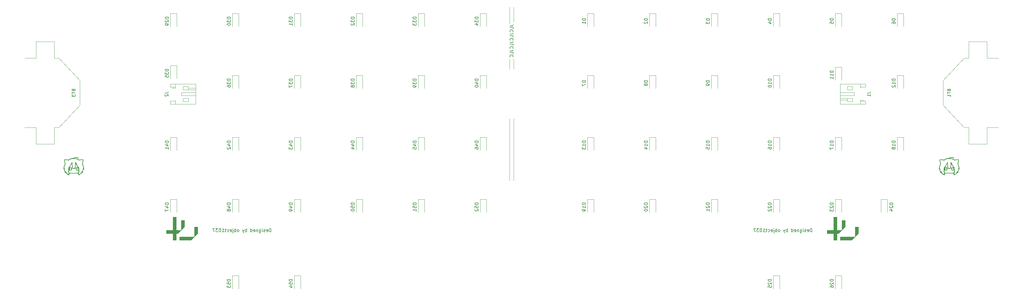
<source format=gbr>
%TF.GenerationSoftware,KiCad,Pcbnew,7.0.9*%
%TF.CreationDate,2024-05-10T01:24:36+09:00*%
%TF.ProjectId,L4,4c342e6b-6963-4616-945f-706362585858,rev?*%
%TF.SameCoordinates,Original*%
%TF.FileFunction,Legend,Bot*%
%TF.FilePolarity,Positive*%
%FSLAX46Y46*%
G04 Gerber Fmt 4.6, Leading zero omitted, Abs format (unit mm)*
G04 Created by KiCad (PCBNEW 7.0.9) date 2024-05-10 01:24:36*
%MOMM*%
%LPD*%
G01*
G04 APERTURE LIST*
%ADD10C,0.100000*%
%ADD11C,0.153000*%
%ADD12C,0.120000*%
G04 APERTURE END LIST*
D10*
X214630000Y-122555000D02*
X214630000Y-125730000D01*
X215900000Y-111125000D02*
X215900000Y-106680000D01*
X215900000Y-122555000D02*
X215900000Y-125730000D01*
X214630000Y-140970000D02*
X214630000Y-160020000D01*
X215900000Y-140970000D02*
X215900000Y-160020000D01*
X214630000Y-106680000D02*
X214630000Y-111760000D01*
D11*
X214769663Y-112384466D02*
X215483948Y-112384466D01*
X215483948Y-112384466D02*
X215626805Y-112336847D01*
X215626805Y-112336847D02*
X215722044Y-112241609D01*
X215722044Y-112241609D02*
X215769663Y-112098752D01*
X215769663Y-112098752D02*
X215769663Y-112003514D01*
X215769663Y-113336847D02*
X215769663Y-112860657D01*
X215769663Y-112860657D02*
X214769663Y-112860657D01*
X215674424Y-114241609D02*
X215722044Y-114193990D01*
X215722044Y-114193990D02*
X215769663Y-114051133D01*
X215769663Y-114051133D02*
X215769663Y-113955895D01*
X215769663Y-113955895D02*
X215722044Y-113813038D01*
X215722044Y-113813038D02*
X215626805Y-113717800D01*
X215626805Y-113717800D02*
X215531567Y-113670181D01*
X215531567Y-113670181D02*
X215341091Y-113622562D01*
X215341091Y-113622562D02*
X215198234Y-113622562D01*
X215198234Y-113622562D02*
X215007758Y-113670181D01*
X215007758Y-113670181D02*
X214912520Y-113717800D01*
X214912520Y-113717800D02*
X214817282Y-113813038D01*
X214817282Y-113813038D02*
X214769663Y-113955895D01*
X214769663Y-113955895D02*
X214769663Y-114051133D01*
X214769663Y-114051133D02*
X214817282Y-114193990D01*
X214817282Y-114193990D02*
X214864901Y-114241609D01*
X214769663Y-114955895D02*
X215483948Y-114955895D01*
X215483948Y-114955895D02*
X215626805Y-114908276D01*
X215626805Y-114908276D02*
X215722044Y-114813038D01*
X215722044Y-114813038D02*
X215769663Y-114670181D01*
X215769663Y-114670181D02*
X215769663Y-114574943D01*
X215769663Y-115908276D02*
X215769663Y-115432086D01*
X215769663Y-115432086D02*
X214769663Y-115432086D01*
X215674424Y-116813038D02*
X215722044Y-116765419D01*
X215722044Y-116765419D02*
X215769663Y-116622562D01*
X215769663Y-116622562D02*
X215769663Y-116527324D01*
X215769663Y-116527324D02*
X215722044Y-116384467D01*
X215722044Y-116384467D02*
X215626805Y-116289229D01*
X215626805Y-116289229D02*
X215531567Y-116241610D01*
X215531567Y-116241610D02*
X215341091Y-116193991D01*
X215341091Y-116193991D02*
X215198234Y-116193991D01*
X215198234Y-116193991D02*
X215007758Y-116241610D01*
X215007758Y-116241610D02*
X214912520Y-116289229D01*
X214912520Y-116289229D02*
X214817282Y-116384467D01*
X214817282Y-116384467D02*
X214769663Y-116527324D01*
X214769663Y-116527324D02*
X214769663Y-116622562D01*
X214769663Y-116622562D02*
X214817282Y-116765419D01*
X214817282Y-116765419D02*
X214864901Y-116813038D01*
X214769663Y-117527324D02*
X215483948Y-117527324D01*
X215483948Y-117527324D02*
X215626805Y-117479705D01*
X215626805Y-117479705D02*
X215722044Y-117384467D01*
X215722044Y-117384467D02*
X215769663Y-117241610D01*
X215769663Y-117241610D02*
X215769663Y-117146372D01*
X215769663Y-118479705D02*
X215769663Y-118003515D01*
X215769663Y-118003515D02*
X214769663Y-118003515D01*
X215674424Y-119384467D02*
X215722044Y-119336848D01*
X215722044Y-119336848D02*
X215769663Y-119193991D01*
X215769663Y-119193991D02*
X215769663Y-119098753D01*
X215769663Y-119098753D02*
X215722044Y-118955896D01*
X215722044Y-118955896D02*
X215626805Y-118860658D01*
X215626805Y-118860658D02*
X215531567Y-118813039D01*
X215531567Y-118813039D02*
X215341091Y-118765420D01*
X215341091Y-118765420D02*
X215198234Y-118765420D01*
X215198234Y-118765420D02*
X215007758Y-118813039D01*
X215007758Y-118813039D02*
X214912520Y-118860658D01*
X214912520Y-118860658D02*
X214817282Y-118955896D01*
X214817282Y-118955896D02*
X214769663Y-119098753D01*
X214769663Y-119098753D02*
X214769663Y-119193991D01*
X214769663Y-119193991D02*
X214817282Y-119336848D01*
X214817282Y-119336848D02*
X214864901Y-119384467D01*
X214769663Y-120098753D02*
X215483948Y-120098753D01*
X215483948Y-120098753D02*
X215626805Y-120051134D01*
X215626805Y-120051134D02*
X215722044Y-119955896D01*
X215722044Y-119955896D02*
X215769663Y-119813039D01*
X215769663Y-119813039D02*
X215769663Y-119717801D01*
X215769663Y-121051134D02*
X215769663Y-120574944D01*
X215769663Y-120574944D02*
X214769663Y-120574944D01*
X215674424Y-121955896D02*
X215722044Y-121908277D01*
X215722044Y-121908277D02*
X215769663Y-121765420D01*
X215769663Y-121765420D02*
X215769663Y-121670182D01*
X215769663Y-121670182D02*
X215722044Y-121527325D01*
X215722044Y-121527325D02*
X215626805Y-121432087D01*
X215626805Y-121432087D02*
X215531567Y-121384468D01*
X215531567Y-121384468D02*
X215341091Y-121336849D01*
X215341091Y-121336849D02*
X215198234Y-121336849D01*
X215198234Y-121336849D02*
X215007758Y-121384468D01*
X215007758Y-121384468D02*
X214912520Y-121432087D01*
X214912520Y-121432087D02*
X214817282Y-121527325D01*
X214817282Y-121527325D02*
X214769663Y-121670182D01*
X214769663Y-121670182D02*
X214769663Y-121765420D01*
X214769663Y-121765420D02*
X214817282Y-121908277D01*
X214817282Y-121908277D02*
X214864901Y-121955896D01*
X307636247Y-175714663D02*
X307636247Y-174714663D01*
X307636247Y-174714663D02*
X307398152Y-174714663D01*
X307398152Y-174714663D02*
X307255295Y-174762282D01*
X307255295Y-174762282D02*
X307160057Y-174857520D01*
X307160057Y-174857520D02*
X307112438Y-174952758D01*
X307112438Y-174952758D02*
X307064819Y-175143234D01*
X307064819Y-175143234D02*
X307064819Y-175286091D01*
X307064819Y-175286091D02*
X307112438Y-175476567D01*
X307112438Y-175476567D02*
X307160057Y-175571805D01*
X307160057Y-175571805D02*
X307255295Y-175667044D01*
X307255295Y-175667044D02*
X307398152Y-175714663D01*
X307398152Y-175714663D02*
X307636247Y-175714663D01*
X306255295Y-175667044D02*
X306350533Y-175714663D01*
X306350533Y-175714663D02*
X306541009Y-175714663D01*
X306541009Y-175714663D02*
X306636247Y-175667044D01*
X306636247Y-175667044D02*
X306683866Y-175571805D01*
X306683866Y-175571805D02*
X306683866Y-175190853D01*
X306683866Y-175190853D02*
X306636247Y-175095615D01*
X306636247Y-175095615D02*
X306541009Y-175047996D01*
X306541009Y-175047996D02*
X306350533Y-175047996D01*
X306350533Y-175047996D02*
X306255295Y-175095615D01*
X306255295Y-175095615D02*
X306207676Y-175190853D01*
X306207676Y-175190853D02*
X306207676Y-175286091D01*
X306207676Y-175286091D02*
X306683866Y-175381329D01*
X305826723Y-175667044D02*
X305731485Y-175714663D01*
X305731485Y-175714663D02*
X305541009Y-175714663D01*
X305541009Y-175714663D02*
X305445771Y-175667044D01*
X305445771Y-175667044D02*
X305398152Y-175571805D01*
X305398152Y-175571805D02*
X305398152Y-175524186D01*
X305398152Y-175524186D02*
X305445771Y-175428948D01*
X305445771Y-175428948D02*
X305541009Y-175381329D01*
X305541009Y-175381329D02*
X305683866Y-175381329D01*
X305683866Y-175381329D02*
X305779104Y-175333710D01*
X305779104Y-175333710D02*
X305826723Y-175238472D01*
X305826723Y-175238472D02*
X305826723Y-175190853D01*
X305826723Y-175190853D02*
X305779104Y-175095615D01*
X305779104Y-175095615D02*
X305683866Y-175047996D01*
X305683866Y-175047996D02*
X305541009Y-175047996D01*
X305541009Y-175047996D02*
X305445771Y-175095615D01*
X304969580Y-175714663D02*
X304969580Y-175047996D01*
X304969580Y-174714663D02*
X305017199Y-174762282D01*
X305017199Y-174762282D02*
X304969580Y-174809901D01*
X304969580Y-174809901D02*
X304921961Y-174762282D01*
X304921961Y-174762282D02*
X304969580Y-174714663D01*
X304969580Y-174714663D02*
X304969580Y-174809901D01*
X304064819Y-175047996D02*
X304064819Y-175857520D01*
X304064819Y-175857520D02*
X304112438Y-175952758D01*
X304112438Y-175952758D02*
X304160057Y-176000377D01*
X304160057Y-176000377D02*
X304255295Y-176047996D01*
X304255295Y-176047996D02*
X304398152Y-176047996D01*
X304398152Y-176047996D02*
X304493390Y-176000377D01*
X304064819Y-175667044D02*
X304160057Y-175714663D01*
X304160057Y-175714663D02*
X304350533Y-175714663D01*
X304350533Y-175714663D02*
X304445771Y-175667044D01*
X304445771Y-175667044D02*
X304493390Y-175619424D01*
X304493390Y-175619424D02*
X304541009Y-175524186D01*
X304541009Y-175524186D02*
X304541009Y-175238472D01*
X304541009Y-175238472D02*
X304493390Y-175143234D01*
X304493390Y-175143234D02*
X304445771Y-175095615D01*
X304445771Y-175095615D02*
X304350533Y-175047996D01*
X304350533Y-175047996D02*
X304160057Y-175047996D01*
X304160057Y-175047996D02*
X304064819Y-175095615D01*
X303588628Y-175047996D02*
X303588628Y-175714663D01*
X303588628Y-175143234D02*
X303541009Y-175095615D01*
X303541009Y-175095615D02*
X303445771Y-175047996D01*
X303445771Y-175047996D02*
X303302914Y-175047996D01*
X303302914Y-175047996D02*
X303207676Y-175095615D01*
X303207676Y-175095615D02*
X303160057Y-175190853D01*
X303160057Y-175190853D02*
X303160057Y-175714663D01*
X302302914Y-175667044D02*
X302398152Y-175714663D01*
X302398152Y-175714663D02*
X302588628Y-175714663D01*
X302588628Y-175714663D02*
X302683866Y-175667044D01*
X302683866Y-175667044D02*
X302731485Y-175571805D01*
X302731485Y-175571805D02*
X302731485Y-175190853D01*
X302731485Y-175190853D02*
X302683866Y-175095615D01*
X302683866Y-175095615D02*
X302588628Y-175047996D01*
X302588628Y-175047996D02*
X302398152Y-175047996D01*
X302398152Y-175047996D02*
X302302914Y-175095615D01*
X302302914Y-175095615D02*
X302255295Y-175190853D01*
X302255295Y-175190853D02*
X302255295Y-175286091D01*
X302255295Y-175286091D02*
X302731485Y-175381329D01*
X301398152Y-175714663D02*
X301398152Y-174714663D01*
X301398152Y-175667044D02*
X301493390Y-175714663D01*
X301493390Y-175714663D02*
X301683866Y-175714663D01*
X301683866Y-175714663D02*
X301779104Y-175667044D01*
X301779104Y-175667044D02*
X301826723Y-175619424D01*
X301826723Y-175619424D02*
X301874342Y-175524186D01*
X301874342Y-175524186D02*
X301874342Y-175238472D01*
X301874342Y-175238472D02*
X301826723Y-175143234D01*
X301826723Y-175143234D02*
X301779104Y-175095615D01*
X301779104Y-175095615D02*
X301683866Y-175047996D01*
X301683866Y-175047996D02*
X301493390Y-175047996D01*
X301493390Y-175047996D02*
X301398152Y-175095615D01*
X300160056Y-175714663D02*
X300160056Y-174714663D01*
X300160056Y-175095615D02*
X300064818Y-175047996D01*
X300064818Y-175047996D02*
X299874342Y-175047996D01*
X299874342Y-175047996D02*
X299779104Y-175095615D01*
X299779104Y-175095615D02*
X299731485Y-175143234D01*
X299731485Y-175143234D02*
X299683866Y-175238472D01*
X299683866Y-175238472D02*
X299683866Y-175524186D01*
X299683866Y-175524186D02*
X299731485Y-175619424D01*
X299731485Y-175619424D02*
X299779104Y-175667044D01*
X299779104Y-175667044D02*
X299874342Y-175714663D01*
X299874342Y-175714663D02*
X300064818Y-175714663D01*
X300064818Y-175714663D02*
X300160056Y-175667044D01*
X299350532Y-175047996D02*
X299112437Y-175714663D01*
X298874342Y-175047996D02*
X299112437Y-175714663D01*
X299112437Y-175714663D02*
X299207675Y-175952758D01*
X299207675Y-175952758D02*
X299255294Y-176000377D01*
X299255294Y-176000377D02*
X299350532Y-176047996D01*
X297588627Y-175714663D02*
X297683865Y-175667044D01*
X297683865Y-175667044D02*
X297731484Y-175619424D01*
X297731484Y-175619424D02*
X297779103Y-175524186D01*
X297779103Y-175524186D02*
X297779103Y-175238472D01*
X297779103Y-175238472D02*
X297731484Y-175143234D01*
X297731484Y-175143234D02*
X297683865Y-175095615D01*
X297683865Y-175095615D02*
X297588627Y-175047996D01*
X297588627Y-175047996D02*
X297445770Y-175047996D01*
X297445770Y-175047996D02*
X297350532Y-175095615D01*
X297350532Y-175095615D02*
X297302913Y-175143234D01*
X297302913Y-175143234D02*
X297255294Y-175238472D01*
X297255294Y-175238472D02*
X297255294Y-175524186D01*
X297255294Y-175524186D02*
X297302913Y-175619424D01*
X297302913Y-175619424D02*
X297350532Y-175667044D01*
X297350532Y-175667044D02*
X297445770Y-175714663D01*
X297445770Y-175714663D02*
X297588627Y-175714663D01*
X296826722Y-175714663D02*
X296826722Y-174714663D01*
X296826722Y-175095615D02*
X296731484Y-175047996D01*
X296731484Y-175047996D02*
X296541008Y-175047996D01*
X296541008Y-175047996D02*
X296445770Y-175095615D01*
X296445770Y-175095615D02*
X296398151Y-175143234D01*
X296398151Y-175143234D02*
X296350532Y-175238472D01*
X296350532Y-175238472D02*
X296350532Y-175524186D01*
X296350532Y-175524186D02*
X296398151Y-175619424D01*
X296398151Y-175619424D02*
X296445770Y-175667044D01*
X296445770Y-175667044D02*
X296541008Y-175714663D01*
X296541008Y-175714663D02*
X296731484Y-175714663D01*
X296731484Y-175714663D02*
X296826722Y-175667044D01*
X295921960Y-175047996D02*
X295921960Y-175905139D01*
X295921960Y-175905139D02*
X295969579Y-176000377D01*
X295969579Y-176000377D02*
X296064817Y-176047996D01*
X296064817Y-176047996D02*
X296112436Y-176047996D01*
X295921960Y-174714663D02*
X295969579Y-174762282D01*
X295969579Y-174762282D02*
X295921960Y-174809901D01*
X295921960Y-174809901D02*
X295874341Y-174762282D01*
X295874341Y-174762282D02*
X295921960Y-174714663D01*
X295921960Y-174714663D02*
X295921960Y-174809901D01*
X295064818Y-175667044D02*
X295160056Y-175714663D01*
X295160056Y-175714663D02*
X295350532Y-175714663D01*
X295350532Y-175714663D02*
X295445770Y-175667044D01*
X295445770Y-175667044D02*
X295493389Y-175571805D01*
X295493389Y-175571805D02*
X295493389Y-175190853D01*
X295493389Y-175190853D02*
X295445770Y-175095615D01*
X295445770Y-175095615D02*
X295350532Y-175047996D01*
X295350532Y-175047996D02*
X295160056Y-175047996D01*
X295160056Y-175047996D02*
X295064818Y-175095615D01*
X295064818Y-175095615D02*
X295017199Y-175190853D01*
X295017199Y-175190853D02*
X295017199Y-175286091D01*
X295017199Y-175286091D02*
X295493389Y-175381329D01*
X294160056Y-175667044D02*
X294255294Y-175714663D01*
X294255294Y-175714663D02*
X294445770Y-175714663D01*
X294445770Y-175714663D02*
X294541008Y-175667044D01*
X294541008Y-175667044D02*
X294588627Y-175619424D01*
X294588627Y-175619424D02*
X294636246Y-175524186D01*
X294636246Y-175524186D02*
X294636246Y-175238472D01*
X294636246Y-175238472D02*
X294588627Y-175143234D01*
X294588627Y-175143234D02*
X294541008Y-175095615D01*
X294541008Y-175095615D02*
X294445770Y-175047996D01*
X294445770Y-175047996D02*
X294255294Y-175047996D01*
X294255294Y-175047996D02*
X294160056Y-175095615D01*
X293874341Y-175047996D02*
X293493389Y-175047996D01*
X293731484Y-174714663D02*
X293731484Y-175571805D01*
X293731484Y-175571805D02*
X293683865Y-175667044D01*
X293683865Y-175667044D02*
X293588627Y-175714663D01*
X293588627Y-175714663D02*
X293493389Y-175714663D01*
X292636246Y-175714663D02*
X293207674Y-175714663D01*
X292921960Y-175714663D02*
X292921960Y-174714663D01*
X292921960Y-174714663D02*
X293017198Y-174857520D01*
X293017198Y-174857520D02*
X293112436Y-174952758D01*
X293112436Y-174952758D02*
X293207674Y-175000377D01*
X292017198Y-174714663D02*
X291921960Y-174714663D01*
X291921960Y-174714663D02*
X291826722Y-174762282D01*
X291826722Y-174762282D02*
X291779103Y-174809901D01*
X291779103Y-174809901D02*
X291731484Y-174905139D01*
X291731484Y-174905139D02*
X291683865Y-175095615D01*
X291683865Y-175095615D02*
X291683865Y-175333710D01*
X291683865Y-175333710D02*
X291731484Y-175524186D01*
X291731484Y-175524186D02*
X291779103Y-175619424D01*
X291779103Y-175619424D02*
X291826722Y-175667044D01*
X291826722Y-175667044D02*
X291921960Y-175714663D01*
X291921960Y-175714663D02*
X292017198Y-175714663D01*
X292017198Y-175714663D02*
X292112436Y-175667044D01*
X292112436Y-175667044D02*
X292160055Y-175619424D01*
X292160055Y-175619424D02*
X292207674Y-175524186D01*
X292207674Y-175524186D02*
X292255293Y-175333710D01*
X292255293Y-175333710D02*
X292255293Y-175095615D01*
X292255293Y-175095615D02*
X292207674Y-174905139D01*
X292207674Y-174905139D02*
X292160055Y-174809901D01*
X292160055Y-174809901D02*
X292112436Y-174762282D01*
X292112436Y-174762282D02*
X292017198Y-174714663D01*
X291350531Y-174714663D02*
X290731484Y-174714663D01*
X290731484Y-174714663D02*
X291064817Y-175095615D01*
X291064817Y-175095615D02*
X290921960Y-175095615D01*
X290921960Y-175095615D02*
X290826722Y-175143234D01*
X290826722Y-175143234D02*
X290779103Y-175190853D01*
X290779103Y-175190853D02*
X290731484Y-175286091D01*
X290731484Y-175286091D02*
X290731484Y-175524186D01*
X290731484Y-175524186D02*
X290779103Y-175619424D01*
X290779103Y-175619424D02*
X290826722Y-175667044D01*
X290826722Y-175667044D02*
X290921960Y-175714663D01*
X290921960Y-175714663D02*
X291207674Y-175714663D01*
X291207674Y-175714663D02*
X291302912Y-175667044D01*
X291302912Y-175667044D02*
X291350531Y-175619424D01*
X290398150Y-174714663D02*
X289731484Y-174714663D01*
X289731484Y-174714663D02*
X290160055Y-175714663D01*
X141266247Y-175714663D02*
X141266247Y-174714663D01*
X141266247Y-174714663D02*
X141028152Y-174714663D01*
X141028152Y-174714663D02*
X140885295Y-174762282D01*
X140885295Y-174762282D02*
X140790057Y-174857520D01*
X140790057Y-174857520D02*
X140742438Y-174952758D01*
X140742438Y-174952758D02*
X140694819Y-175143234D01*
X140694819Y-175143234D02*
X140694819Y-175286091D01*
X140694819Y-175286091D02*
X140742438Y-175476567D01*
X140742438Y-175476567D02*
X140790057Y-175571805D01*
X140790057Y-175571805D02*
X140885295Y-175667044D01*
X140885295Y-175667044D02*
X141028152Y-175714663D01*
X141028152Y-175714663D02*
X141266247Y-175714663D01*
X139885295Y-175667044D02*
X139980533Y-175714663D01*
X139980533Y-175714663D02*
X140171009Y-175714663D01*
X140171009Y-175714663D02*
X140266247Y-175667044D01*
X140266247Y-175667044D02*
X140313866Y-175571805D01*
X140313866Y-175571805D02*
X140313866Y-175190853D01*
X140313866Y-175190853D02*
X140266247Y-175095615D01*
X140266247Y-175095615D02*
X140171009Y-175047996D01*
X140171009Y-175047996D02*
X139980533Y-175047996D01*
X139980533Y-175047996D02*
X139885295Y-175095615D01*
X139885295Y-175095615D02*
X139837676Y-175190853D01*
X139837676Y-175190853D02*
X139837676Y-175286091D01*
X139837676Y-175286091D02*
X140313866Y-175381329D01*
X139456723Y-175667044D02*
X139361485Y-175714663D01*
X139361485Y-175714663D02*
X139171009Y-175714663D01*
X139171009Y-175714663D02*
X139075771Y-175667044D01*
X139075771Y-175667044D02*
X139028152Y-175571805D01*
X139028152Y-175571805D02*
X139028152Y-175524186D01*
X139028152Y-175524186D02*
X139075771Y-175428948D01*
X139075771Y-175428948D02*
X139171009Y-175381329D01*
X139171009Y-175381329D02*
X139313866Y-175381329D01*
X139313866Y-175381329D02*
X139409104Y-175333710D01*
X139409104Y-175333710D02*
X139456723Y-175238472D01*
X139456723Y-175238472D02*
X139456723Y-175190853D01*
X139456723Y-175190853D02*
X139409104Y-175095615D01*
X139409104Y-175095615D02*
X139313866Y-175047996D01*
X139313866Y-175047996D02*
X139171009Y-175047996D01*
X139171009Y-175047996D02*
X139075771Y-175095615D01*
X138599580Y-175714663D02*
X138599580Y-175047996D01*
X138599580Y-174714663D02*
X138647199Y-174762282D01*
X138647199Y-174762282D02*
X138599580Y-174809901D01*
X138599580Y-174809901D02*
X138551961Y-174762282D01*
X138551961Y-174762282D02*
X138599580Y-174714663D01*
X138599580Y-174714663D02*
X138599580Y-174809901D01*
X137694819Y-175047996D02*
X137694819Y-175857520D01*
X137694819Y-175857520D02*
X137742438Y-175952758D01*
X137742438Y-175952758D02*
X137790057Y-176000377D01*
X137790057Y-176000377D02*
X137885295Y-176047996D01*
X137885295Y-176047996D02*
X138028152Y-176047996D01*
X138028152Y-176047996D02*
X138123390Y-176000377D01*
X137694819Y-175667044D02*
X137790057Y-175714663D01*
X137790057Y-175714663D02*
X137980533Y-175714663D01*
X137980533Y-175714663D02*
X138075771Y-175667044D01*
X138075771Y-175667044D02*
X138123390Y-175619424D01*
X138123390Y-175619424D02*
X138171009Y-175524186D01*
X138171009Y-175524186D02*
X138171009Y-175238472D01*
X138171009Y-175238472D02*
X138123390Y-175143234D01*
X138123390Y-175143234D02*
X138075771Y-175095615D01*
X138075771Y-175095615D02*
X137980533Y-175047996D01*
X137980533Y-175047996D02*
X137790057Y-175047996D01*
X137790057Y-175047996D02*
X137694819Y-175095615D01*
X137218628Y-175047996D02*
X137218628Y-175714663D01*
X137218628Y-175143234D02*
X137171009Y-175095615D01*
X137171009Y-175095615D02*
X137075771Y-175047996D01*
X137075771Y-175047996D02*
X136932914Y-175047996D01*
X136932914Y-175047996D02*
X136837676Y-175095615D01*
X136837676Y-175095615D02*
X136790057Y-175190853D01*
X136790057Y-175190853D02*
X136790057Y-175714663D01*
X135932914Y-175667044D02*
X136028152Y-175714663D01*
X136028152Y-175714663D02*
X136218628Y-175714663D01*
X136218628Y-175714663D02*
X136313866Y-175667044D01*
X136313866Y-175667044D02*
X136361485Y-175571805D01*
X136361485Y-175571805D02*
X136361485Y-175190853D01*
X136361485Y-175190853D02*
X136313866Y-175095615D01*
X136313866Y-175095615D02*
X136218628Y-175047996D01*
X136218628Y-175047996D02*
X136028152Y-175047996D01*
X136028152Y-175047996D02*
X135932914Y-175095615D01*
X135932914Y-175095615D02*
X135885295Y-175190853D01*
X135885295Y-175190853D02*
X135885295Y-175286091D01*
X135885295Y-175286091D02*
X136361485Y-175381329D01*
X135028152Y-175714663D02*
X135028152Y-174714663D01*
X135028152Y-175667044D02*
X135123390Y-175714663D01*
X135123390Y-175714663D02*
X135313866Y-175714663D01*
X135313866Y-175714663D02*
X135409104Y-175667044D01*
X135409104Y-175667044D02*
X135456723Y-175619424D01*
X135456723Y-175619424D02*
X135504342Y-175524186D01*
X135504342Y-175524186D02*
X135504342Y-175238472D01*
X135504342Y-175238472D02*
X135456723Y-175143234D01*
X135456723Y-175143234D02*
X135409104Y-175095615D01*
X135409104Y-175095615D02*
X135313866Y-175047996D01*
X135313866Y-175047996D02*
X135123390Y-175047996D01*
X135123390Y-175047996D02*
X135028152Y-175095615D01*
X133790056Y-175714663D02*
X133790056Y-174714663D01*
X133790056Y-175095615D02*
X133694818Y-175047996D01*
X133694818Y-175047996D02*
X133504342Y-175047996D01*
X133504342Y-175047996D02*
X133409104Y-175095615D01*
X133409104Y-175095615D02*
X133361485Y-175143234D01*
X133361485Y-175143234D02*
X133313866Y-175238472D01*
X133313866Y-175238472D02*
X133313866Y-175524186D01*
X133313866Y-175524186D02*
X133361485Y-175619424D01*
X133361485Y-175619424D02*
X133409104Y-175667044D01*
X133409104Y-175667044D02*
X133504342Y-175714663D01*
X133504342Y-175714663D02*
X133694818Y-175714663D01*
X133694818Y-175714663D02*
X133790056Y-175667044D01*
X132980532Y-175047996D02*
X132742437Y-175714663D01*
X132504342Y-175047996D02*
X132742437Y-175714663D01*
X132742437Y-175714663D02*
X132837675Y-175952758D01*
X132837675Y-175952758D02*
X132885294Y-176000377D01*
X132885294Y-176000377D02*
X132980532Y-176047996D01*
X131218627Y-175714663D02*
X131313865Y-175667044D01*
X131313865Y-175667044D02*
X131361484Y-175619424D01*
X131361484Y-175619424D02*
X131409103Y-175524186D01*
X131409103Y-175524186D02*
X131409103Y-175238472D01*
X131409103Y-175238472D02*
X131361484Y-175143234D01*
X131361484Y-175143234D02*
X131313865Y-175095615D01*
X131313865Y-175095615D02*
X131218627Y-175047996D01*
X131218627Y-175047996D02*
X131075770Y-175047996D01*
X131075770Y-175047996D02*
X130980532Y-175095615D01*
X130980532Y-175095615D02*
X130932913Y-175143234D01*
X130932913Y-175143234D02*
X130885294Y-175238472D01*
X130885294Y-175238472D02*
X130885294Y-175524186D01*
X130885294Y-175524186D02*
X130932913Y-175619424D01*
X130932913Y-175619424D02*
X130980532Y-175667044D01*
X130980532Y-175667044D02*
X131075770Y-175714663D01*
X131075770Y-175714663D02*
X131218627Y-175714663D01*
X130456722Y-175714663D02*
X130456722Y-174714663D01*
X130456722Y-175095615D02*
X130361484Y-175047996D01*
X130361484Y-175047996D02*
X130171008Y-175047996D01*
X130171008Y-175047996D02*
X130075770Y-175095615D01*
X130075770Y-175095615D02*
X130028151Y-175143234D01*
X130028151Y-175143234D02*
X129980532Y-175238472D01*
X129980532Y-175238472D02*
X129980532Y-175524186D01*
X129980532Y-175524186D02*
X130028151Y-175619424D01*
X130028151Y-175619424D02*
X130075770Y-175667044D01*
X130075770Y-175667044D02*
X130171008Y-175714663D01*
X130171008Y-175714663D02*
X130361484Y-175714663D01*
X130361484Y-175714663D02*
X130456722Y-175667044D01*
X129551960Y-175047996D02*
X129551960Y-175905139D01*
X129551960Y-175905139D02*
X129599579Y-176000377D01*
X129599579Y-176000377D02*
X129694817Y-176047996D01*
X129694817Y-176047996D02*
X129742436Y-176047996D01*
X129551960Y-174714663D02*
X129599579Y-174762282D01*
X129599579Y-174762282D02*
X129551960Y-174809901D01*
X129551960Y-174809901D02*
X129504341Y-174762282D01*
X129504341Y-174762282D02*
X129551960Y-174714663D01*
X129551960Y-174714663D02*
X129551960Y-174809901D01*
X128694818Y-175667044D02*
X128790056Y-175714663D01*
X128790056Y-175714663D02*
X128980532Y-175714663D01*
X128980532Y-175714663D02*
X129075770Y-175667044D01*
X129075770Y-175667044D02*
X129123389Y-175571805D01*
X129123389Y-175571805D02*
X129123389Y-175190853D01*
X129123389Y-175190853D02*
X129075770Y-175095615D01*
X129075770Y-175095615D02*
X128980532Y-175047996D01*
X128980532Y-175047996D02*
X128790056Y-175047996D01*
X128790056Y-175047996D02*
X128694818Y-175095615D01*
X128694818Y-175095615D02*
X128647199Y-175190853D01*
X128647199Y-175190853D02*
X128647199Y-175286091D01*
X128647199Y-175286091D02*
X129123389Y-175381329D01*
X127790056Y-175667044D02*
X127885294Y-175714663D01*
X127885294Y-175714663D02*
X128075770Y-175714663D01*
X128075770Y-175714663D02*
X128171008Y-175667044D01*
X128171008Y-175667044D02*
X128218627Y-175619424D01*
X128218627Y-175619424D02*
X128266246Y-175524186D01*
X128266246Y-175524186D02*
X128266246Y-175238472D01*
X128266246Y-175238472D02*
X128218627Y-175143234D01*
X128218627Y-175143234D02*
X128171008Y-175095615D01*
X128171008Y-175095615D02*
X128075770Y-175047996D01*
X128075770Y-175047996D02*
X127885294Y-175047996D01*
X127885294Y-175047996D02*
X127790056Y-175095615D01*
X127504341Y-175047996D02*
X127123389Y-175047996D01*
X127361484Y-174714663D02*
X127361484Y-175571805D01*
X127361484Y-175571805D02*
X127313865Y-175667044D01*
X127313865Y-175667044D02*
X127218627Y-175714663D01*
X127218627Y-175714663D02*
X127123389Y-175714663D01*
X126266246Y-175714663D02*
X126837674Y-175714663D01*
X126551960Y-175714663D02*
X126551960Y-174714663D01*
X126551960Y-174714663D02*
X126647198Y-174857520D01*
X126647198Y-174857520D02*
X126742436Y-174952758D01*
X126742436Y-174952758D02*
X126837674Y-175000377D01*
X125647198Y-174714663D02*
X125551960Y-174714663D01*
X125551960Y-174714663D02*
X125456722Y-174762282D01*
X125456722Y-174762282D02*
X125409103Y-174809901D01*
X125409103Y-174809901D02*
X125361484Y-174905139D01*
X125361484Y-174905139D02*
X125313865Y-175095615D01*
X125313865Y-175095615D02*
X125313865Y-175333710D01*
X125313865Y-175333710D02*
X125361484Y-175524186D01*
X125361484Y-175524186D02*
X125409103Y-175619424D01*
X125409103Y-175619424D02*
X125456722Y-175667044D01*
X125456722Y-175667044D02*
X125551960Y-175714663D01*
X125551960Y-175714663D02*
X125647198Y-175714663D01*
X125647198Y-175714663D02*
X125742436Y-175667044D01*
X125742436Y-175667044D02*
X125790055Y-175619424D01*
X125790055Y-175619424D02*
X125837674Y-175524186D01*
X125837674Y-175524186D02*
X125885293Y-175333710D01*
X125885293Y-175333710D02*
X125885293Y-175095615D01*
X125885293Y-175095615D02*
X125837674Y-174905139D01*
X125837674Y-174905139D02*
X125790055Y-174809901D01*
X125790055Y-174809901D02*
X125742436Y-174762282D01*
X125742436Y-174762282D02*
X125647198Y-174714663D01*
X124980531Y-174714663D02*
X124361484Y-174714663D01*
X124361484Y-174714663D02*
X124694817Y-175095615D01*
X124694817Y-175095615D02*
X124551960Y-175095615D01*
X124551960Y-175095615D02*
X124456722Y-175143234D01*
X124456722Y-175143234D02*
X124409103Y-175190853D01*
X124409103Y-175190853D02*
X124361484Y-175286091D01*
X124361484Y-175286091D02*
X124361484Y-175524186D01*
X124361484Y-175524186D02*
X124409103Y-175619424D01*
X124409103Y-175619424D02*
X124456722Y-175667044D01*
X124456722Y-175667044D02*
X124551960Y-175714663D01*
X124551960Y-175714663D02*
X124837674Y-175714663D01*
X124837674Y-175714663D02*
X124932912Y-175667044D01*
X124932912Y-175667044D02*
X124980531Y-175619424D01*
X124028150Y-174714663D02*
X123361484Y-174714663D01*
X123361484Y-174714663D02*
X123790055Y-175714663D01*
X109784663Y-147835714D02*
X108784663Y-147835714D01*
X108784663Y-147835714D02*
X108784663Y-148073809D01*
X108784663Y-148073809D02*
X108832282Y-148216666D01*
X108832282Y-148216666D02*
X108927520Y-148311904D01*
X108927520Y-148311904D02*
X109022758Y-148359523D01*
X109022758Y-148359523D02*
X109213234Y-148407142D01*
X109213234Y-148407142D02*
X109356091Y-148407142D01*
X109356091Y-148407142D02*
X109546567Y-148359523D01*
X109546567Y-148359523D02*
X109641805Y-148311904D01*
X109641805Y-148311904D02*
X109737044Y-148216666D01*
X109737044Y-148216666D02*
X109784663Y-148073809D01*
X109784663Y-148073809D02*
X109784663Y-147835714D01*
X109117996Y-149264285D02*
X109784663Y-149264285D01*
X108737044Y-149026190D02*
X109451329Y-148788095D01*
X109451329Y-148788095D02*
X109451329Y-149407142D01*
X109784663Y-150311904D02*
X109784663Y-149740476D01*
X109784663Y-150026190D02*
X108784663Y-150026190D01*
X108784663Y-150026190D02*
X108927520Y-149930952D01*
X108927520Y-149930952D02*
X109022758Y-149835714D01*
X109022758Y-149835714D02*
X109070377Y-149740476D01*
X166934663Y-166885714D02*
X165934663Y-166885714D01*
X165934663Y-166885714D02*
X165934663Y-167123809D01*
X165934663Y-167123809D02*
X165982282Y-167266666D01*
X165982282Y-167266666D02*
X166077520Y-167361904D01*
X166077520Y-167361904D02*
X166172758Y-167409523D01*
X166172758Y-167409523D02*
X166363234Y-167457142D01*
X166363234Y-167457142D02*
X166506091Y-167457142D01*
X166506091Y-167457142D02*
X166696567Y-167409523D01*
X166696567Y-167409523D02*
X166791805Y-167361904D01*
X166791805Y-167361904D02*
X166887044Y-167266666D01*
X166887044Y-167266666D02*
X166934663Y-167123809D01*
X166934663Y-167123809D02*
X166934663Y-166885714D01*
X165934663Y-168361904D02*
X165934663Y-167885714D01*
X165934663Y-167885714D02*
X166410853Y-167838095D01*
X166410853Y-167838095D02*
X166363234Y-167885714D01*
X166363234Y-167885714D02*
X166315615Y-167980952D01*
X166315615Y-167980952D02*
X166315615Y-168219047D01*
X166315615Y-168219047D02*
X166363234Y-168314285D01*
X166363234Y-168314285D02*
X166410853Y-168361904D01*
X166410853Y-168361904D02*
X166506091Y-168409523D01*
X166506091Y-168409523D02*
X166744186Y-168409523D01*
X166744186Y-168409523D02*
X166839424Y-168361904D01*
X166839424Y-168361904D02*
X166887044Y-168314285D01*
X166887044Y-168314285D02*
X166934663Y-168219047D01*
X166934663Y-168219047D02*
X166934663Y-167980952D01*
X166934663Y-167980952D02*
X166887044Y-167885714D01*
X166887044Y-167885714D02*
X166839424Y-167838095D01*
X165934663Y-169028571D02*
X165934663Y-169123809D01*
X165934663Y-169123809D02*
X165982282Y-169219047D01*
X165982282Y-169219047D02*
X166029901Y-169266666D01*
X166029901Y-169266666D02*
X166125139Y-169314285D01*
X166125139Y-169314285D02*
X166315615Y-169361904D01*
X166315615Y-169361904D02*
X166553710Y-169361904D01*
X166553710Y-169361904D02*
X166744186Y-169314285D01*
X166744186Y-169314285D02*
X166839424Y-169266666D01*
X166839424Y-169266666D02*
X166887044Y-169219047D01*
X166887044Y-169219047D02*
X166934663Y-169123809D01*
X166934663Y-169123809D02*
X166934663Y-169028571D01*
X166934663Y-169028571D02*
X166887044Y-168933333D01*
X166887044Y-168933333D02*
X166839424Y-168885714D01*
X166839424Y-168885714D02*
X166744186Y-168838095D01*
X166744186Y-168838095D02*
X166553710Y-168790476D01*
X166553710Y-168790476D02*
X166315615Y-168790476D01*
X166315615Y-168790476D02*
X166125139Y-168838095D01*
X166125139Y-168838095D02*
X166029901Y-168885714D01*
X166029901Y-168885714D02*
X165982282Y-168933333D01*
X165982282Y-168933333D02*
X165934663Y-169028571D01*
X128834663Y-128785714D02*
X127834663Y-128785714D01*
X127834663Y-128785714D02*
X127834663Y-129023809D01*
X127834663Y-129023809D02*
X127882282Y-129166666D01*
X127882282Y-129166666D02*
X127977520Y-129261904D01*
X127977520Y-129261904D02*
X128072758Y-129309523D01*
X128072758Y-129309523D02*
X128263234Y-129357142D01*
X128263234Y-129357142D02*
X128406091Y-129357142D01*
X128406091Y-129357142D02*
X128596567Y-129309523D01*
X128596567Y-129309523D02*
X128691805Y-129261904D01*
X128691805Y-129261904D02*
X128787044Y-129166666D01*
X128787044Y-129166666D02*
X128834663Y-129023809D01*
X128834663Y-129023809D02*
X128834663Y-128785714D01*
X127834663Y-129690476D02*
X127834663Y-130309523D01*
X127834663Y-130309523D02*
X128215615Y-129976190D01*
X128215615Y-129976190D02*
X128215615Y-130119047D01*
X128215615Y-130119047D02*
X128263234Y-130214285D01*
X128263234Y-130214285D02*
X128310853Y-130261904D01*
X128310853Y-130261904D02*
X128406091Y-130309523D01*
X128406091Y-130309523D02*
X128644186Y-130309523D01*
X128644186Y-130309523D02*
X128739424Y-130261904D01*
X128739424Y-130261904D02*
X128787044Y-130214285D01*
X128787044Y-130214285D02*
X128834663Y-130119047D01*
X128834663Y-130119047D02*
X128834663Y-129833333D01*
X128834663Y-129833333D02*
X128787044Y-129738095D01*
X128787044Y-129738095D02*
X128739424Y-129690476D01*
X127834663Y-131166666D02*
X127834663Y-130976190D01*
X127834663Y-130976190D02*
X127882282Y-130880952D01*
X127882282Y-130880952D02*
X127929901Y-130833333D01*
X127929901Y-130833333D02*
X128072758Y-130738095D01*
X128072758Y-130738095D02*
X128263234Y-130690476D01*
X128263234Y-130690476D02*
X128644186Y-130690476D01*
X128644186Y-130690476D02*
X128739424Y-130738095D01*
X128739424Y-130738095D02*
X128787044Y-130785714D01*
X128787044Y-130785714D02*
X128834663Y-130880952D01*
X128834663Y-130880952D02*
X128834663Y-131071428D01*
X128834663Y-131071428D02*
X128787044Y-131166666D01*
X128787044Y-131166666D02*
X128739424Y-131214285D01*
X128739424Y-131214285D02*
X128644186Y-131261904D01*
X128644186Y-131261904D02*
X128406091Y-131261904D01*
X128406091Y-131261904D02*
X128310853Y-131214285D01*
X128310853Y-131214285D02*
X128263234Y-131166666D01*
X128263234Y-131166666D02*
X128215615Y-131071428D01*
X128215615Y-131071428D02*
X128215615Y-130880952D01*
X128215615Y-130880952D02*
X128263234Y-130785714D01*
X128263234Y-130785714D02*
X128310853Y-130738095D01*
X128310853Y-130738095D02*
X128406091Y-130690476D01*
X333304663Y-147835714D02*
X332304663Y-147835714D01*
X332304663Y-147835714D02*
X332304663Y-148073809D01*
X332304663Y-148073809D02*
X332352282Y-148216666D01*
X332352282Y-148216666D02*
X332447520Y-148311904D01*
X332447520Y-148311904D02*
X332542758Y-148359523D01*
X332542758Y-148359523D02*
X332733234Y-148407142D01*
X332733234Y-148407142D02*
X332876091Y-148407142D01*
X332876091Y-148407142D02*
X333066567Y-148359523D01*
X333066567Y-148359523D02*
X333161805Y-148311904D01*
X333161805Y-148311904D02*
X333257044Y-148216666D01*
X333257044Y-148216666D02*
X333304663Y-148073809D01*
X333304663Y-148073809D02*
X333304663Y-147835714D01*
X333304663Y-149359523D02*
X333304663Y-148788095D01*
X333304663Y-149073809D02*
X332304663Y-149073809D01*
X332304663Y-149073809D02*
X332447520Y-148978571D01*
X332447520Y-148978571D02*
X332542758Y-148883333D01*
X332542758Y-148883333D02*
X332590377Y-148788095D01*
X332733234Y-149930952D02*
X332685615Y-149835714D01*
X332685615Y-149835714D02*
X332637996Y-149788095D01*
X332637996Y-149788095D02*
X332542758Y-149740476D01*
X332542758Y-149740476D02*
X332495139Y-149740476D01*
X332495139Y-149740476D02*
X332399901Y-149788095D01*
X332399901Y-149788095D02*
X332352282Y-149835714D01*
X332352282Y-149835714D02*
X332304663Y-149930952D01*
X332304663Y-149930952D02*
X332304663Y-150121428D01*
X332304663Y-150121428D02*
X332352282Y-150216666D01*
X332352282Y-150216666D02*
X332399901Y-150264285D01*
X332399901Y-150264285D02*
X332495139Y-150311904D01*
X332495139Y-150311904D02*
X332542758Y-150311904D01*
X332542758Y-150311904D02*
X332637996Y-150264285D01*
X332637996Y-150264285D02*
X332685615Y-150216666D01*
X332685615Y-150216666D02*
X332733234Y-150121428D01*
X332733234Y-150121428D02*
X332733234Y-149930952D01*
X332733234Y-149930952D02*
X332780853Y-149835714D01*
X332780853Y-149835714D02*
X332828472Y-149788095D01*
X332828472Y-149788095D02*
X332923710Y-149740476D01*
X332923710Y-149740476D02*
X333114186Y-149740476D01*
X333114186Y-149740476D02*
X333209424Y-149788095D01*
X333209424Y-149788095D02*
X333257044Y-149835714D01*
X333257044Y-149835714D02*
X333304663Y-149930952D01*
X333304663Y-149930952D02*
X333304663Y-150121428D01*
X333304663Y-150121428D02*
X333257044Y-150216666D01*
X333257044Y-150216666D02*
X333209424Y-150264285D01*
X333209424Y-150264285D02*
X333114186Y-150311904D01*
X333114186Y-150311904D02*
X332923710Y-150311904D01*
X332923710Y-150311904D02*
X332828472Y-150264285D01*
X332828472Y-150264285D02*
X332780853Y-150216666D01*
X332780853Y-150216666D02*
X332733234Y-150121428D01*
X333304663Y-128785714D02*
X332304663Y-128785714D01*
X332304663Y-128785714D02*
X332304663Y-129023809D01*
X332304663Y-129023809D02*
X332352282Y-129166666D01*
X332352282Y-129166666D02*
X332447520Y-129261904D01*
X332447520Y-129261904D02*
X332542758Y-129309523D01*
X332542758Y-129309523D02*
X332733234Y-129357142D01*
X332733234Y-129357142D02*
X332876091Y-129357142D01*
X332876091Y-129357142D02*
X333066567Y-129309523D01*
X333066567Y-129309523D02*
X333161805Y-129261904D01*
X333161805Y-129261904D02*
X333257044Y-129166666D01*
X333257044Y-129166666D02*
X333304663Y-129023809D01*
X333304663Y-129023809D02*
X333304663Y-128785714D01*
X333304663Y-130309523D02*
X333304663Y-129738095D01*
X333304663Y-130023809D02*
X332304663Y-130023809D01*
X332304663Y-130023809D02*
X332447520Y-129928571D01*
X332447520Y-129928571D02*
X332542758Y-129833333D01*
X332542758Y-129833333D02*
X332590377Y-129738095D01*
X332399901Y-130690476D02*
X332352282Y-130738095D01*
X332352282Y-130738095D02*
X332304663Y-130833333D01*
X332304663Y-130833333D02*
X332304663Y-131071428D01*
X332304663Y-131071428D02*
X332352282Y-131166666D01*
X332352282Y-131166666D02*
X332399901Y-131214285D01*
X332399901Y-131214285D02*
X332495139Y-131261904D01*
X332495139Y-131261904D02*
X332590377Y-131261904D01*
X332590377Y-131261904D02*
X332733234Y-131214285D01*
X332733234Y-131214285D02*
X333304663Y-130642857D01*
X333304663Y-130642857D02*
X333304663Y-131261904D01*
X205034663Y-166885714D02*
X204034663Y-166885714D01*
X204034663Y-166885714D02*
X204034663Y-167123809D01*
X204034663Y-167123809D02*
X204082282Y-167266666D01*
X204082282Y-167266666D02*
X204177520Y-167361904D01*
X204177520Y-167361904D02*
X204272758Y-167409523D01*
X204272758Y-167409523D02*
X204463234Y-167457142D01*
X204463234Y-167457142D02*
X204606091Y-167457142D01*
X204606091Y-167457142D02*
X204796567Y-167409523D01*
X204796567Y-167409523D02*
X204891805Y-167361904D01*
X204891805Y-167361904D02*
X204987044Y-167266666D01*
X204987044Y-167266666D02*
X205034663Y-167123809D01*
X205034663Y-167123809D02*
X205034663Y-166885714D01*
X204034663Y-168361904D02*
X204034663Y-167885714D01*
X204034663Y-167885714D02*
X204510853Y-167838095D01*
X204510853Y-167838095D02*
X204463234Y-167885714D01*
X204463234Y-167885714D02*
X204415615Y-167980952D01*
X204415615Y-167980952D02*
X204415615Y-168219047D01*
X204415615Y-168219047D02*
X204463234Y-168314285D01*
X204463234Y-168314285D02*
X204510853Y-168361904D01*
X204510853Y-168361904D02*
X204606091Y-168409523D01*
X204606091Y-168409523D02*
X204844186Y-168409523D01*
X204844186Y-168409523D02*
X204939424Y-168361904D01*
X204939424Y-168361904D02*
X204987044Y-168314285D01*
X204987044Y-168314285D02*
X205034663Y-168219047D01*
X205034663Y-168219047D02*
X205034663Y-167980952D01*
X205034663Y-167980952D02*
X204987044Y-167885714D01*
X204987044Y-167885714D02*
X204939424Y-167838095D01*
X204129901Y-168790476D02*
X204082282Y-168838095D01*
X204082282Y-168838095D02*
X204034663Y-168933333D01*
X204034663Y-168933333D02*
X204034663Y-169171428D01*
X204034663Y-169171428D02*
X204082282Y-169266666D01*
X204082282Y-169266666D02*
X204129901Y-169314285D01*
X204129901Y-169314285D02*
X204225139Y-169361904D01*
X204225139Y-169361904D02*
X204320377Y-169361904D01*
X204320377Y-169361904D02*
X204463234Y-169314285D01*
X204463234Y-169314285D02*
X205034663Y-168742857D01*
X205034663Y-168742857D02*
X205034663Y-169361904D01*
X147884663Y-109735714D02*
X146884663Y-109735714D01*
X146884663Y-109735714D02*
X146884663Y-109973809D01*
X146884663Y-109973809D02*
X146932282Y-110116666D01*
X146932282Y-110116666D02*
X147027520Y-110211904D01*
X147027520Y-110211904D02*
X147122758Y-110259523D01*
X147122758Y-110259523D02*
X147313234Y-110307142D01*
X147313234Y-110307142D02*
X147456091Y-110307142D01*
X147456091Y-110307142D02*
X147646567Y-110259523D01*
X147646567Y-110259523D02*
X147741805Y-110211904D01*
X147741805Y-110211904D02*
X147837044Y-110116666D01*
X147837044Y-110116666D02*
X147884663Y-109973809D01*
X147884663Y-109973809D02*
X147884663Y-109735714D01*
X146884663Y-110640476D02*
X146884663Y-111259523D01*
X146884663Y-111259523D02*
X147265615Y-110926190D01*
X147265615Y-110926190D02*
X147265615Y-111069047D01*
X147265615Y-111069047D02*
X147313234Y-111164285D01*
X147313234Y-111164285D02*
X147360853Y-111211904D01*
X147360853Y-111211904D02*
X147456091Y-111259523D01*
X147456091Y-111259523D02*
X147694186Y-111259523D01*
X147694186Y-111259523D02*
X147789424Y-111211904D01*
X147789424Y-111211904D02*
X147837044Y-111164285D01*
X147837044Y-111164285D02*
X147884663Y-111069047D01*
X147884663Y-111069047D02*
X147884663Y-110783333D01*
X147884663Y-110783333D02*
X147837044Y-110688095D01*
X147837044Y-110688095D02*
X147789424Y-110640476D01*
X147884663Y-112211904D02*
X147884663Y-111640476D01*
X147884663Y-111926190D02*
X146884663Y-111926190D01*
X146884663Y-111926190D02*
X147027520Y-111830952D01*
X147027520Y-111830952D02*
X147122758Y-111735714D01*
X147122758Y-111735714D02*
X147170377Y-111640476D01*
X147884663Y-128785714D02*
X146884663Y-128785714D01*
X146884663Y-128785714D02*
X146884663Y-129023809D01*
X146884663Y-129023809D02*
X146932282Y-129166666D01*
X146932282Y-129166666D02*
X147027520Y-129261904D01*
X147027520Y-129261904D02*
X147122758Y-129309523D01*
X147122758Y-129309523D02*
X147313234Y-129357142D01*
X147313234Y-129357142D02*
X147456091Y-129357142D01*
X147456091Y-129357142D02*
X147646567Y-129309523D01*
X147646567Y-129309523D02*
X147741805Y-129261904D01*
X147741805Y-129261904D02*
X147837044Y-129166666D01*
X147837044Y-129166666D02*
X147884663Y-129023809D01*
X147884663Y-129023809D02*
X147884663Y-128785714D01*
X146884663Y-129690476D02*
X146884663Y-130309523D01*
X146884663Y-130309523D02*
X147265615Y-129976190D01*
X147265615Y-129976190D02*
X147265615Y-130119047D01*
X147265615Y-130119047D02*
X147313234Y-130214285D01*
X147313234Y-130214285D02*
X147360853Y-130261904D01*
X147360853Y-130261904D02*
X147456091Y-130309523D01*
X147456091Y-130309523D02*
X147694186Y-130309523D01*
X147694186Y-130309523D02*
X147789424Y-130261904D01*
X147789424Y-130261904D02*
X147837044Y-130214285D01*
X147837044Y-130214285D02*
X147884663Y-130119047D01*
X147884663Y-130119047D02*
X147884663Y-129833333D01*
X147884663Y-129833333D02*
X147837044Y-129738095D01*
X147837044Y-129738095D02*
X147789424Y-129690476D01*
X146884663Y-130642857D02*
X146884663Y-131309523D01*
X146884663Y-131309523D02*
X147884663Y-130880952D01*
X257104663Y-110211905D02*
X256104663Y-110211905D01*
X256104663Y-110211905D02*
X256104663Y-110450000D01*
X256104663Y-110450000D02*
X256152282Y-110592857D01*
X256152282Y-110592857D02*
X256247520Y-110688095D01*
X256247520Y-110688095D02*
X256342758Y-110735714D01*
X256342758Y-110735714D02*
X256533234Y-110783333D01*
X256533234Y-110783333D02*
X256676091Y-110783333D01*
X256676091Y-110783333D02*
X256866567Y-110735714D01*
X256866567Y-110735714D02*
X256961805Y-110688095D01*
X256961805Y-110688095D02*
X257057044Y-110592857D01*
X257057044Y-110592857D02*
X257104663Y-110450000D01*
X257104663Y-110450000D02*
X257104663Y-110211905D01*
X256199901Y-111164286D02*
X256152282Y-111211905D01*
X256152282Y-111211905D02*
X256104663Y-111307143D01*
X256104663Y-111307143D02*
X256104663Y-111545238D01*
X256104663Y-111545238D02*
X256152282Y-111640476D01*
X256152282Y-111640476D02*
X256199901Y-111688095D01*
X256199901Y-111688095D02*
X256295139Y-111735714D01*
X256295139Y-111735714D02*
X256390377Y-111735714D01*
X256390377Y-111735714D02*
X256533234Y-111688095D01*
X256533234Y-111688095D02*
X257104663Y-111116667D01*
X257104663Y-111116667D02*
X257104663Y-111735714D01*
X147884663Y-166885714D02*
X146884663Y-166885714D01*
X146884663Y-166885714D02*
X146884663Y-167123809D01*
X146884663Y-167123809D02*
X146932282Y-167266666D01*
X146932282Y-167266666D02*
X147027520Y-167361904D01*
X147027520Y-167361904D02*
X147122758Y-167409523D01*
X147122758Y-167409523D02*
X147313234Y-167457142D01*
X147313234Y-167457142D02*
X147456091Y-167457142D01*
X147456091Y-167457142D02*
X147646567Y-167409523D01*
X147646567Y-167409523D02*
X147741805Y-167361904D01*
X147741805Y-167361904D02*
X147837044Y-167266666D01*
X147837044Y-167266666D02*
X147884663Y-167123809D01*
X147884663Y-167123809D02*
X147884663Y-166885714D01*
X147217996Y-168314285D02*
X147884663Y-168314285D01*
X146837044Y-168076190D02*
X147551329Y-167838095D01*
X147551329Y-167838095D02*
X147551329Y-168457142D01*
X147884663Y-168885714D02*
X147884663Y-169076190D01*
X147884663Y-169076190D02*
X147837044Y-169171428D01*
X147837044Y-169171428D02*
X147789424Y-169219047D01*
X147789424Y-169219047D02*
X147646567Y-169314285D01*
X147646567Y-169314285D02*
X147456091Y-169361904D01*
X147456091Y-169361904D02*
X147075139Y-169361904D01*
X147075139Y-169361904D02*
X146979901Y-169314285D01*
X146979901Y-169314285D02*
X146932282Y-169266666D01*
X146932282Y-169266666D02*
X146884663Y-169171428D01*
X146884663Y-169171428D02*
X146884663Y-168980952D01*
X146884663Y-168980952D02*
X146932282Y-168885714D01*
X146932282Y-168885714D02*
X146979901Y-168838095D01*
X146979901Y-168838095D02*
X147075139Y-168790476D01*
X147075139Y-168790476D02*
X147313234Y-168790476D01*
X147313234Y-168790476D02*
X147408472Y-168838095D01*
X147408472Y-168838095D02*
X147456091Y-168885714D01*
X147456091Y-168885714D02*
X147503710Y-168980952D01*
X147503710Y-168980952D02*
X147503710Y-169171428D01*
X147503710Y-169171428D02*
X147456091Y-169266666D01*
X147456091Y-169266666D02*
X147408472Y-169314285D01*
X147408472Y-169314285D02*
X147313234Y-169361904D01*
X166934663Y-128785714D02*
X165934663Y-128785714D01*
X165934663Y-128785714D02*
X165934663Y-129023809D01*
X165934663Y-129023809D02*
X165982282Y-129166666D01*
X165982282Y-129166666D02*
X166077520Y-129261904D01*
X166077520Y-129261904D02*
X166172758Y-129309523D01*
X166172758Y-129309523D02*
X166363234Y-129357142D01*
X166363234Y-129357142D02*
X166506091Y-129357142D01*
X166506091Y-129357142D02*
X166696567Y-129309523D01*
X166696567Y-129309523D02*
X166791805Y-129261904D01*
X166791805Y-129261904D02*
X166887044Y-129166666D01*
X166887044Y-129166666D02*
X166934663Y-129023809D01*
X166934663Y-129023809D02*
X166934663Y-128785714D01*
X165934663Y-129690476D02*
X165934663Y-130309523D01*
X165934663Y-130309523D02*
X166315615Y-129976190D01*
X166315615Y-129976190D02*
X166315615Y-130119047D01*
X166315615Y-130119047D02*
X166363234Y-130214285D01*
X166363234Y-130214285D02*
X166410853Y-130261904D01*
X166410853Y-130261904D02*
X166506091Y-130309523D01*
X166506091Y-130309523D02*
X166744186Y-130309523D01*
X166744186Y-130309523D02*
X166839424Y-130261904D01*
X166839424Y-130261904D02*
X166887044Y-130214285D01*
X166887044Y-130214285D02*
X166934663Y-130119047D01*
X166934663Y-130119047D02*
X166934663Y-129833333D01*
X166934663Y-129833333D02*
X166887044Y-129738095D01*
X166887044Y-129738095D02*
X166839424Y-129690476D01*
X166363234Y-130880952D02*
X166315615Y-130785714D01*
X166315615Y-130785714D02*
X166267996Y-130738095D01*
X166267996Y-130738095D02*
X166172758Y-130690476D01*
X166172758Y-130690476D02*
X166125139Y-130690476D01*
X166125139Y-130690476D02*
X166029901Y-130738095D01*
X166029901Y-130738095D02*
X165982282Y-130785714D01*
X165982282Y-130785714D02*
X165934663Y-130880952D01*
X165934663Y-130880952D02*
X165934663Y-131071428D01*
X165934663Y-131071428D02*
X165982282Y-131166666D01*
X165982282Y-131166666D02*
X166029901Y-131214285D01*
X166029901Y-131214285D02*
X166125139Y-131261904D01*
X166125139Y-131261904D02*
X166172758Y-131261904D01*
X166172758Y-131261904D02*
X166267996Y-131214285D01*
X166267996Y-131214285D02*
X166315615Y-131166666D01*
X166315615Y-131166666D02*
X166363234Y-131071428D01*
X166363234Y-131071428D02*
X166363234Y-130880952D01*
X166363234Y-130880952D02*
X166410853Y-130785714D01*
X166410853Y-130785714D02*
X166458472Y-130738095D01*
X166458472Y-130738095D02*
X166553710Y-130690476D01*
X166553710Y-130690476D02*
X166744186Y-130690476D01*
X166744186Y-130690476D02*
X166839424Y-130738095D01*
X166839424Y-130738095D02*
X166887044Y-130785714D01*
X166887044Y-130785714D02*
X166934663Y-130880952D01*
X166934663Y-130880952D02*
X166934663Y-131071428D01*
X166934663Y-131071428D02*
X166887044Y-131166666D01*
X166887044Y-131166666D02*
X166839424Y-131214285D01*
X166839424Y-131214285D02*
X166744186Y-131261904D01*
X166744186Y-131261904D02*
X166553710Y-131261904D01*
X166553710Y-131261904D02*
X166458472Y-131214285D01*
X166458472Y-131214285D02*
X166410853Y-131166666D01*
X166410853Y-131166666D02*
X166363234Y-131071428D01*
X276154663Y-166885714D02*
X275154663Y-166885714D01*
X275154663Y-166885714D02*
X275154663Y-167123809D01*
X275154663Y-167123809D02*
X275202282Y-167266666D01*
X275202282Y-167266666D02*
X275297520Y-167361904D01*
X275297520Y-167361904D02*
X275392758Y-167409523D01*
X275392758Y-167409523D02*
X275583234Y-167457142D01*
X275583234Y-167457142D02*
X275726091Y-167457142D01*
X275726091Y-167457142D02*
X275916567Y-167409523D01*
X275916567Y-167409523D02*
X276011805Y-167361904D01*
X276011805Y-167361904D02*
X276107044Y-167266666D01*
X276107044Y-167266666D02*
X276154663Y-167123809D01*
X276154663Y-167123809D02*
X276154663Y-166885714D01*
X275249901Y-167838095D02*
X275202282Y-167885714D01*
X275202282Y-167885714D02*
X275154663Y-167980952D01*
X275154663Y-167980952D02*
X275154663Y-168219047D01*
X275154663Y-168219047D02*
X275202282Y-168314285D01*
X275202282Y-168314285D02*
X275249901Y-168361904D01*
X275249901Y-168361904D02*
X275345139Y-168409523D01*
X275345139Y-168409523D02*
X275440377Y-168409523D01*
X275440377Y-168409523D02*
X275583234Y-168361904D01*
X275583234Y-168361904D02*
X276154663Y-167790476D01*
X276154663Y-167790476D02*
X276154663Y-168409523D01*
X276154663Y-169361904D02*
X276154663Y-168790476D01*
X276154663Y-169076190D02*
X275154663Y-169076190D01*
X275154663Y-169076190D02*
X275297520Y-168980952D01*
X275297520Y-168980952D02*
X275392758Y-168885714D01*
X275392758Y-168885714D02*
X275440377Y-168790476D01*
X128834663Y-109735714D02*
X127834663Y-109735714D01*
X127834663Y-109735714D02*
X127834663Y-109973809D01*
X127834663Y-109973809D02*
X127882282Y-110116666D01*
X127882282Y-110116666D02*
X127977520Y-110211904D01*
X127977520Y-110211904D02*
X128072758Y-110259523D01*
X128072758Y-110259523D02*
X128263234Y-110307142D01*
X128263234Y-110307142D02*
X128406091Y-110307142D01*
X128406091Y-110307142D02*
X128596567Y-110259523D01*
X128596567Y-110259523D02*
X128691805Y-110211904D01*
X128691805Y-110211904D02*
X128787044Y-110116666D01*
X128787044Y-110116666D02*
X128834663Y-109973809D01*
X128834663Y-109973809D02*
X128834663Y-109735714D01*
X127834663Y-110640476D02*
X127834663Y-111259523D01*
X127834663Y-111259523D02*
X128215615Y-110926190D01*
X128215615Y-110926190D02*
X128215615Y-111069047D01*
X128215615Y-111069047D02*
X128263234Y-111164285D01*
X128263234Y-111164285D02*
X128310853Y-111211904D01*
X128310853Y-111211904D02*
X128406091Y-111259523D01*
X128406091Y-111259523D02*
X128644186Y-111259523D01*
X128644186Y-111259523D02*
X128739424Y-111211904D01*
X128739424Y-111211904D02*
X128787044Y-111164285D01*
X128787044Y-111164285D02*
X128834663Y-111069047D01*
X128834663Y-111069047D02*
X128834663Y-110783333D01*
X128834663Y-110783333D02*
X128787044Y-110688095D01*
X128787044Y-110688095D02*
X128739424Y-110640476D01*
X127834663Y-111878571D02*
X127834663Y-111973809D01*
X127834663Y-111973809D02*
X127882282Y-112069047D01*
X127882282Y-112069047D02*
X127929901Y-112116666D01*
X127929901Y-112116666D02*
X128025139Y-112164285D01*
X128025139Y-112164285D02*
X128215615Y-112211904D01*
X128215615Y-112211904D02*
X128453710Y-112211904D01*
X128453710Y-112211904D02*
X128644186Y-112164285D01*
X128644186Y-112164285D02*
X128739424Y-112116666D01*
X128739424Y-112116666D02*
X128787044Y-112069047D01*
X128787044Y-112069047D02*
X128834663Y-111973809D01*
X128834663Y-111973809D02*
X128834663Y-111878571D01*
X128834663Y-111878571D02*
X128787044Y-111783333D01*
X128787044Y-111783333D02*
X128739424Y-111735714D01*
X128739424Y-111735714D02*
X128644186Y-111688095D01*
X128644186Y-111688095D02*
X128453710Y-111640476D01*
X128453710Y-111640476D02*
X128215615Y-111640476D01*
X128215615Y-111640476D02*
X128025139Y-111688095D01*
X128025139Y-111688095D02*
X127929901Y-111735714D01*
X127929901Y-111735714D02*
X127882282Y-111783333D01*
X127882282Y-111783333D02*
X127834663Y-111878571D01*
X185984663Y-128785714D02*
X184984663Y-128785714D01*
X184984663Y-128785714D02*
X184984663Y-129023809D01*
X184984663Y-129023809D02*
X185032282Y-129166666D01*
X185032282Y-129166666D02*
X185127520Y-129261904D01*
X185127520Y-129261904D02*
X185222758Y-129309523D01*
X185222758Y-129309523D02*
X185413234Y-129357142D01*
X185413234Y-129357142D02*
X185556091Y-129357142D01*
X185556091Y-129357142D02*
X185746567Y-129309523D01*
X185746567Y-129309523D02*
X185841805Y-129261904D01*
X185841805Y-129261904D02*
X185937044Y-129166666D01*
X185937044Y-129166666D02*
X185984663Y-129023809D01*
X185984663Y-129023809D02*
X185984663Y-128785714D01*
X184984663Y-129690476D02*
X184984663Y-130309523D01*
X184984663Y-130309523D02*
X185365615Y-129976190D01*
X185365615Y-129976190D02*
X185365615Y-130119047D01*
X185365615Y-130119047D02*
X185413234Y-130214285D01*
X185413234Y-130214285D02*
X185460853Y-130261904D01*
X185460853Y-130261904D02*
X185556091Y-130309523D01*
X185556091Y-130309523D02*
X185794186Y-130309523D01*
X185794186Y-130309523D02*
X185889424Y-130261904D01*
X185889424Y-130261904D02*
X185937044Y-130214285D01*
X185937044Y-130214285D02*
X185984663Y-130119047D01*
X185984663Y-130119047D02*
X185984663Y-129833333D01*
X185984663Y-129833333D02*
X185937044Y-129738095D01*
X185937044Y-129738095D02*
X185889424Y-129690476D01*
X185984663Y-130785714D02*
X185984663Y-130976190D01*
X185984663Y-130976190D02*
X185937044Y-131071428D01*
X185937044Y-131071428D02*
X185889424Y-131119047D01*
X185889424Y-131119047D02*
X185746567Y-131214285D01*
X185746567Y-131214285D02*
X185556091Y-131261904D01*
X185556091Y-131261904D02*
X185175139Y-131261904D01*
X185175139Y-131261904D02*
X185079901Y-131214285D01*
X185079901Y-131214285D02*
X185032282Y-131166666D01*
X185032282Y-131166666D02*
X184984663Y-131071428D01*
X184984663Y-131071428D02*
X184984663Y-130880952D01*
X184984663Y-130880952D02*
X185032282Y-130785714D01*
X185032282Y-130785714D02*
X185079901Y-130738095D01*
X185079901Y-130738095D02*
X185175139Y-130690476D01*
X185175139Y-130690476D02*
X185413234Y-130690476D01*
X185413234Y-130690476D02*
X185508472Y-130738095D01*
X185508472Y-130738095D02*
X185556091Y-130785714D01*
X185556091Y-130785714D02*
X185603710Y-130880952D01*
X185603710Y-130880952D02*
X185603710Y-131071428D01*
X185603710Y-131071428D02*
X185556091Y-131166666D01*
X185556091Y-131166666D02*
X185508472Y-131214285D01*
X185508472Y-131214285D02*
X185413234Y-131261904D01*
X314254663Y-126260714D02*
X313254663Y-126260714D01*
X313254663Y-126260714D02*
X313254663Y-126498809D01*
X313254663Y-126498809D02*
X313302282Y-126641666D01*
X313302282Y-126641666D02*
X313397520Y-126736904D01*
X313397520Y-126736904D02*
X313492758Y-126784523D01*
X313492758Y-126784523D02*
X313683234Y-126832142D01*
X313683234Y-126832142D02*
X313826091Y-126832142D01*
X313826091Y-126832142D02*
X314016567Y-126784523D01*
X314016567Y-126784523D02*
X314111805Y-126736904D01*
X314111805Y-126736904D02*
X314207044Y-126641666D01*
X314207044Y-126641666D02*
X314254663Y-126498809D01*
X314254663Y-126498809D02*
X314254663Y-126260714D01*
X314254663Y-127784523D02*
X314254663Y-127213095D01*
X314254663Y-127498809D02*
X313254663Y-127498809D01*
X313254663Y-127498809D02*
X313397520Y-127403571D01*
X313397520Y-127403571D02*
X313492758Y-127308333D01*
X313492758Y-127308333D02*
X313540377Y-127213095D01*
X314254663Y-128736904D02*
X314254663Y-128165476D01*
X314254663Y-128451190D02*
X313254663Y-128451190D01*
X313254663Y-128451190D02*
X313397520Y-128355952D01*
X313397520Y-128355952D02*
X313492758Y-128260714D01*
X313492758Y-128260714D02*
X313540377Y-128165476D01*
X276154663Y-147835714D02*
X275154663Y-147835714D01*
X275154663Y-147835714D02*
X275154663Y-148073809D01*
X275154663Y-148073809D02*
X275202282Y-148216666D01*
X275202282Y-148216666D02*
X275297520Y-148311904D01*
X275297520Y-148311904D02*
X275392758Y-148359523D01*
X275392758Y-148359523D02*
X275583234Y-148407142D01*
X275583234Y-148407142D02*
X275726091Y-148407142D01*
X275726091Y-148407142D02*
X275916567Y-148359523D01*
X275916567Y-148359523D02*
X276011805Y-148311904D01*
X276011805Y-148311904D02*
X276107044Y-148216666D01*
X276107044Y-148216666D02*
X276154663Y-148073809D01*
X276154663Y-148073809D02*
X276154663Y-147835714D01*
X276154663Y-149359523D02*
X276154663Y-148788095D01*
X276154663Y-149073809D02*
X275154663Y-149073809D01*
X275154663Y-149073809D02*
X275297520Y-148978571D01*
X275297520Y-148978571D02*
X275392758Y-148883333D01*
X275392758Y-148883333D02*
X275440377Y-148788095D01*
X275154663Y-150264285D02*
X275154663Y-149788095D01*
X275154663Y-149788095D02*
X275630853Y-149740476D01*
X275630853Y-149740476D02*
X275583234Y-149788095D01*
X275583234Y-149788095D02*
X275535615Y-149883333D01*
X275535615Y-149883333D02*
X275535615Y-150121428D01*
X275535615Y-150121428D02*
X275583234Y-150216666D01*
X275583234Y-150216666D02*
X275630853Y-150264285D01*
X275630853Y-150264285D02*
X275726091Y-150311904D01*
X275726091Y-150311904D02*
X275964186Y-150311904D01*
X275964186Y-150311904D02*
X276059424Y-150264285D01*
X276059424Y-150264285D02*
X276107044Y-150216666D01*
X276107044Y-150216666D02*
X276154663Y-150121428D01*
X276154663Y-150121428D02*
X276154663Y-149883333D01*
X276154663Y-149883333D02*
X276107044Y-149788095D01*
X276107044Y-149788095D02*
X276059424Y-149740476D01*
X185984663Y-109735714D02*
X184984663Y-109735714D01*
X184984663Y-109735714D02*
X184984663Y-109973809D01*
X184984663Y-109973809D02*
X185032282Y-110116666D01*
X185032282Y-110116666D02*
X185127520Y-110211904D01*
X185127520Y-110211904D02*
X185222758Y-110259523D01*
X185222758Y-110259523D02*
X185413234Y-110307142D01*
X185413234Y-110307142D02*
X185556091Y-110307142D01*
X185556091Y-110307142D02*
X185746567Y-110259523D01*
X185746567Y-110259523D02*
X185841805Y-110211904D01*
X185841805Y-110211904D02*
X185937044Y-110116666D01*
X185937044Y-110116666D02*
X185984663Y-109973809D01*
X185984663Y-109973809D02*
X185984663Y-109735714D01*
X184984663Y-110640476D02*
X184984663Y-111259523D01*
X184984663Y-111259523D02*
X185365615Y-110926190D01*
X185365615Y-110926190D02*
X185365615Y-111069047D01*
X185365615Y-111069047D02*
X185413234Y-111164285D01*
X185413234Y-111164285D02*
X185460853Y-111211904D01*
X185460853Y-111211904D02*
X185556091Y-111259523D01*
X185556091Y-111259523D02*
X185794186Y-111259523D01*
X185794186Y-111259523D02*
X185889424Y-111211904D01*
X185889424Y-111211904D02*
X185937044Y-111164285D01*
X185937044Y-111164285D02*
X185984663Y-111069047D01*
X185984663Y-111069047D02*
X185984663Y-110783333D01*
X185984663Y-110783333D02*
X185937044Y-110688095D01*
X185937044Y-110688095D02*
X185889424Y-110640476D01*
X184984663Y-111592857D02*
X184984663Y-112211904D01*
X184984663Y-112211904D02*
X185365615Y-111878571D01*
X185365615Y-111878571D02*
X185365615Y-112021428D01*
X185365615Y-112021428D02*
X185413234Y-112116666D01*
X185413234Y-112116666D02*
X185460853Y-112164285D01*
X185460853Y-112164285D02*
X185556091Y-112211904D01*
X185556091Y-112211904D02*
X185794186Y-112211904D01*
X185794186Y-112211904D02*
X185889424Y-112164285D01*
X185889424Y-112164285D02*
X185937044Y-112116666D01*
X185937044Y-112116666D02*
X185984663Y-112021428D01*
X185984663Y-112021428D02*
X185984663Y-111735714D01*
X185984663Y-111735714D02*
X185937044Y-111640476D01*
X185937044Y-111640476D02*
X185889424Y-111592857D01*
X166934663Y-147835714D02*
X165934663Y-147835714D01*
X165934663Y-147835714D02*
X165934663Y-148073809D01*
X165934663Y-148073809D02*
X165982282Y-148216666D01*
X165982282Y-148216666D02*
X166077520Y-148311904D01*
X166077520Y-148311904D02*
X166172758Y-148359523D01*
X166172758Y-148359523D02*
X166363234Y-148407142D01*
X166363234Y-148407142D02*
X166506091Y-148407142D01*
X166506091Y-148407142D02*
X166696567Y-148359523D01*
X166696567Y-148359523D02*
X166791805Y-148311904D01*
X166791805Y-148311904D02*
X166887044Y-148216666D01*
X166887044Y-148216666D02*
X166934663Y-148073809D01*
X166934663Y-148073809D02*
X166934663Y-147835714D01*
X166267996Y-149264285D02*
X166934663Y-149264285D01*
X165887044Y-149026190D02*
X166601329Y-148788095D01*
X166601329Y-148788095D02*
X166601329Y-149407142D01*
X166267996Y-150216666D02*
X166934663Y-150216666D01*
X165887044Y-149978571D02*
X166601329Y-149740476D01*
X166601329Y-149740476D02*
X166601329Y-150359523D01*
X349815853Y-132189285D02*
X349863472Y-132332142D01*
X349863472Y-132332142D02*
X349911091Y-132379761D01*
X349911091Y-132379761D02*
X350006329Y-132427380D01*
X350006329Y-132427380D02*
X350149186Y-132427380D01*
X350149186Y-132427380D02*
X350244424Y-132379761D01*
X350244424Y-132379761D02*
X350292044Y-132332142D01*
X350292044Y-132332142D02*
X350339663Y-132236904D01*
X350339663Y-132236904D02*
X350339663Y-131855952D01*
X350339663Y-131855952D02*
X349339663Y-131855952D01*
X349339663Y-131855952D02*
X349339663Y-132189285D01*
X349339663Y-132189285D02*
X349387282Y-132284523D01*
X349387282Y-132284523D02*
X349434901Y-132332142D01*
X349434901Y-132332142D02*
X349530139Y-132379761D01*
X349530139Y-132379761D02*
X349625377Y-132379761D01*
X349625377Y-132379761D02*
X349720615Y-132332142D01*
X349720615Y-132332142D02*
X349768234Y-132284523D01*
X349768234Y-132284523D02*
X349815853Y-132189285D01*
X349815853Y-132189285D02*
X349815853Y-131855952D01*
X349339663Y-132713095D02*
X349339663Y-133284523D01*
X350339663Y-132998809D02*
X349339663Y-132998809D01*
X350339663Y-134141666D02*
X350339663Y-133570238D01*
X350339663Y-133855952D02*
X349339663Y-133855952D01*
X349339663Y-133855952D02*
X349482520Y-133760714D01*
X349482520Y-133760714D02*
X349577758Y-133665476D01*
X349577758Y-133665476D02*
X349625377Y-133570238D01*
X128834663Y-190380714D02*
X127834663Y-190380714D01*
X127834663Y-190380714D02*
X127834663Y-190618809D01*
X127834663Y-190618809D02*
X127882282Y-190761666D01*
X127882282Y-190761666D02*
X127977520Y-190856904D01*
X127977520Y-190856904D02*
X128072758Y-190904523D01*
X128072758Y-190904523D02*
X128263234Y-190952142D01*
X128263234Y-190952142D02*
X128406091Y-190952142D01*
X128406091Y-190952142D02*
X128596567Y-190904523D01*
X128596567Y-190904523D02*
X128691805Y-190856904D01*
X128691805Y-190856904D02*
X128787044Y-190761666D01*
X128787044Y-190761666D02*
X128834663Y-190618809D01*
X128834663Y-190618809D02*
X128834663Y-190380714D01*
X127834663Y-191856904D02*
X127834663Y-191380714D01*
X127834663Y-191380714D02*
X128310853Y-191333095D01*
X128310853Y-191333095D02*
X128263234Y-191380714D01*
X128263234Y-191380714D02*
X128215615Y-191475952D01*
X128215615Y-191475952D02*
X128215615Y-191714047D01*
X128215615Y-191714047D02*
X128263234Y-191809285D01*
X128263234Y-191809285D02*
X128310853Y-191856904D01*
X128310853Y-191856904D02*
X128406091Y-191904523D01*
X128406091Y-191904523D02*
X128644186Y-191904523D01*
X128644186Y-191904523D02*
X128739424Y-191856904D01*
X128739424Y-191856904D02*
X128787044Y-191809285D01*
X128787044Y-191809285D02*
X128834663Y-191714047D01*
X128834663Y-191714047D02*
X128834663Y-191475952D01*
X128834663Y-191475952D02*
X128787044Y-191380714D01*
X128787044Y-191380714D02*
X128739424Y-191333095D01*
X127834663Y-192237857D02*
X127834663Y-192856904D01*
X127834663Y-192856904D02*
X128215615Y-192523571D01*
X128215615Y-192523571D02*
X128215615Y-192666428D01*
X128215615Y-192666428D02*
X128263234Y-192761666D01*
X128263234Y-192761666D02*
X128310853Y-192809285D01*
X128310853Y-192809285D02*
X128406091Y-192856904D01*
X128406091Y-192856904D02*
X128644186Y-192856904D01*
X128644186Y-192856904D02*
X128739424Y-192809285D01*
X128739424Y-192809285D02*
X128787044Y-192761666D01*
X128787044Y-192761666D02*
X128834663Y-192666428D01*
X128834663Y-192666428D02*
X128834663Y-192380714D01*
X128834663Y-192380714D02*
X128787044Y-192285476D01*
X128787044Y-192285476D02*
X128739424Y-192237857D01*
X147884663Y-147835714D02*
X146884663Y-147835714D01*
X146884663Y-147835714D02*
X146884663Y-148073809D01*
X146884663Y-148073809D02*
X146932282Y-148216666D01*
X146932282Y-148216666D02*
X147027520Y-148311904D01*
X147027520Y-148311904D02*
X147122758Y-148359523D01*
X147122758Y-148359523D02*
X147313234Y-148407142D01*
X147313234Y-148407142D02*
X147456091Y-148407142D01*
X147456091Y-148407142D02*
X147646567Y-148359523D01*
X147646567Y-148359523D02*
X147741805Y-148311904D01*
X147741805Y-148311904D02*
X147837044Y-148216666D01*
X147837044Y-148216666D02*
X147884663Y-148073809D01*
X147884663Y-148073809D02*
X147884663Y-147835714D01*
X147217996Y-149264285D02*
X147884663Y-149264285D01*
X146837044Y-149026190D02*
X147551329Y-148788095D01*
X147551329Y-148788095D02*
X147551329Y-149407142D01*
X146884663Y-149692857D02*
X146884663Y-150311904D01*
X146884663Y-150311904D02*
X147265615Y-149978571D01*
X147265615Y-149978571D02*
X147265615Y-150121428D01*
X147265615Y-150121428D02*
X147313234Y-150216666D01*
X147313234Y-150216666D02*
X147360853Y-150264285D01*
X147360853Y-150264285D02*
X147456091Y-150311904D01*
X147456091Y-150311904D02*
X147694186Y-150311904D01*
X147694186Y-150311904D02*
X147789424Y-150264285D01*
X147789424Y-150264285D02*
X147837044Y-150216666D01*
X147837044Y-150216666D02*
X147884663Y-150121428D01*
X147884663Y-150121428D02*
X147884663Y-149835714D01*
X147884663Y-149835714D02*
X147837044Y-149740476D01*
X147837044Y-149740476D02*
X147789424Y-149692857D01*
X295204663Y-110211905D02*
X294204663Y-110211905D01*
X294204663Y-110211905D02*
X294204663Y-110450000D01*
X294204663Y-110450000D02*
X294252282Y-110592857D01*
X294252282Y-110592857D02*
X294347520Y-110688095D01*
X294347520Y-110688095D02*
X294442758Y-110735714D01*
X294442758Y-110735714D02*
X294633234Y-110783333D01*
X294633234Y-110783333D02*
X294776091Y-110783333D01*
X294776091Y-110783333D02*
X294966567Y-110735714D01*
X294966567Y-110735714D02*
X295061805Y-110688095D01*
X295061805Y-110688095D02*
X295157044Y-110592857D01*
X295157044Y-110592857D02*
X295204663Y-110450000D01*
X295204663Y-110450000D02*
X295204663Y-110211905D01*
X294537996Y-111640476D02*
X295204663Y-111640476D01*
X294157044Y-111402381D02*
X294871329Y-111164286D01*
X294871329Y-111164286D02*
X294871329Y-111783333D01*
X109784663Y-125760714D02*
X108784663Y-125760714D01*
X108784663Y-125760714D02*
X108784663Y-125998809D01*
X108784663Y-125998809D02*
X108832282Y-126141666D01*
X108832282Y-126141666D02*
X108927520Y-126236904D01*
X108927520Y-126236904D02*
X109022758Y-126284523D01*
X109022758Y-126284523D02*
X109213234Y-126332142D01*
X109213234Y-126332142D02*
X109356091Y-126332142D01*
X109356091Y-126332142D02*
X109546567Y-126284523D01*
X109546567Y-126284523D02*
X109641805Y-126236904D01*
X109641805Y-126236904D02*
X109737044Y-126141666D01*
X109737044Y-126141666D02*
X109784663Y-125998809D01*
X109784663Y-125998809D02*
X109784663Y-125760714D01*
X108784663Y-126665476D02*
X108784663Y-127284523D01*
X108784663Y-127284523D02*
X109165615Y-126951190D01*
X109165615Y-126951190D02*
X109165615Y-127094047D01*
X109165615Y-127094047D02*
X109213234Y-127189285D01*
X109213234Y-127189285D02*
X109260853Y-127236904D01*
X109260853Y-127236904D02*
X109356091Y-127284523D01*
X109356091Y-127284523D02*
X109594186Y-127284523D01*
X109594186Y-127284523D02*
X109689424Y-127236904D01*
X109689424Y-127236904D02*
X109737044Y-127189285D01*
X109737044Y-127189285D02*
X109784663Y-127094047D01*
X109784663Y-127094047D02*
X109784663Y-126808333D01*
X109784663Y-126808333D02*
X109737044Y-126713095D01*
X109737044Y-126713095D02*
X109689424Y-126665476D01*
X108784663Y-128189285D02*
X108784663Y-127713095D01*
X108784663Y-127713095D02*
X109260853Y-127665476D01*
X109260853Y-127665476D02*
X109213234Y-127713095D01*
X109213234Y-127713095D02*
X109165615Y-127808333D01*
X109165615Y-127808333D02*
X109165615Y-128046428D01*
X109165615Y-128046428D02*
X109213234Y-128141666D01*
X109213234Y-128141666D02*
X109260853Y-128189285D01*
X109260853Y-128189285D02*
X109356091Y-128236904D01*
X109356091Y-128236904D02*
X109594186Y-128236904D01*
X109594186Y-128236904D02*
X109689424Y-128189285D01*
X109689424Y-128189285D02*
X109737044Y-128141666D01*
X109737044Y-128141666D02*
X109784663Y-128046428D01*
X109784663Y-128046428D02*
X109784663Y-127808333D01*
X109784663Y-127808333D02*
X109737044Y-127713095D01*
X109737044Y-127713095D02*
X109689424Y-127665476D01*
X109784663Y-109735714D02*
X108784663Y-109735714D01*
X108784663Y-109735714D02*
X108784663Y-109973809D01*
X108784663Y-109973809D02*
X108832282Y-110116666D01*
X108832282Y-110116666D02*
X108927520Y-110211904D01*
X108927520Y-110211904D02*
X109022758Y-110259523D01*
X109022758Y-110259523D02*
X109213234Y-110307142D01*
X109213234Y-110307142D02*
X109356091Y-110307142D01*
X109356091Y-110307142D02*
X109546567Y-110259523D01*
X109546567Y-110259523D02*
X109641805Y-110211904D01*
X109641805Y-110211904D02*
X109737044Y-110116666D01*
X109737044Y-110116666D02*
X109784663Y-109973809D01*
X109784663Y-109973809D02*
X109784663Y-109735714D01*
X108879901Y-110688095D02*
X108832282Y-110735714D01*
X108832282Y-110735714D02*
X108784663Y-110830952D01*
X108784663Y-110830952D02*
X108784663Y-111069047D01*
X108784663Y-111069047D02*
X108832282Y-111164285D01*
X108832282Y-111164285D02*
X108879901Y-111211904D01*
X108879901Y-111211904D02*
X108975139Y-111259523D01*
X108975139Y-111259523D02*
X109070377Y-111259523D01*
X109070377Y-111259523D02*
X109213234Y-111211904D01*
X109213234Y-111211904D02*
X109784663Y-110640476D01*
X109784663Y-110640476D02*
X109784663Y-111259523D01*
X109784663Y-111735714D02*
X109784663Y-111926190D01*
X109784663Y-111926190D02*
X109737044Y-112021428D01*
X109737044Y-112021428D02*
X109689424Y-112069047D01*
X109689424Y-112069047D02*
X109546567Y-112164285D01*
X109546567Y-112164285D02*
X109356091Y-112211904D01*
X109356091Y-112211904D02*
X108975139Y-112211904D01*
X108975139Y-112211904D02*
X108879901Y-112164285D01*
X108879901Y-112164285D02*
X108832282Y-112116666D01*
X108832282Y-112116666D02*
X108784663Y-112021428D01*
X108784663Y-112021428D02*
X108784663Y-111830952D01*
X108784663Y-111830952D02*
X108832282Y-111735714D01*
X108832282Y-111735714D02*
X108879901Y-111688095D01*
X108879901Y-111688095D02*
X108975139Y-111640476D01*
X108975139Y-111640476D02*
X109213234Y-111640476D01*
X109213234Y-111640476D02*
X109308472Y-111688095D01*
X109308472Y-111688095D02*
X109356091Y-111735714D01*
X109356091Y-111735714D02*
X109403710Y-111830952D01*
X109403710Y-111830952D02*
X109403710Y-112021428D01*
X109403710Y-112021428D02*
X109356091Y-112116666D01*
X109356091Y-112116666D02*
X109308472Y-112164285D01*
X109308472Y-112164285D02*
X109213234Y-112211904D01*
X295204663Y-166885714D02*
X294204663Y-166885714D01*
X294204663Y-166885714D02*
X294204663Y-167123809D01*
X294204663Y-167123809D02*
X294252282Y-167266666D01*
X294252282Y-167266666D02*
X294347520Y-167361904D01*
X294347520Y-167361904D02*
X294442758Y-167409523D01*
X294442758Y-167409523D02*
X294633234Y-167457142D01*
X294633234Y-167457142D02*
X294776091Y-167457142D01*
X294776091Y-167457142D02*
X294966567Y-167409523D01*
X294966567Y-167409523D02*
X295061805Y-167361904D01*
X295061805Y-167361904D02*
X295157044Y-167266666D01*
X295157044Y-167266666D02*
X295204663Y-167123809D01*
X295204663Y-167123809D02*
X295204663Y-166885714D01*
X294299901Y-167838095D02*
X294252282Y-167885714D01*
X294252282Y-167885714D02*
X294204663Y-167980952D01*
X294204663Y-167980952D02*
X294204663Y-168219047D01*
X294204663Y-168219047D02*
X294252282Y-168314285D01*
X294252282Y-168314285D02*
X294299901Y-168361904D01*
X294299901Y-168361904D02*
X294395139Y-168409523D01*
X294395139Y-168409523D02*
X294490377Y-168409523D01*
X294490377Y-168409523D02*
X294633234Y-168361904D01*
X294633234Y-168361904D02*
X295204663Y-167790476D01*
X295204663Y-167790476D02*
X295204663Y-168409523D01*
X294299901Y-168790476D02*
X294252282Y-168838095D01*
X294252282Y-168838095D02*
X294204663Y-168933333D01*
X294204663Y-168933333D02*
X294204663Y-169171428D01*
X294204663Y-169171428D02*
X294252282Y-169266666D01*
X294252282Y-169266666D02*
X294299901Y-169314285D01*
X294299901Y-169314285D02*
X294395139Y-169361904D01*
X294395139Y-169361904D02*
X294490377Y-169361904D01*
X294490377Y-169361904D02*
X294633234Y-169314285D01*
X294633234Y-169314285D02*
X295204663Y-168742857D01*
X295204663Y-168742857D02*
X295204663Y-169361904D01*
X333304663Y-110211905D02*
X332304663Y-110211905D01*
X332304663Y-110211905D02*
X332304663Y-110450000D01*
X332304663Y-110450000D02*
X332352282Y-110592857D01*
X332352282Y-110592857D02*
X332447520Y-110688095D01*
X332447520Y-110688095D02*
X332542758Y-110735714D01*
X332542758Y-110735714D02*
X332733234Y-110783333D01*
X332733234Y-110783333D02*
X332876091Y-110783333D01*
X332876091Y-110783333D02*
X333066567Y-110735714D01*
X333066567Y-110735714D02*
X333161805Y-110688095D01*
X333161805Y-110688095D02*
X333257044Y-110592857D01*
X333257044Y-110592857D02*
X333304663Y-110450000D01*
X333304663Y-110450000D02*
X333304663Y-110211905D01*
X332304663Y-111640476D02*
X332304663Y-111450000D01*
X332304663Y-111450000D02*
X332352282Y-111354762D01*
X332352282Y-111354762D02*
X332399901Y-111307143D01*
X332399901Y-111307143D02*
X332542758Y-111211905D01*
X332542758Y-111211905D02*
X332733234Y-111164286D01*
X332733234Y-111164286D02*
X333114186Y-111164286D01*
X333114186Y-111164286D02*
X333209424Y-111211905D01*
X333209424Y-111211905D02*
X333257044Y-111259524D01*
X333257044Y-111259524D02*
X333304663Y-111354762D01*
X333304663Y-111354762D02*
X333304663Y-111545238D01*
X333304663Y-111545238D02*
X333257044Y-111640476D01*
X333257044Y-111640476D02*
X333209424Y-111688095D01*
X333209424Y-111688095D02*
X333114186Y-111735714D01*
X333114186Y-111735714D02*
X332876091Y-111735714D01*
X332876091Y-111735714D02*
X332780853Y-111688095D01*
X332780853Y-111688095D02*
X332733234Y-111640476D01*
X332733234Y-111640476D02*
X332685615Y-111545238D01*
X332685615Y-111545238D02*
X332685615Y-111354762D01*
X332685615Y-111354762D02*
X332733234Y-111259524D01*
X332733234Y-111259524D02*
X332780853Y-111211905D01*
X332780853Y-111211905D02*
X332876091Y-111164286D01*
X295204663Y-190380714D02*
X294204663Y-190380714D01*
X294204663Y-190380714D02*
X294204663Y-190618809D01*
X294204663Y-190618809D02*
X294252282Y-190761666D01*
X294252282Y-190761666D02*
X294347520Y-190856904D01*
X294347520Y-190856904D02*
X294442758Y-190904523D01*
X294442758Y-190904523D02*
X294633234Y-190952142D01*
X294633234Y-190952142D02*
X294776091Y-190952142D01*
X294776091Y-190952142D02*
X294966567Y-190904523D01*
X294966567Y-190904523D02*
X295061805Y-190856904D01*
X295061805Y-190856904D02*
X295157044Y-190761666D01*
X295157044Y-190761666D02*
X295204663Y-190618809D01*
X295204663Y-190618809D02*
X295204663Y-190380714D01*
X294299901Y-191333095D02*
X294252282Y-191380714D01*
X294252282Y-191380714D02*
X294204663Y-191475952D01*
X294204663Y-191475952D02*
X294204663Y-191714047D01*
X294204663Y-191714047D02*
X294252282Y-191809285D01*
X294252282Y-191809285D02*
X294299901Y-191856904D01*
X294299901Y-191856904D02*
X294395139Y-191904523D01*
X294395139Y-191904523D02*
X294490377Y-191904523D01*
X294490377Y-191904523D02*
X294633234Y-191856904D01*
X294633234Y-191856904D02*
X295204663Y-191285476D01*
X295204663Y-191285476D02*
X295204663Y-191904523D01*
X294204663Y-192809285D02*
X294204663Y-192333095D01*
X294204663Y-192333095D02*
X294680853Y-192285476D01*
X294680853Y-192285476D02*
X294633234Y-192333095D01*
X294633234Y-192333095D02*
X294585615Y-192428333D01*
X294585615Y-192428333D02*
X294585615Y-192666428D01*
X294585615Y-192666428D02*
X294633234Y-192761666D01*
X294633234Y-192761666D02*
X294680853Y-192809285D01*
X294680853Y-192809285D02*
X294776091Y-192856904D01*
X294776091Y-192856904D02*
X295014186Y-192856904D01*
X295014186Y-192856904D02*
X295109424Y-192809285D01*
X295109424Y-192809285D02*
X295157044Y-192761666D01*
X295157044Y-192761666D02*
X295204663Y-192666428D01*
X295204663Y-192666428D02*
X295204663Y-192428333D01*
X295204663Y-192428333D02*
X295157044Y-192333095D01*
X295157044Y-192333095D02*
X295109424Y-192285476D01*
X295204663Y-128785714D02*
X294204663Y-128785714D01*
X294204663Y-128785714D02*
X294204663Y-129023809D01*
X294204663Y-129023809D02*
X294252282Y-129166666D01*
X294252282Y-129166666D02*
X294347520Y-129261904D01*
X294347520Y-129261904D02*
X294442758Y-129309523D01*
X294442758Y-129309523D02*
X294633234Y-129357142D01*
X294633234Y-129357142D02*
X294776091Y-129357142D01*
X294776091Y-129357142D02*
X294966567Y-129309523D01*
X294966567Y-129309523D02*
X295061805Y-129261904D01*
X295061805Y-129261904D02*
X295157044Y-129166666D01*
X295157044Y-129166666D02*
X295204663Y-129023809D01*
X295204663Y-129023809D02*
X295204663Y-128785714D01*
X295204663Y-130309523D02*
X295204663Y-129738095D01*
X295204663Y-130023809D02*
X294204663Y-130023809D01*
X294204663Y-130023809D02*
X294347520Y-129928571D01*
X294347520Y-129928571D02*
X294442758Y-129833333D01*
X294442758Y-129833333D02*
X294490377Y-129738095D01*
X294204663Y-130928571D02*
X294204663Y-131023809D01*
X294204663Y-131023809D02*
X294252282Y-131119047D01*
X294252282Y-131119047D02*
X294299901Y-131166666D01*
X294299901Y-131166666D02*
X294395139Y-131214285D01*
X294395139Y-131214285D02*
X294585615Y-131261904D01*
X294585615Y-131261904D02*
X294823710Y-131261904D01*
X294823710Y-131261904D02*
X295014186Y-131214285D01*
X295014186Y-131214285D02*
X295109424Y-131166666D01*
X295109424Y-131166666D02*
X295157044Y-131119047D01*
X295157044Y-131119047D02*
X295204663Y-131023809D01*
X295204663Y-131023809D02*
X295204663Y-130928571D01*
X295204663Y-130928571D02*
X295157044Y-130833333D01*
X295157044Y-130833333D02*
X295109424Y-130785714D01*
X295109424Y-130785714D02*
X295014186Y-130738095D01*
X295014186Y-130738095D02*
X294823710Y-130690476D01*
X294823710Y-130690476D02*
X294585615Y-130690476D01*
X294585615Y-130690476D02*
X294395139Y-130738095D01*
X294395139Y-130738095D02*
X294299901Y-130785714D01*
X294299901Y-130785714D02*
X294252282Y-130833333D01*
X294252282Y-130833333D02*
X294204663Y-130928571D01*
X185984663Y-147835714D02*
X184984663Y-147835714D01*
X184984663Y-147835714D02*
X184984663Y-148073809D01*
X184984663Y-148073809D02*
X185032282Y-148216666D01*
X185032282Y-148216666D02*
X185127520Y-148311904D01*
X185127520Y-148311904D02*
X185222758Y-148359523D01*
X185222758Y-148359523D02*
X185413234Y-148407142D01*
X185413234Y-148407142D02*
X185556091Y-148407142D01*
X185556091Y-148407142D02*
X185746567Y-148359523D01*
X185746567Y-148359523D02*
X185841805Y-148311904D01*
X185841805Y-148311904D02*
X185937044Y-148216666D01*
X185937044Y-148216666D02*
X185984663Y-148073809D01*
X185984663Y-148073809D02*
X185984663Y-147835714D01*
X185317996Y-149264285D02*
X185984663Y-149264285D01*
X184937044Y-149026190D02*
X185651329Y-148788095D01*
X185651329Y-148788095D02*
X185651329Y-149407142D01*
X184984663Y-150264285D02*
X184984663Y-149788095D01*
X184984663Y-149788095D02*
X185460853Y-149740476D01*
X185460853Y-149740476D02*
X185413234Y-149788095D01*
X185413234Y-149788095D02*
X185365615Y-149883333D01*
X185365615Y-149883333D02*
X185365615Y-150121428D01*
X185365615Y-150121428D02*
X185413234Y-150216666D01*
X185413234Y-150216666D02*
X185460853Y-150264285D01*
X185460853Y-150264285D02*
X185556091Y-150311904D01*
X185556091Y-150311904D02*
X185794186Y-150311904D01*
X185794186Y-150311904D02*
X185889424Y-150264285D01*
X185889424Y-150264285D02*
X185937044Y-150216666D01*
X185937044Y-150216666D02*
X185984663Y-150121428D01*
X185984663Y-150121428D02*
X185984663Y-149883333D01*
X185984663Y-149883333D02*
X185937044Y-149788095D01*
X185937044Y-149788095D02*
X185889424Y-149740476D01*
X128834663Y-147835714D02*
X127834663Y-147835714D01*
X127834663Y-147835714D02*
X127834663Y-148073809D01*
X127834663Y-148073809D02*
X127882282Y-148216666D01*
X127882282Y-148216666D02*
X127977520Y-148311904D01*
X127977520Y-148311904D02*
X128072758Y-148359523D01*
X128072758Y-148359523D02*
X128263234Y-148407142D01*
X128263234Y-148407142D02*
X128406091Y-148407142D01*
X128406091Y-148407142D02*
X128596567Y-148359523D01*
X128596567Y-148359523D02*
X128691805Y-148311904D01*
X128691805Y-148311904D02*
X128787044Y-148216666D01*
X128787044Y-148216666D02*
X128834663Y-148073809D01*
X128834663Y-148073809D02*
X128834663Y-147835714D01*
X128167996Y-149264285D02*
X128834663Y-149264285D01*
X127787044Y-149026190D02*
X128501329Y-148788095D01*
X128501329Y-148788095D02*
X128501329Y-149407142D01*
X127929901Y-149740476D02*
X127882282Y-149788095D01*
X127882282Y-149788095D02*
X127834663Y-149883333D01*
X127834663Y-149883333D02*
X127834663Y-150121428D01*
X127834663Y-150121428D02*
X127882282Y-150216666D01*
X127882282Y-150216666D02*
X127929901Y-150264285D01*
X127929901Y-150264285D02*
X128025139Y-150311904D01*
X128025139Y-150311904D02*
X128120377Y-150311904D01*
X128120377Y-150311904D02*
X128263234Y-150264285D01*
X128263234Y-150264285D02*
X128834663Y-149692857D01*
X128834663Y-149692857D02*
X128834663Y-150311904D01*
X205034663Y-109735714D02*
X204034663Y-109735714D01*
X204034663Y-109735714D02*
X204034663Y-109973809D01*
X204034663Y-109973809D02*
X204082282Y-110116666D01*
X204082282Y-110116666D02*
X204177520Y-110211904D01*
X204177520Y-110211904D02*
X204272758Y-110259523D01*
X204272758Y-110259523D02*
X204463234Y-110307142D01*
X204463234Y-110307142D02*
X204606091Y-110307142D01*
X204606091Y-110307142D02*
X204796567Y-110259523D01*
X204796567Y-110259523D02*
X204891805Y-110211904D01*
X204891805Y-110211904D02*
X204987044Y-110116666D01*
X204987044Y-110116666D02*
X205034663Y-109973809D01*
X205034663Y-109973809D02*
X205034663Y-109735714D01*
X204034663Y-110640476D02*
X204034663Y-111259523D01*
X204034663Y-111259523D02*
X204415615Y-110926190D01*
X204415615Y-110926190D02*
X204415615Y-111069047D01*
X204415615Y-111069047D02*
X204463234Y-111164285D01*
X204463234Y-111164285D02*
X204510853Y-111211904D01*
X204510853Y-111211904D02*
X204606091Y-111259523D01*
X204606091Y-111259523D02*
X204844186Y-111259523D01*
X204844186Y-111259523D02*
X204939424Y-111211904D01*
X204939424Y-111211904D02*
X204987044Y-111164285D01*
X204987044Y-111164285D02*
X205034663Y-111069047D01*
X205034663Y-111069047D02*
X205034663Y-110783333D01*
X205034663Y-110783333D02*
X204987044Y-110688095D01*
X204987044Y-110688095D02*
X204939424Y-110640476D01*
X204367996Y-112116666D02*
X205034663Y-112116666D01*
X203987044Y-111878571D02*
X204701329Y-111640476D01*
X204701329Y-111640476D02*
X204701329Y-112259523D01*
X295204663Y-147835714D02*
X294204663Y-147835714D01*
X294204663Y-147835714D02*
X294204663Y-148073809D01*
X294204663Y-148073809D02*
X294252282Y-148216666D01*
X294252282Y-148216666D02*
X294347520Y-148311904D01*
X294347520Y-148311904D02*
X294442758Y-148359523D01*
X294442758Y-148359523D02*
X294633234Y-148407142D01*
X294633234Y-148407142D02*
X294776091Y-148407142D01*
X294776091Y-148407142D02*
X294966567Y-148359523D01*
X294966567Y-148359523D02*
X295061805Y-148311904D01*
X295061805Y-148311904D02*
X295157044Y-148216666D01*
X295157044Y-148216666D02*
X295204663Y-148073809D01*
X295204663Y-148073809D02*
X295204663Y-147835714D01*
X295204663Y-149359523D02*
X295204663Y-148788095D01*
X295204663Y-149073809D02*
X294204663Y-149073809D01*
X294204663Y-149073809D02*
X294347520Y-148978571D01*
X294347520Y-148978571D02*
X294442758Y-148883333D01*
X294442758Y-148883333D02*
X294490377Y-148788095D01*
X294204663Y-150216666D02*
X294204663Y-150026190D01*
X294204663Y-150026190D02*
X294252282Y-149930952D01*
X294252282Y-149930952D02*
X294299901Y-149883333D01*
X294299901Y-149883333D02*
X294442758Y-149788095D01*
X294442758Y-149788095D02*
X294633234Y-149740476D01*
X294633234Y-149740476D02*
X295014186Y-149740476D01*
X295014186Y-149740476D02*
X295109424Y-149788095D01*
X295109424Y-149788095D02*
X295157044Y-149835714D01*
X295157044Y-149835714D02*
X295204663Y-149930952D01*
X295204663Y-149930952D02*
X295204663Y-150121428D01*
X295204663Y-150121428D02*
X295157044Y-150216666D01*
X295157044Y-150216666D02*
X295109424Y-150264285D01*
X295109424Y-150264285D02*
X295014186Y-150311904D01*
X295014186Y-150311904D02*
X294776091Y-150311904D01*
X294776091Y-150311904D02*
X294680853Y-150264285D01*
X294680853Y-150264285D02*
X294633234Y-150216666D01*
X294633234Y-150216666D02*
X294585615Y-150121428D01*
X294585615Y-150121428D02*
X294585615Y-149930952D01*
X294585615Y-149930952D02*
X294633234Y-149835714D01*
X294633234Y-149835714D02*
X294680853Y-149788095D01*
X294680853Y-149788095D02*
X294776091Y-149740476D01*
X238054663Y-110211905D02*
X237054663Y-110211905D01*
X237054663Y-110211905D02*
X237054663Y-110450000D01*
X237054663Y-110450000D02*
X237102282Y-110592857D01*
X237102282Y-110592857D02*
X237197520Y-110688095D01*
X237197520Y-110688095D02*
X237292758Y-110735714D01*
X237292758Y-110735714D02*
X237483234Y-110783333D01*
X237483234Y-110783333D02*
X237626091Y-110783333D01*
X237626091Y-110783333D02*
X237816567Y-110735714D01*
X237816567Y-110735714D02*
X237911805Y-110688095D01*
X237911805Y-110688095D02*
X238007044Y-110592857D01*
X238007044Y-110592857D02*
X238054663Y-110450000D01*
X238054663Y-110450000D02*
X238054663Y-110211905D01*
X238054663Y-111735714D02*
X238054663Y-111164286D01*
X238054663Y-111450000D02*
X237054663Y-111450000D01*
X237054663Y-111450000D02*
X237197520Y-111354762D01*
X237197520Y-111354762D02*
X237292758Y-111259524D01*
X237292758Y-111259524D02*
X237340377Y-111164286D01*
X257104663Y-166885714D02*
X256104663Y-166885714D01*
X256104663Y-166885714D02*
X256104663Y-167123809D01*
X256104663Y-167123809D02*
X256152282Y-167266666D01*
X256152282Y-167266666D02*
X256247520Y-167361904D01*
X256247520Y-167361904D02*
X256342758Y-167409523D01*
X256342758Y-167409523D02*
X256533234Y-167457142D01*
X256533234Y-167457142D02*
X256676091Y-167457142D01*
X256676091Y-167457142D02*
X256866567Y-167409523D01*
X256866567Y-167409523D02*
X256961805Y-167361904D01*
X256961805Y-167361904D02*
X257057044Y-167266666D01*
X257057044Y-167266666D02*
X257104663Y-167123809D01*
X257104663Y-167123809D02*
X257104663Y-166885714D01*
X256199901Y-167838095D02*
X256152282Y-167885714D01*
X256152282Y-167885714D02*
X256104663Y-167980952D01*
X256104663Y-167980952D02*
X256104663Y-168219047D01*
X256104663Y-168219047D02*
X256152282Y-168314285D01*
X256152282Y-168314285D02*
X256199901Y-168361904D01*
X256199901Y-168361904D02*
X256295139Y-168409523D01*
X256295139Y-168409523D02*
X256390377Y-168409523D01*
X256390377Y-168409523D02*
X256533234Y-168361904D01*
X256533234Y-168361904D02*
X257104663Y-167790476D01*
X257104663Y-167790476D02*
X257104663Y-168409523D01*
X256104663Y-169028571D02*
X256104663Y-169123809D01*
X256104663Y-169123809D02*
X256152282Y-169219047D01*
X256152282Y-169219047D02*
X256199901Y-169266666D01*
X256199901Y-169266666D02*
X256295139Y-169314285D01*
X256295139Y-169314285D02*
X256485615Y-169361904D01*
X256485615Y-169361904D02*
X256723710Y-169361904D01*
X256723710Y-169361904D02*
X256914186Y-169314285D01*
X256914186Y-169314285D02*
X257009424Y-169266666D01*
X257009424Y-169266666D02*
X257057044Y-169219047D01*
X257057044Y-169219047D02*
X257104663Y-169123809D01*
X257104663Y-169123809D02*
X257104663Y-169028571D01*
X257104663Y-169028571D02*
X257057044Y-168933333D01*
X257057044Y-168933333D02*
X257009424Y-168885714D01*
X257009424Y-168885714D02*
X256914186Y-168838095D01*
X256914186Y-168838095D02*
X256723710Y-168790476D01*
X256723710Y-168790476D02*
X256485615Y-168790476D01*
X256485615Y-168790476D02*
X256295139Y-168838095D01*
X256295139Y-168838095D02*
X256199901Y-168885714D01*
X256199901Y-168885714D02*
X256152282Y-168933333D01*
X256152282Y-168933333D02*
X256104663Y-169028571D01*
X108659663Y-133041666D02*
X109373948Y-133041666D01*
X109373948Y-133041666D02*
X109516805Y-132994047D01*
X109516805Y-132994047D02*
X109612044Y-132898809D01*
X109612044Y-132898809D02*
X109659663Y-132755952D01*
X109659663Y-132755952D02*
X109659663Y-132660714D01*
X108754901Y-133470238D02*
X108707282Y-133517857D01*
X108707282Y-133517857D02*
X108659663Y-133613095D01*
X108659663Y-133613095D02*
X108659663Y-133851190D01*
X108659663Y-133851190D02*
X108707282Y-133946428D01*
X108707282Y-133946428D02*
X108754901Y-133994047D01*
X108754901Y-133994047D02*
X108850139Y-134041666D01*
X108850139Y-134041666D02*
X108945377Y-134041666D01*
X108945377Y-134041666D02*
X109088234Y-133994047D01*
X109088234Y-133994047D02*
X109659663Y-133422619D01*
X109659663Y-133422619D02*
X109659663Y-134041666D01*
X257104663Y-147835714D02*
X256104663Y-147835714D01*
X256104663Y-147835714D02*
X256104663Y-148073809D01*
X256104663Y-148073809D02*
X256152282Y-148216666D01*
X256152282Y-148216666D02*
X256247520Y-148311904D01*
X256247520Y-148311904D02*
X256342758Y-148359523D01*
X256342758Y-148359523D02*
X256533234Y-148407142D01*
X256533234Y-148407142D02*
X256676091Y-148407142D01*
X256676091Y-148407142D02*
X256866567Y-148359523D01*
X256866567Y-148359523D02*
X256961805Y-148311904D01*
X256961805Y-148311904D02*
X257057044Y-148216666D01*
X257057044Y-148216666D02*
X257104663Y-148073809D01*
X257104663Y-148073809D02*
X257104663Y-147835714D01*
X257104663Y-149359523D02*
X257104663Y-148788095D01*
X257104663Y-149073809D02*
X256104663Y-149073809D01*
X256104663Y-149073809D02*
X256247520Y-148978571D01*
X256247520Y-148978571D02*
X256342758Y-148883333D01*
X256342758Y-148883333D02*
X256390377Y-148788095D01*
X256437996Y-150216666D02*
X257104663Y-150216666D01*
X256057044Y-149978571D02*
X256771329Y-149740476D01*
X256771329Y-149740476D02*
X256771329Y-150359523D01*
X185984663Y-166885714D02*
X184984663Y-166885714D01*
X184984663Y-166885714D02*
X184984663Y-167123809D01*
X184984663Y-167123809D02*
X185032282Y-167266666D01*
X185032282Y-167266666D02*
X185127520Y-167361904D01*
X185127520Y-167361904D02*
X185222758Y-167409523D01*
X185222758Y-167409523D02*
X185413234Y-167457142D01*
X185413234Y-167457142D02*
X185556091Y-167457142D01*
X185556091Y-167457142D02*
X185746567Y-167409523D01*
X185746567Y-167409523D02*
X185841805Y-167361904D01*
X185841805Y-167361904D02*
X185937044Y-167266666D01*
X185937044Y-167266666D02*
X185984663Y-167123809D01*
X185984663Y-167123809D02*
X185984663Y-166885714D01*
X184984663Y-168361904D02*
X184984663Y-167885714D01*
X184984663Y-167885714D02*
X185460853Y-167838095D01*
X185460853Y-167838095D02*
X185413234Y-167885714D01*
X185413234Y-167885714D02*
X185365615Y-167980952D01*
X185365615Y-167980952D02*
X185365615Y-168219047D01*
X185365615Y-168219047D02*
X185413234Y-168314285D01*
X185413234Y-168314285D02*
X185460853Y-168361904D01*
X185460853Y-168361904D02*
X185556091Y-168409523D01*
X185556091Y-168409523D02*
X185794186Y-168409523D01*
X185794186Y-168409523D02*
X185889424Y-168361904D01*
X185889424Y-168361904D02*
X185937044Y-168314285D01*
X185937044Y-168314285D02*
X185984663Y-168219047D01*
X185984663Y-168219047D02*
X185984663Y-167980952D01*
X185984663Y-167980952D02*
X185937044Y-167885714D01*
X185937044Y-167885714D02*
X185889424Y-167838095D01*
X185984663Y-169361904D02*
X185984663Y-168790476D01*
X185984663Y-169076190D02*
X184984663Y-169076190D01*
X184984663Y-169076190D02*
X185127520Y-168980952D01*
X185127520Y-168980952D02*
X185222758Y-168885714D01*
X185222758Y-168885714D02*
X185270377Y-168790476D01*
X205034663Y-128785714D02*
X204034663Y-128785714D01*
X204034663Y-128785714D02*
X204034663Y-129023809D01*
X204034663Y-129023809D02*
X204082282Y-129166666D01*
X204082282Y-129166666D02*
X204177520Y-129261904D01*
X204177520Y-129261904D02*
X204272758Y-129309523D01*
X204272758Y-129309523D02*
X204463234Y-129357142D01*
X204463234Y-129357142D02*
X204606091Y-129357142D01*
X204606091Y-129357142D02*
X204796567Y-129309523D01*
X204796567Y-129309523D02*
X204891805Y-129261904D01*
X204891805Y-129261904D02*
X204987044Y-129166666D01*
X204987044Y-129166666D02*
X205034663Y-129023809D01*
X205034663Y-129023809D02*
X205034663Y-128785714D01*
X204367996Y-130214285D02*
X205034663Y-130214285D01*
X203987044Y-129976190D02*
X204701329Y-129738095D01*
X204701329Y-129738095D02*
X204701329Y-130357142D01*
X204034663Y-130928571D02*
X204034663Y-131023809D01*
X204034663Y-131023809D02*
X204082282Y-131119047D01*
X204082282Y-131119047D02*
X204129901Y-131166666D01*
X204129901Y-131166666D02*
X204225139Y-131214285D01*
X204225139Y-131214285D02*
X204415615Y-131261904D01*
X204415615Y-131261904D02*
X204653710Y-131261904D01*
X204653710Y-131261904D02*
X204844186Y-131214285D01*
X204844186Y-131214285D02*
X204939424Y-131166666D01*
X204939424Y-131166666D02*
X204987044Y-131119047D01*
X204987044Y-131119047D02*
X205034663Y-131023809D01*
X205034663Y-131023809D02*
X205034663Y-130928571D01*
X205034663Y-130928571D02*
X204987044Y-130833333D01*
X204987044Y-130833333D02*
X204939424Y-130785714D01*
X204939424Y-130785714D02*
X204844186Y-130738095D01*
X204844186Y-130738095D02*
X204653710Y-130690476D01*
X204653710Y-130690476D02*
X204415615Y-130690476D01*
X204415615Y-130690476D02*
X204225139Y-130738095D01*
X204225139Y-130738095D02*
X204129901Y-130785714D01*
X204129901Y-130785714D02*
X204082282Y-130833333D01*
X204082282Y-130833333D02*
X204034663Y-130928571D01*
X314254663Y-190380714D02*
X313254663Y-190380714D01*
X313254663Y-190380714D02*
X313254663Y-190618809D01*
X313254663Y-190618809D02*
X313302282Y-190761666D01*
X313302282Y-190761666D02*
X313397520Y-190856904D01*
X313397520Y-190856904D02*
X313492758Y-190904523D01*
X313492758Y-190904523D02*
X313683234Y-190952142D01*
X313683234Y-190952142D02*
X313826091Y-190952142D01*
X313826091Y-190952142D02*
X314016567Y-190904523D01*
X314016567Y-190904523D02*
X314111805Y-190856904D01*
X314111805Y-190856904D02*
X314207044Y-190761666D01*
X314207044Y-190761666D02*
X314254663Y-190618809D01*
X314254663Y-190618809D02*
X314254663Y-190380714D01*
X313349901Y-191333095D02*
X313302282Y-191380714D01*
X313302282Y-191380714D02*
X313254663Y-191475952D01*
X313254663Y-191475952D02*
X313254663Y-191714047D01*
X313254663Y-191714047D02*
X313302282Y-191809285D01*
X313302282Y-191809285D02*
X313349901Y-191856904D01*
X313349901Y-191856904D02*
X313445139Y-191904523D01*
X313445139Y-191904523D02*
X313540377Y-191904523D01*
X313540377Y-191904523D02*
X313683234Y-191856904D01*
X313683234Y-191856904D02*
X314254663Y-191285476D01*
X314254663Y-191285476D02*
X314254663Y-191904523D01*
X313254663Y-192761666D02*
X313254663Y-192571190D01*
X313254663Y-192571190D02*
X313302282Y-192475952D01*
X313302282Y-192475952D02*
X313349901Y-192428333D01*
X313349901Y-192428333D02*
X313492758Y-192333095D01*
X313492758Y-192333095D02*
X313683234Y-192285476D01*
X313683234Y-192285476D02*
X314064186Y-192285476D01*
X314064186Y-192285476D02*
X314159424Y-192333095D01*
X314159424Y-192333095D02*
X314207044Y-192380714D01*
X314207044Y-192380714D02*
X314254663Y-192475952D01*
X314254663Y-192475952D02*
X314254663Y-192666428D01*
X314254663Y-192666428D02*
X314207044Y-192761666D01*
X314207044Y-192761666D02*
X314159424Y-192809285D01*
X314159424Y-192809285D02*
X314064186Y-192856904D01*
X314064186Y-192856904D02*
X313826091Y-192856904D01*
X313826091Y-192856904D02*
X313730853Y-192809285D01*
X313730853Y-192809285D02*
X313683234Y-192761666D01*
X313683234Y-192761666D02*
X313635615Y-192666428D01*
X313635615Y-192666428D02*
X313635615Y-192475952D01*
X313635615Y-192475952D02*
X313683234Y-192380714D01*
X313683234Y-192380714D02*
X313730853Y-192333095D01*
X313730853Y-192333095D02*
X313826091Y-192285476D01*
X332559663Y-166885714D02*
X331559663Y-166885714D01*
X331559663Y-166885714D02*
X331559663Y-167123809D01*
X331559663Y-167123809D02*
X331607282Y-167266666D01*
X331607282Y-167266666D02*
X331702520Y-167361904D01*
X331702520Y-167361904D02*
X331797758Y-167409523D01*
X331797758Y-167409523D02*
X331988234Y-167457142D01*
X331988234Y-167457142D02*
X332131091Y-167457142D01*
X332131091Y-167457142D02*
X332321567Y-167409523D01*
X332321567Y-167409523D02*
X332416805Y-167361904D01*
X332416805Y-167361904D02*
X332512044Y-167266666D01*
X332512044Y-167266666D02*
X332559663Y-167123809D01*
X332559663Y-167123809D02*
X332559663Y-166885714D01*
X331654901Y-167838095D02*
X331607282Y-167885714D01*
X331607282Y-167885714D02*
X331559663Y-167980952D01*
X331559663Y-167980952D02*
X331559663Y-168219047D01*
X331559663Y-168219047D02*
X331607282Y-168314285D01*
X331607282Y-168314285D02*
X331654901Y-168361904D01*
X331654901Y-168361904D02*
X331750139Y-168409523D01*
X331750139Y-168409523D02*
X331845377Y-168409523D01*
X331845377Y-168409523D02*
X331988234Y-168361904D01*
X331988234Y-168361904D02*
X332559663Y-167790476D01*
X332559663Y-167790476D02*
X332559663Y-168409523D01*
X331892996Y-169266666D02*
X332559663Y-169266666D01*
X331512044Y-169028571D02*
X332226329Y-168790476D01*
X332226329Y-168790476D02*
X332226329Y-169409523D01*
X128834663Y-166885714D02*
X127834663Y-166885714D01*
X127834663Y-166885714D02*
X127834663Y-167123809D01*
X127834663Y-167123809D02*
X127882282Y-167266666D01*
X127882282Y-167266666D02*
X127977520Y-167361904D01*
X127977520Y-167361904D02*
X128072758Y-167409523D01*
X128072758Y-167409523D02*
X128263234Y-167457142D01*
X128263234Y-167457142D02*
X128406091Y-167457142D01*
X128406091Y-167457142D02*
X128596567Y-167409523D01*
X128596567Y-167409523D02*
X128691805Y-167361904D01*
X128691805Y-167361904D02*
X128787044Y-167266666D01*
X128787044Y-167266666D02*
X128834663Y-167123809D01*
X128834663Y-167123809D02*
X128834663Y-166885714D01*
X128167996Y-168314285D02*
X128834663Y-168314285D01*
X127787044Y-168076190D02*
X128501329Y-167838095D01*
X128501329Y-167838095D02*
X128501329Y-168457142D01*
X128263234Y-168980952D02*
X128215615Y-168885714D01*
X128215615Y-168885714D02*
X128167996Y-168838095D01*
X128167996Y-168838095D02*
X128072758Y-168790476D01*
X128072758Y-168790476D02*
X128025139Y-168790476D01*
X128025139Y-168790476D02*
X127929901Y-168838095D01*
X127929901Y-168838095D02*
X127882282Y-168885714D01*
X127882282Y-168885714D02*
X127834663Y-168980952D01*
X127834663Y-168980952D02*
X127834663Y-169171428D01*
X127834663Y-169171428D02*
X127882282Y-169266666D01*
X127882282Y-169266666D02*
X127929901Y-169314285D01*
X127929901Y-169314285D02*
X128025139Y-169361904D01*
X128025139Y-169361904D02*
X128072758Y-169361904D01*
X128072758Y-169361904D02*
X128167996Y-169314285D01*
X128167996Y-169314285D02*
X128215615Y-169266666D01*
X128215615Y-169266666D02*
X128263234Y-169171428D01*
X128263234Y-169171428D02*
X128263234Y-168980952D01*
X128263234Y-168980952D02*
X128310853Y-168885714D01*
X128310853Y-168885714D02*
X128358472Y-168838095D01*
X128358472Y-168838095D02*
X128453710Y-168790476D01*
X128453710Y-168790476D02*
X128644186Y-168790476D01*
X128644186Y-168790476D02*
X128739424Y-168838095D01*
X128739424Y-168838095D02*
X128787044Y-168885714D01*
X128787044Y-168885714D02*
X128834663Y-168980952D01*
X128834663Y-168980952D02*
X128834663Y-169171428D01*
X128834663Y-169171428D02*
X128787044Y-169266666D01*
X128787044Y-169266666D02*
X128739424Y-169314285D01*
X128739424Y-169314285D02*
X128644186Y-169361904D01*
X128644186Y-169361904D02*
X128453710Y-169361904D01*
X128453710Y-169361904D02*
X128358472Y-169314285D01*
X128358472Y-169314285D02*
X128310853Y-169266666D01*
X128310853Y-169266666D02*
X128263234Y-169171428D01*
X324679663Y-133041666D02*
X325393948Y-133041666D01*
X325393948Y-133041666D02*
X325536805Y-132994047D01*
X325536805Y-132994047D02*
X325632044Y-132898809D01*
X325632044Y-132898809D02*
X325679663Y-132755952D01*
X325679663Y-132755952D02*
X325679663Y-132660714D01*
X325679663Y-134041666D02*
X325679663Y-133470238D01*
X325679663Y-133755952D02*
X324679663Y-133755952D01*
X324679663Y-133755952D02*
X324822520Y-133660714D01*
X324822520Y-133660714D02*
X324917758Y-133565476D01*
X324917758Y-133565476D02*
X324965377Y-133470238D01*
X238054663Y-166885714D02*
X237054663Y-166885714D01*
X237054663Y-166885714D02*
X237054663Y-167123809D01*
X237054663Y-167123809D02*
X237102282Y-167266666D01*
X237102282Y-167266666D02*
X237197520Y-167361904D01*
X237197520Y-167361904D02*
X237292758Y-167409523D01*
X237292758Y-167409523D02*
X237483234Y-167457142D01*
X237483234Y-167457142D02*
X237626091Y-167457142D01*
X237626091Y-167457142D02*
X237816567Y-167409523D01*
X237816567Y-167409523D02*
X237911805Y-167361904D01*
X237911805Y-167361904D02*
X238007044Y-167266666D01*
X238007044Y-167266666D02*
X238054663Y-167123809D01*
X238054663Y-167123809D02*
X238054663Y-166885714D01*
X238054663Y-168409523D02*
X238054663Y-167838095D01*
X238054663Y-168123809D02*
X237054663Y-168123809D01*
X237054663Y-168123809D02*
X237197520Y-168028571D01*
X237197520Y-168028571D02*
X237292758Y-167933333D01*
X237292758Y-167933333D02*
X237340377Y-167838095D01*
X238054663Y-168885714D02*
X238054663Y-169076190D01*
X238054663Y-169076190D02*
X238007044Y-169171428D01*
X238007044Y-169171428D02*
X237959424Y-169219047D01*
X237959424Y-169219047D02*
X237816567Y-169314285D01*
X237816567Y-169314285D02*
X237626091Y-169361904D01*
X237626091Y-169361904D02*
X237245139Y-169361904D01*
X237245139Y-169361904D02*
X237149901Y-169314285D01*
X237149901Y-169314285D02*
X237102282Y-169266666D01*
X237102282Y-169266666D02*
X237054663Y-169171428D01*
X237054663Y-169171428D02*
X237054663Y-168980952D01*
X237054663Y-168980952D02*
X237102282Y-168885714D01*
X237102282Y-168885714D02*
X237149901Y-168838095D01*
X237149901Y-168838095D02*
X237245139Y-168790476D01*
X237245139Y-168790476D02*
X237483234Y-168790476D01*
X237483234Y-168790476D02*
X237578472Y-168838095D01*
X237578472Y-168838095D02*
X237626091Y-168885714D01*
X237626091Y-168885714D02*
X237673710Y-168980952D01*
X237673710Y-168980952D02*
X237673710Y-169171428D01*
X237673710Y-169171428D02*
X237626091Y-169266666D01*
X237626091Y-169266666D02*
X237578472Y-169314285D01*
X237578472Y-169314285D02*
X237483234Y-169361904D01*
X238054663Y-129261905D02*
X237054663Y-129261905D01*
X237054663Y-129261905D02*
X237054663Y-129500000D01*
X237054663Y-129500000D02*
X237102282Y-129642857D01*
X237102282Y-129642857D02*
X237197520Y-129738095D01*
X237197520Y-129738095D02*
X237292758Y-129785714D01*
X237292758Y-129785714D02*
X237483234Y-129833333D01*
X237483234Y-129833333D02*
X237626091Y-129833333D01*
X237626091Y-129833333D02*
X237816567Y-129785714D01*
X237816567Y-129785714D02*
X237911805Y-129738095D01*
X237911805Y-129738095D02*
X238007044Y-129642857D01*
X238007044Y-129642857D02*
X238054663Y-129500000D01*
X238054663Y-129500000D02*
X238054663Y-129261905D01*
X237054663Y-130166667D02*
X237054663Y-130833333D01*
X237054663Y-130833333D02*
X238054663Y-130404762D01*
X80575853Y-132189285D02*
X80623472Y-132332142D01*
X80623472Y-132332142D02*
X80671091Y-132379761D01*
X80671091Y-132379761D02*
X80766329Y-132427380D01*
X80766329Y-132427380D02*
X80909186Y-132427380D01*
X80909186Y-132427380D02*
X81004424Y-132379761D01*
X81004424Y-132379761D02*
X81052044Y-132332142D01*
X81052044Y-132332142D02*
X81099663Y-132236904D01*
X81099663Y-132236904D02*
X81099663Y-131855952D01*
X81099663Y-131855952D02*
X80099663Y-131855952D01*
X80099663Y-131855952D02*
X80099663Y-132189285D01*
X80099663Y-132189285D02*
X80147282Y-132284523D01*
X80147282Y-132284523D02*
X80194901Y-132332142D01*
X80194901Y-132332142D02*
X80290139Y-132379761D01*
X80290139Y-132379761D02*
X80385377Y-132379761D01*
X80385377Y-132379761D02*
X80480615Y-132332142D01*
X80480615Y-132332142D02*
X80528234Y-132284523D01*
X80528234Y-132284523D02*
X80575853Y-132189285D01*
X80575853Y-132189285D02*
X80575853Y-131855952D01*
X80099663Y-132713095D02*
X80099663Y-133284523D01*
X81099663Y-132998809D02*
X80099663Y-132998809D01*
X80099663Y-133522619D02*
X80099663Y-134141666D01*
X80099663Y-134141666D02*
X80480615Y-133808333D01*
X80480615Y-133808333D02*
X80480615Y-133951190D01*
X80480615Y-133951190D02*
X80528234Y-134046428D01*
X80528234Y-134046428D02*
X80575853Y-134094047D01*
X80575853Y-134094047D02*
X80671091Y-134141666D01*
X80671091Y-134141666D02*
X80909186Y-134141666D01*
X80909186Y-134141666D02*
X81004424Y-134094047D01*
X81004424Y-134094047D02*
X81052044Y-134046428D01*
X81052044Y-134046428D02*
X81099663Y-133951190D01*
X81099663Y-133951190D02*
X81099663Y-133665476D01*
X81099663Y-133665476D02*
X81052044Y-133570238D01*
X81052044Y-133570238D02*
X81004424Y-133522619D01*
X147884663Y-190380714D02*
X146884663Y-190380714D01*
X146884663Y-190380714D02*
X146884663Y-190618809D01*
X146884663Y-190618809D02*
X146932282Y-190761666D01*
X146932282Y-190761666D02*
X147027520Y-190856904D01*
X147027520Y-190856904D02*
X147122758Y-190904523D01*
X147122758Y-190904523D02*
X147313234Y-190952142D01*
X147313234Y-190952142D02*
X147456091Y-190952142D01*
X147456091Y-190952142D02*
X147646567Y-190904523D01*
X147646567Y-190904523D02*
X147741805Y-190856904D01*
X147741805Y-190856904D02*
X147837044Y-190761666D01*
X147837044Y-190761666D02*
X147884663Y-190618809D01*
X147884663Y-190618809D02*
X147884663Y-190380714D01*
X146884663Y-191856904D02*
X146884663Y-191380714D01*
X146884663Y-191380714D02*
X147360853Y-191333095D01*
X147360853Y-191333095D02*
X147313234Y-191380714D01*
X147313234Y-191380714D02*
X147265615Y-191475952D01*
X147265615Y-191475952D02*
X147265615Y-191714047D01*
X147265615Y-191714047D02*
X147313234Y-191809285D01*
X147313234Y-191809285D02*
X147360853Y-191856904D01*
X147360853Y-191856904D02*
X147456091Y-191904523D01*
X147456091Y-191904523D02*
X147694186Y-191904523D01*
X147694186Y-191904523D02*
X147789424Y-191856904D01*
X147789424Y-191856904D02*
X147837044Y-191809285D01*
X147837044Y-191809285D02*
X147884663Y-191714047D01*
X147884663Y-191714047D02*
X147884663Y-191475952D01*
X147884663Y-191475952D02*
X147837044Y-191380714D01*
X147837044Y-191380714D02*
X147789424Y-191333095D01*
X147217996Y-192761666D02*
X147884663Y-192761666D01*
X146837044Y-192523571D02*
X147551329Y-192285476D01*
X147551329Y-192285476D02*
X147551329Y-192904523D01*
X314254663Y-166885714D02*
X313254663Y-166885714D01*
X313254663Y-166885714D02*
X313254663Y-167123809D01*
X313254663Y-167123809D02*
X313302282Y-167266666D01*
X313302282Y-167266666D02*
X313397520Y-167361904D01*
X313397520Y-167361904D02*
X313492758Y-167409523D01*
X313492758Y-167409523D02*
X313683234Y-167457142D01*
X313683234Y-167457142D02*
X313826091Y-167457142D01*
X313826091Y-167457142D02*
X314016567Y-167409523D01*
X314016567Y-167409523D02*
X314111805Y-167361904D01*
X314111805Y-167361904D02*
X314207044Y-167266666D01*
X314207044Y-167266666D02*
X314254663Y-167123809D01*
X314254663Y-167123809D02*
X314254663Y-166885714D01*
X313349901Y-167838095D02*
X313302282Y-167885714D01*
X313302282Y-167885714D02*
X313254663Y-167980952D01*
X313254663Y-167980952D02*
X313254663Y-168219047D01*
X313254663Y-168219047D02*
X313302282Y-168314285D01*
X313302282Y-168314285D02*
X313349901Y-168361904D01*
X313349901Y-168361904D02*
X313445139Y-168409523D01*
X313445139Y-168409523D02*
X313540377Y-168409523D01*
X313540377Y-168409523D02*
X313683234Y-168361904D01*
X313683234Y-168361904D02*
X314254663Y-167790476D01*
X314254663Y-167790476D02*
X314254663Y-168409523D01*
X313254663Y-168742857D02*
X313254663Y-169361904D01*
X313254663Y-169361904D02*
X313635615Y-169028571D01*
X313635615Y-169028571D02*
X313635615Y-169171428D01*
X313635615Y-169171428D02*
X313683234Y-169266666D01*
X313683234Y-169266666D02*
X313730853Y-169314285D01*
X313730853Y-169314285D02*
X313826091Y-169361904D01*
X313826091Y-169361904D02*
X314064186Y-169361904D01*
X314064186Y-169361904D02*
X314159424Y-169314285D01*
X314159424Y-169314285D02*
X314207044Y-169266666D01*
X314207044Y-169266666D02*
X314254663Y-169171428D01*
X314254663Y-169171428D02*
X314254663Y-168885714D01*
X314254663Y-168885714D02*
X314207044Y-168790476D01*
X314207044Y-168790476D02*
X314159424Y-168742857D01*
X166934663Y-109735714D02*
X165934663Y-109735714D01*
X165934663Y-109735714D02*
X165934663Y-109973809D01*
X165934663Y-109973809D02*
X165982282Y-110116666D01*
X165982282Y-110116666D02*
X166077520Y-110211904D01*
X166077520Y-110211904D02*
X166172758Y-110259523D01*
X166172758Y-110259523D02*
X166363234Y-110307142D01*
X166363234Y-110307142D02*
X166506091Y-110307142D01*
X166506091Y-110307142D02*
X166696567Y-110259523D01*
X166696567Y-110259523D02*
X166791805Y-110211904D01*
X166791805Y-110211904D02*
X166887044Y-110116666D01*
X166887044Y-110116666D02*
X166934663Y-109973809D01*
X166934663Y-109973809D02*
X166934663Y-109735714D01*
X165934663Y-110640476D02*
X165934663Y-111259523D01*
X165934663Y-111259523D02*
X166315615Y-110926190D01*
X166315615Y-110926190D02*
X166315615Y-111069047D01*
X166315615Y-111069047D02*
X166363234Y-111164285D01*
X166363234Y-111164285D02*
X166410853Y-111211904D01*
X166410853Y-111211904D02*
X166506091Y-111259523D01*
X166506091Y-111259523D02*
X166744186Y-111259523D01*
X166744186Y-111259523D02*
X166839424Y-111211904D01*
X166839424Y-111211904D02*
X166887044Y-111164285D01*
X166887044Y-111164285D02*
X166934663Y-111069047D01*
X166934663Y-111069047D02*
X166934663Y-110783333D01*
X166934663Y-110783333D02*
X166887044Y-110688095D01*
X166887044Y-110688095D02*
X166839424Y-110640476D01*
X166029901Y-111640476D02*
X165982282Y-111688095D01*
X165982282Y-111688095D02*
X165934663Y-111783333D01*
X165934663Y-111783333D02*
X165934663Y-112021428D01*
X165934663Y-112021428D02*
X165982282Y-112116666D01*
X165982282Y-112116666D02*
X166029901Y-112164285D01*
X166029901Y-112164285D02*
X166125139Y-112211904D01*
X166125139Y-112211904D02*
X166220377Y-112211904D01*
X166220377Y-112211904D02*
X166363234Y-112164285D01*
X166363234Y-112164285D02*
X166934663Y-111592857D01*
X166934663Y-111592857D02*
X166934663Y-112211904D01*
X276154663Y-129261905D02*
X275154663Y-129261905D01*
X275154663Y-129261905D02*
X275154663Y-129500000D01*
X275154663Y-129500000D02*
X275202282Y-129642857D01*
X275202282Y-129642857D02*
X275297520Y-129738095D01*
X275297520Y-129738095D02*
X275392758Y-129785714D01*
X275392758Y-129785714D02*
X275583234Y-129833333D01*
X275583234Y-129833333D02*
X275726091Y-129833333D01*
X275726091Y-129833333D02*
X275916567Y-129785714D01*
X275916567Y-129785714D02*
X276011805Y-129738095D01*
X276011805Y-129738095D02*
X276107044Y-129642857D01*
X276107044Y-129642857D02*
X276154663Y-129500000D01*
X276154663Y-129500000D02*
X276154663Y-129261905D01*
X276154663Y-130309524D02*
X276154663Y-130500000D01*
X276154663Y-130500000D02*
X276107044Y-130595238D01*
X276107044Y-130595238D02*
X276059424Y-130642857D01*
X276059424Y-130642857D02*
X275916567Y-130738095D01*
X275916567Y-130738095D02*
X275726091Y-130785714D01*
X275726091Y-130785714D02*
X275345139Y-130785714D01*
X275345139Y-130785714D02*
X275249901Y-130738095D01*
X275249901Y-130738095D02*
X275202282Y-130690476D01*
X275202282Y-130690476D02*
X275154663Y-130595238D01*
X275154663Y-130595238D02*
X275154663Y-130404762D01*
X275154663Y-130404762D02*
X275202282Y-130309524D01*
X275202282Y-130309524D02*
X275249901Y-130261905D01*
X275249901Y-130261905D02*
X275345139Y-130214286D01*
X275345139Y-130214286D02*
X275583234Y-130214286D01*
X275583234Y-130214286D02*
X275678472Y-130261905D01*
X275678472Y-130261905D02*
X275726091Y-130309524D01*
X275726091Y-130309524D02*
X275773710Y-130404762D01*
X275773710Y-130404762D02*
X275773710Y-130595238D01*
X275773710Y-130595238D02*
X275726091Y-130690476D01*
X275726091Y-130690476D02*
X275678472Y-130738095D01*
X275678472Y-130738095D02*
X275583234Y-130785714D01*
X276154663Y-110211905D02*
X275154663Y-110211905D01*
X275154663Y-110211905D02*
X275154663Y-110450000D01*
X275154663Y-110450000D02*
X275202282Y-110592857D01*
X275202282Y-110592857D02*
X275297520Y-110688095D01*
X275297520Y-110688095D02*
X275392758Y-110735714D01*
X275392758Y-110735714D02*
X275583234Y-110783333D01*
X275583234Y-110783333D02*
X275726091Y-110783333D01*
X275726091Y-110783333D02*
X275916567Y-110735714D01*
X275916567Y-110735714D02*
X276011805Y-110688095D01*
X276011805Y-110688095D02*
X276107044Y-110592857D01*
X276107044Y-110592857D02*
X276154663Y-110450000D01*
X276154663Y-110450000D02*
X276154663Y-110211905D01*
X275154663Y-111116667D02*
X275154663Y-111735714D01*
X275154663Y-111735714D02*
X275535615Y-111402381D01*
X275535615Y-111402381D02*
X275535615Y-111545238D01*
X275535615Y-111545238D02*
X275583234Y-111640476D01*
X275583234Y-111640476D02*
X275630853Y-111688095D01*
X275630853Y-111688095D02*
X275726091Y-111735714D01*
X275726091Y-111735714D02*
X275964186Y-111735714D01*
X275964186Y-111735714D02*
X276059424Y-111688095D01*
X276059424Y-111688095D02*
X276107044Y-111640476D01*
X276107044Y-111640476D02*
X276154663Y-111545238D01*
X276154663Y-111545238D02*
X276154663Y-111259524D01*
X276154663Y-111259524D02*
X276107044Y-111164286D01*
X276107044Y-111164286D02*
X276059424Y-111116667D01*
X257104663Y-129261905D02*
X256104663Y-129261905D01*
X256104663Y-129261905D02*
X256104663Y-129500000D01*
X256104663Y-129500000D02*
X256152282Y-129642857D01*
X256152282Y-129642857D02*
X256247520Y-129738095D01*
X256247520Y-129738095D02*
X256342758Y-129785714D01*
X256342758Y-129785714D02*
X256533234Y-129833333D01*
X256533234Y-129833333D02*
X256676091Y-129833333D01*
X256676091Y-129833333D02*
X256866567Y-129785714D01*
X256866567Y-129785714D02*
X256961805Y-129738095D01*
X256961805Y-129738095D02*
X257057044Y-129642857D01*
X257057044Y-129642857D02*
X257104663Y-129500000D01*
X257104663Y-129500000D02*
X257104663Y-129261905D01*
X256533234Y-130404762D02*
X256485615Y-130309524D01*
X256485615Y-130309524D02*
X256437996Y-130261905D01*
X256437996Y-130261905D02*
X256342758Y-130214286D01*
X256342758Y-130214286D02*
X256295139Y-130214286D01*
X256295139Y-130214286D02*
X256199901Y-130261905D01*
X256199901Y-130261905D02*
X256152282Y-130309524D01*
X256152282Y-130309524D02*
X256104663Y-130404762D01*
X256104663Y-130404762D02*
X256104663Y-130595238D01*
X256104663Y-130595238D02*
X256152282Y-130690476D01*
X256152282Y-130690476D02*
X256199901Y-130738095D01*
X256199901Y-130738095D02*
X256295139Y-130785714D01*
X256295139Y-130785714D02*
X256342758Y-130785714D01*
X256342758Y-130785714D02*
X256437996Y-130738095D01*
X256437996Y-130738095D02*
X256485615Y-130690476D01*
X256485615Y-130690476D02*
X256533234Y-130595238D01*
X256533234Y-130595238D02*
X256533234Y-130404762D01*
X256533234Y-130404762D02*
X256580853Y-130309524D01*
X256580853Y-130309524D02*
X256628472Y-130261905D01*
X256628472Y-130261905D02*
X256723710Y-130214286D01*
X256723710Y-130214286D02*
X256914186Y-130214286D01*
X256914186Y-130214286D02*
X257009424Y-130261905D01*
X257009424Y-130261905D02*
X257057044Y-130309524D01*
X257057044Y-130309524D02*
X257104663Y-130404762D01*
X257104663Y-130404762D02*
X257104663Y-130595238D01*
X257104663Y-130595238D02*
X257057044Y-130690476D01*
X257057044Y-130690476D02*
X257009424Y-130738095D01*
X257009424Y-130738095D02*
X256914186Y-130785714D01*
X256914186Y-130785714D02*
X256723710Y-130785714D01*
X256723710Y-130785714D02*
X256628472Y-130738095D01*
X256628472Y-130738095D02*
X256580853Y-130690476D01*
X256580853Y-130690476D02*
X256533234Y-130595238D01*
X205034663Y-147835714D02*
X204034663Y-147835714D01*
X204034663Y-147835714D02*
X204034663Y-148073809D01*
X204034663Y-148073809D02*
X204082282Y-148216666D01*
X204082282Y-148216666D02*
X204177520Y-148311904D01*
X204177520Y-148311904D02*
X204272758Y-148359523D01*
X204272758Y-148359523D02*
X204463234Y-148407142D01*
X204463234Y-148407142D02*
X204606091Y-148407142D01*
X204606091Y-148407142D02*
X204796567Y-148359523D01*
X204796567Y-148359523D02*
X204891805Y-148311904D01*
X204891805Y-148311904D02*
X204987044Y-148216666D01*
X204987044Y-148216666D02*
X205034663Y-148073809D01*
X205034663Y-148073809D02*
X205034663Y-147835714D01*
X204367996Y-149264285D02*
X205034663Y-149264285D01*
X203987044Y-149026190D02*
X204701329Y-148788095D01*
X204701329Y-148788095D02*
X204701329Y-149407142D01*
X204034663Y-150216666D02*
X204034663Y-150026190D01*
X204034663Y-150026190D02*
X204082282Y-149930952D01*
X204082282Y-149930952D02*
X204129901Y-149883333D01*
X204129901Y-149883333D02*
X204272758Y-149788095D01*
X204272758Y-149788095D02*
X204463234Y-149740476D01*
X204463234Y-149740476D02*
X204844186Y-149740476D01*
X204844186Y-149740476D02*
X204939424Y-149788095D01*
X204939424Y-149788095D02*
X204987044Y-149835714D01*
X204987044Y-149835714D02*
X205034663Y-149930952D01*
X205034663Y-149930952D02*
X205034663Y-150121428D01*
X205034663Y-150121428D02*
X204987044Y-150216666D01*
X204987044Y-150216666D02*
X204939424Y-150264285D01*
X204939424Y-150264285D02*
X204844186Y-150311904D01*
X204844186Y-150311904D02*
X204606091Y-150311904D01*
X204606091Y-150311904D02*
X204510853Y-150264285D01*
X204510853Y-150264285D02*
X204463234Y-150216666D01*
X204463234Y-150216666D02*
X204415615Y-150121428D01*
X204415615Y-150121428D02*
X204415615Y-149930952D01*
X204415615Y-149930952D02*
X204463234Y-149835714D01*
X204463234Y-149835714D02*
X204510853Y-149788095D01*
X204510853Y-149788095D02*
X204606091Y-149740476D01*
X109784663Y-166885714D02*
X108784663Y-166885714D01*
X108784663Y-166885714D02*
X108784663Y-167123809D01*
X108784663Y-167123809D02*
X108832282Y-167266666D01*
X108832282Y-167266666D02*
X108927520Y-167361904D01*
X108927520Y-167361904D02*
X109022758Y-167409523D01*
X109022758Y-167409523D02*
X109213234Y-167457142D01*
X109213234Y-167457142D02*
X109356091Y-167457142D01*
X109356091Y-167457142D02*
X109546567Y-167409523D01*
X109546567Y-167409523D02*
X109641805Y-167361904D01*
X109641805Y-167361904D02*
X109737044Y-167266666D01*
X109737044Y-167266666D02*
X109784663Y-167123809D01*
X109784663Y-167123809D02*
X109784663Y-166885714D01*
X109117996Y-168314285D02*
X109784663Y-168314285D01*
X108737044Y-168076190D02*
X109451329Y-167838095D01*
X109451329Y-167838095D02*
X109451329Y-168457142D01*
X108784663Y-168742857D02*
X108784663Y-169409523D01*
X108784663Y-169409523D02*
X109784663Y-168980952D01*
X314254663Y-147835714D02*
X313254663Y-147835714D01*
X313254663Y-147835714D02*
X313254663Y-148073809D01*
X313254663Y-148073809D02*
X313302282Y-148216666D01*
X313302282Y-148216666D02*
X313397520Y-148311904D01*
X313397520Y-148311904D02*
X313492758Y-148359523D01*
X313492758Y-148359523D02*
X313683234Y-148407142D01*
X313683234Y-148407142D02*
X313826091Y-148407142D01*
X313826091Y-148407142D02*
X314016567Y-148359523D01*
X314016567Y-148359523D02*
X314111805Y-148311904D01*
X314111805Y-148311904D02*
X314207044Y-148216666D01*
X314207044Y-148216666D02*
X314254663Y-148073809D01*
X314254663Y-148073809D02*
X314254663Y-147835714D01*
X314254663Y-149359523D02*
X314254663Y-148788095D01*
X314254663Y-149073809D02*
X313254663Y-149073809D01*
X313254663Y-149073809D02*
X313397520Y-148978571D01*
X313397520Y-148978571D02*
X313492758Y-148883333D01*
X313492758Y-148883333D02*
X313540377Y-148788095D01*
X313254663Y-149692857D02*
X313254663Y-150359523D01*
X313254663Y-150359523D02*
X314254663Y-149930952D01*
X314254663Y-110211905D02*
X313254663Y-110211905D01*
X313254663Y-110211905D02*
X313254663Y-110450000D01*
X313254663Y-110450000D02*
X313302282Y-110592857D01*
X313302282Y-110592857D02*
X313397520Y-110688095D01*
X313397520Y-110688095D02*
X313492758Y-110735714D01*
X313492758Y-110735714D02*
X313683234Y-110783333D01*
X313683234Y-110783333D02*
X313826091Y-110783333D01*
X313826091Y-110783333D02*
X314016567Y-110735714D01*
X314016567Y-110735714D02*
X314111805Y-110688095D01*
X314111805Y-110688095D02*
X314207044Y-110592857D01*
X314207044Y-110592857D02*
X314254663Y-110450000D01*
X314254663Y-110450000D02*
X314254663Y-110211905D01*
X313254663Y-111688095D02*
X313254663Y-111211905D01*
X313254663Y-111211905D02*
X313730853Y-111164286D01*
X313730853Y-111164286D02*
X313683234Y-111211905D01*
X313683234Y-111211905D02*
X313635615Y-111307143D01*
X313635615Y-111307143D02*
X313635615Y-111545238D01*
X313635615Y-111545238D02*
X313683234Y-111640476D01*
X313683234Y-111640476D02*
X313730853Y-111688095D01*
X313730853Y-111688095D02*
X313826091Y-111735714D01*
X313826091Y-111735714D02*
X314064186Y-111735714D01*
X314064186Y-111735714D02*
X314159424Y-111688095D01*
X314159424Y-111688095D02*
X314207044Y-111640476D01*
X314207044Y-111640476D02*
X314254663Y-111545238D01*
X314254663Y-111545238D02*
X314254663Y-111307143D01*
X314254663Y-111307143D02*
X314207044Y-111211905D01*
X314207044Y-111211905D02*
X314159424Y-111164286D01*
X238054663Y-147835714D02*
X237054663Y-147835714D01*
X237054663Y-147835714D02*
X237054663Y-148073809D01*
X237054663Y-148073809D02*
X237102282Y-148216666D01*
X237102282Y-148216666D02*
X237197520Y-148311904D01*
X237197520Y-148311904D02*
X237292758Y-148359523D01*
X237292758Y-148359523D02*
X237483234Y-148407142D01*
X237483234Y-148407142D02*
X237626091Y-148407142D01*
X237626091Y-148407142D02*
X237816567Y-148359523D01*
X237816567Y-148359523D02*
X237911805Y-148311904D01*
X237911805Y-148311904D02*
X238007044Y-148216666D01*
X238007044Y-148216666D02*
X238054663Y-148073809D01*
X238054663Y-148073809D02*
X238054663Y-147835714D01*
X238054663Y-149359523D02*
X238054663Y-148788095D01*
X238054663Y-149073809D02*
X237054663Y-149073809D01*
X237054663Y-149073809D02*
X237197520Y-148978571D01*
X237197520Y-148978571D02*
X237292758Y-148883333D01*
X237292758Y-148883333D02*
X237340377Y-148788095D01*
X237054663Y-149692857D02*
X237054663Y-150311904D01*
X237054663Y-150311904D02*
X237435615Y-149978571D01*
X237435615Y-149978571D02*
X237435615Y-150121428D01*
X237435615Y-150121428D02*
X237483234Y-150216666D01*
X237483234Y-150216666D02*
X237530853Y-150264285D01*
X237530853Y-150264285D02*
X237626091Y-150311904D01*
X237626091Y-150311904D02*
X237864186Y-150311904D01*
X237864186Y-150311904D02*
X237959424Y-150264285D01*
X237959424Y-150264285D02*
X238007044Y-150216666D01*
X238007044Y-150216666D02*
X238054663Y-150121428D01*
X238054663Y-150121428D02*
X238054663Y-149835714D01*
X238054663Y-149835714D02*
X238007044Y-149740476D01*
X238007044Y-149740476D02*
X237959424Y-149692857D01*
D12*
%TO.C,D41*%
X112330000Y-146690000D02*
X112330000Y-150700000D01*
X110330000Y-146690000D02*
X112330000Y-146690000D01*
X110330000Y-146690000D02*
X110330000Y-150700000D01*
%TO.C,D50*%
X169480000Y-165740000D02*
X169480000Y-169750000D01*
X167480000Y-165740000D02*
X169480000Y-165740000D01*
X167480000Y-165740000D02*
X167480000Y-169750000D01*
%TO.C,D36*%
X131380000Y-127640000D02*
X131380000Y-131650000D01*
X129380000Y-127640000D02*
X131380000Y-127640000D01*
X129380000Y-127640000D02*
X129380000Y-131650000D01*
%TO.C,D18*%
X335850000Y-146690000D02*
X335850000Y-150700000D01*
X333850000Y-146690000D02*
X335850000Y-146690000D01*
X333850000Y-146690000D02*
X333850000Y-150700000D01*
%TO.C,D12*%
X335850000Y-127640000D02*
X335850000Y-131650000D01*
X333850000Y-127640000D02*
X335850000Y-127640000D01*
X333850000Y-127640000D02*
X333850000Y-131650000D01*
%TO.C,D52*%
X207580000Y-165740000D02*
X207580000Y-169750000D01*
X205580000Y-165740000D02*
X207580000Y-165740000D01*
X205580000Y-165740000D02*
X205580000Y-169750000D01*
%TO.C,D31*%
X150430000Y-108590000D02*
X150430000Y-112600000D01*
X148430000Y-108590000D02*
X150430000Y-108590000D01*
X148430000Y-108590000D02*
X148430000Y-112600000D01*
%TO.C,D37*%
X150430000Y-127640000D02*
X150430000Y-131650000D01*
X148430000Y-127640000D02*
X150430000Y-127640000D01*
X148430000Y-127640000D02*
X148430000Y-131650000D01*
%TO.C,D2*%
X259650000Y-108590000D02*
X259650000Y-112600000D01*
X257650000Y-108590000D02*
X259650000Y-108590000D01*
X257650000Y-108590000D02*
X257650000Y-112600000D01*
%TO.C,D49*%
X150430000Y-165740000D02*
X150430000Y-169750000D01*
X148430000Y-165740000D02*
X150430000Y-165740000D01*
X148430000Y-165740000D02*
X148430000Y-169750000D01*
%TO.C,D38*%
X169480000Y-127640000D02*
X169480000Y-131650000D01*
X167480000Y-127640000D02*
X169480000Y-127640000D01*
X167480000Y-127640000D02*
X167480000Y-131650000D01*
%TO.C,D21*%
X278700000Y-165740000D02*
X278700000Y-169750000D01*
X276700000Y-165740000D02*
X278700000Y-165740000D01*
X276700000Y-165740000D02*
X276700000Y-169750000D01*
%TO.C,D30*%
X131380000Y-108590000D02*
X131380000Y-112600000D01*
X129380000Y-108590000D02*
X131380000Y-108590000D01*
X129380000Y-108590000D02*
X129380000Y-112600000D01*
%TO.C,D39*%
X188530000Y-127640000D02*
X188530000Y-131650000D01*
X186530000Y-127640000D02*
X188530000Y-127640000D01*
X186530000Y-127640000D02*
X186530000Y-131650000D01*
%TO.C,D11*%
X316800000Y-125115000D02*
X316800000Y-129125000D01*
X314800000Y-125115000D02*
X316800000Y-125115000D01*
X314800000Y-125115000D02*
X314800000Y-129125000D01*
%TO.C,D15*%
X278700000Y-146690000D02*
X278700000Y-150700000D01*
X276700000Y-146690000D02*
X278700000Y-146690000D01*
X276700000Y-146690000D02*
X276700000Y-150700000D01*
%TO.C,D33*%
X188530000Y-108590000D02*
X188530000Y-112600000D01*
X186530000Y-108590000D02*
X188530000Y-108590000D01*
X186530000Y-108590000D02*
X186530000Y-112600000D01*
%TO.C,G\u002A\u002A\u002A*%
G36*
X83793894Y-156144844D02*
G01*
X83805333Y-156213755D01*
X83817374Y-156288352D01*
X83825600Y-156343914D01*
X83830288Y-156383863D01*
X83831718Y-156411621D01*
X83830169Y-156430609D01*
X83825918Y-156444248D01*
X83819246Y-156455961D01*
X83793502Y-156484433D01*
X83750076Y-156504872D01*
X83702787Y-156503022D01*
X83657701Y-156478053D01*
X83643520Y-156468140D01*
X83635325Y-156474355D01*
X83629363Y-156501721D01*
X83622867Y-156540988D01*
X83592928Y-156714955D01*
X83564353Y-156868069D01*
X83536315Y-157003945D01*
X83507986Y-157126203D01*
X83478538Y-157238460D01*
X83447143Y-157344332D01*
X83412975Y-157447437D01*
X83392024Y-157505636D01*
X83366893Y-157566962D01*
X83344099Y-157609165D01*
X83321404Y-157635403D01*
X83296565Y-157648832D01*
X83267344Y-157652606D01*
X83259491Y-157652337D01*
X83215498Y-157637662D01*
X83182793Y-157600471D01*
X83161226Y-157540609D01*
X83146195Y-157473867D01*
X83095010Y-157553735D01*
X83066840Y-157595943D01*
X82990834Y-157697445D01*
X82903442Y-157800195D01*
X82807815Y-157901381D01*
X82707104Y-157998195D01*
X82604460Y-158087825D01*
X82503036Y-158167463D01*
X82405981Y-158234298D01*
X82316447Y-158285519D01*
X82237586Y-158318317D01*
X82206823Y-158325508D01*
X82154392Y-158332720D01*
X82100654Y-158335849D01*
X82079254Y-158335865D01*
X82038194Y-158333335D01*
X82012299Y-158325775D01*
X81994331Y-158311529D01*
X81985115Y-158299840D01*
X81976796Y-158282075D01*
X81972917Y-158258160D01*
X81973612Y-158224360D01*
X81979013Y-158176942D01*
X81989252Y-158112174D01*
X82004462Y-158026322D01*
X82010057Y-157995488D01*
X82022224Y-157928190D01*
X82032777Y-157869486D01*
X82040739Y-157824820D01*
X82045134Y-157799635D01*
X82051280Y-157762974D01*
X81959387Y-157771663D01*
X81479655Y-157809376D01*
X80930449Y-157832970D01*
X80391215Y-157834586D01*
X79860536Y-157814224D01*
X79336995Y-157771884D01*
X79329805Y-157771154D01*
X79287313Y-157767605D01*
X79263749Y-157768422D01*
X79253628Y-157774577D01*
X79251464Y-157787041D01*
X79253145Y-157803364D01*
X79258698Y-157841420D01*
X79267432Y-157895934D01*
X79278625Y-157962409D01*
X79291553Y-158036345D01*
X79331661Y-158261730D01*
X79305853Y-158296046D01*
X79294895Y-158309554D01*
X79280147Y-158321071D01*
X79258992Y-158327263D01*
X79225122Y-158329735D01*
X79172228Y-158330095D01*
X79144247Y-158329871D01*
X79096197Y-158327445D01*
X79058137Y-158320304D01*
X79019530Y-158305935D01*
X78969839Y-158281826D01*
X78930688Y-158260708D01*
X78830545Y-158197507D01*
X78723228Y-158118410D01*
X78613530Y-158027084D01*
X78506243Y-157927196D01*
X78478801Y-157899547D01*
X78416143Y-157832582D01*
X78352696Y-157760243D01*
X78292227Y-157687158D01*
X78238506Y-157617959D01*
X78195303Y-157557275D01*
X78166387Y-157509735D01*
X78145143Y-157468915D01*
X78129443Y-157538133D01*
X78124611Y-157556979D01*
X78100812Y-157610786D01*
X78066490Y-157642322D01*
X78020676Y-157652606D01*
X78009430Y-157652089D01*
X77983696Y-157645170D01*
X77960768Y-157627930D01*
X77938856Y-157597518D01*
X77916172Y-157551080D01*
X77890923Y-157485766D01*
X77861321Y-157398724D01*
X77824273Y-157279366D01*
X77750872Y-156993843D01*
X77693029Y-156689813D01*
X77692290Y-156685195D01*
X77679410Y-156604423D01*
X77669819Y-156545431D01*
X77662644Y-156505166D01*
X77657015Y-156480574D01*
X77652058Y-156468602D01*
X77646903Y-156466196D01*
X77640676Y-156470301D01*
X77632506Y-156477865D01*
X77599956Y-156498513D01*
X77552627Y-156506612D01*
X77507555Y-156492156D01*
X77470754Y-156455961D01*
X77465628Y-156447404D01*
X77460707Y-156434610D01*
X77458414Y-156417375D01*
X77459026Y-156392278D01*
X77462822Y-156355898D01*
X77470082Y-156304813D01*
X77481083Y-156235602D01*
X77496106Y-156144844D01*
X77501529Y-156114242D01*
X77705947Y-156114242D01*
X77716141Y-156118063D01*
X77741989Y-156119738D01*
X77761352Y-156120948D01*
X77780418Y-156127195D01*
X77795986Y-156141383D01*
X77809131Y-156166384D01*
X77820930Y-156205067D01*
X77832459Y-156260303D01*
X77844792Y-156334962D01*
X77859007Y-156431914D01*
X77863485Y-156462870D01*
X77878519Y-156560991D01*
X77895087Y-156661856D01*
X77912442Y-156761492D01*
X77929836Y-156855925D01*
X77946526Y-156941185D01*
X77961763Y-157013296D01*
X77974803Y-157068287D01*
X77984898Y-157102184D01*
X77996547Y-157132825D01*
X78028028Y-157101344D01*
X78055243Y-157081422D01*
X78102192Y-157070380D01*
X78150304Y-157083048D01*
X78158461Y-157090127D01*
X78179016Y-157117319D01*
X78204420Y-157158448D01*
X78230960Y-157207774D01*
X78233427Y-157212673D01*
X78316010Y-157361677D01*
X78408584Y-157499487D01*
X78515840Y-157632479D01*
X78642467Y-157767029D01*
X78692429Y-157815688D01*
X78755455Y-157874316D01*
X78815972Y-157927908D01*
X78868970Y-157972049D01*
X78909439Y-158002323D01*
X78923591Y-158011800D01*
X78973787Y-158044935D01*
X79020055Y-158074836D01*
X79053890Y-158095988D01*
X79103328Y-158125789D01*
X79094494Y-158090590D01*
X79093077Y-158084705D01*
X79083951Y-158039268D01*
X79072749Y-157973793D01*
X79060090Y-157892617D01*
X79046590Y-157800077D01*
X79032868Y-157700509D01*
X79019542Y-157598251D01*
X79007229Y-157497639D01*
X78996547Y-157403011D01*
X78993409Y-157373233D01*
X78986255Y-157299755D01*
X78980535Y-157229730D01*
X78976089Y-157159047D01*
X78972758Y-157083593D01*
X78970382Y-156999254D01*
X78968801Y-156901919D01*
X78967855Y-156787475D01*
X78967386Y-156651808D01*
X78966597Y-156242477D01*
X79162805Y-156242477D01*
X79162916Y-156583327D01*
X79162920Y-156590146D01*
X79164403Y-156778526D01*
X79168753Y-156948533D01*
X79176283Y-157106777D01*
X79187305Y-157259867D01*
X79202130Y-157414413D01*
X79205672Y-157447111D01*
X79211685Y-157496142D01*
X79217548Y-157526949D01*
X79224824Y-157544200D01*
X79235081Y-157552557D01*
X79249885Y-157556688D01*
X79274322Y-157560325D01*
X79321655Y-157565705D01*
X79386408Y-157572181D01*
X79464464Y-157579395D01*
X79551707Y-157586990D01*
X79644023Y-157594609D01*
X79737293Y-157601894D01*
X79827403Y-157608487D01*
X79910237Y-157614032D01*
X79968439Y-157617143D01*
X80056817Y-157620705D01*
X80161113Y-157624008D01*
X80276746Y-157626978D01*
X80399134Y-157629541D01*
X80523695Y-157631621D01*
X80645846Y-157633143D01*
X80761005Y-157634033D01*
X80864592Y-157634216D01*
X80952022Y-157633615D01*
X81018715Y-157632158D01*
X81051404Y-157630938D01*
X81144897Y-157626751D01*
X81247003Y-157621326D01*
X81354638Y-157614904D01*
X81464721Y-157607721D01*
X81574168Y-157600015D01*
X81679896Y-157592026D01*
X81778822Y-157583991D01*
X81867864Y-157576148D01*
X81943939Y-157568735D01*
X82003963Y-157561991D01*
X82044854Y-157556153D01*
X82063529Y-157551460D01*
X82066583Y-157547544D01*
X82074274Y-157521220D01*
X82082030Y-157473372D01*
X82089684Y-157406713D01*
X82097068Y-157323956D01*
X82104015Y-157227815D01*
X82110358Y-157121003D01*
X82115927Y-157006232D01*
X82120557Y-156886217D01*
X82124079Y-156763670D01*
X82126325Y-156641305D01*
X82127129Y-156521835D01*
X82127194Y-156233508D01*
X82073354Y-156151550D01*
X82067488Y-156142704D01*
X82041484Y-156105501D01*
X82020988Y-156079307D01*
X82010012Y-156069329D01*
X82009900Y-156069349D01*
X82007407Y-156082431D01*
X82005166Y-156117449D01*
X82003265Y-156171147D01*
X82001795Y-156240266D01*
X82000847Y-156321549D01*
X82000511Y-156411739D01*
X82000508Y-156425211D01*
X82000224Y-156529015D01*
X81999367Y-156610764D01*
X81998015Y-156664477D01*
X81997790Y-156673398D01*
X81995342Y-156719855D01*
X81991876Y-156753077D01*
X81987243Y-156776004D01*
X81981294Y-156791575D01*
X81973968Y-156804813D01*
X81958246Y-156825909D01*
X81937630Y-156841677D01*
X81908716Y-156852877D01*
X81868098Y-156860268D01*
X81812370Y-156864608D01*
X81738128Y-156866656D01*
X81641966Y-156867170D01*
X81617950Y-156867164D01*
X81538643Y-156866925D01*
X81479727Y-156866046D01*
X81437261Y-156864132D01*
X81407309Y-156860787D01*
X81385929Y-156855618D01*
X81369183Y-156848230D01*
X81353133Y-156838227D01*
X81353090Y-156838199D01*
X81331044Y-156821309D01*
X81313874Y-156801694D01*
X81300971Y-156776125D01*
X81291725Y-156741373D01*
X81285527Y-156694208D01*
X81283748Y-156664477D01*
X81481109Y-156664477D01*
X81639464Y-156664477D01*
X81797818Y-156664477D01*
X81797818Y-156385773D01*
X81797805Y-156362961D01*
X81797375Y-156273797D01*
X81796223Y-156206751D01*
X81794192Y-156159189D01*
X81791125Y-156128478D01*
X81786866Y-156111983D01*
X81781259Y-156107070D01*
X81767674Y-156108545D01*
X81733062Y-156113858D01*
X81684155Y-156122131D01*
X81626795Y-156132407D01*
X81578700Y-156141199D01*
X81531223Y-156149770D01*
X81498256Y-156155595D01*
X81485000Y-156157743D01*
X81484759Y-156158226D01*
X81483601Y-156174788D01*
X81482598Y-156212149D01*
X81481810Y-156266518D01*
X81481294Y-156334103D01*
X81481109Y-156411110D01*
X81481109Y-156664477D01*
X81283748Y-156664477D01*
X81281768Y-156631402D01*
X81279839Y-156549725D01*
X81279131Y-156445948D01*
X81279131Y-156445744D01*
X81278332Y-156351908D01*
X81276534Y-156275476D01*
X81273828Y-156218428D01*
X81270310Y-156182746D01*
X81266073Y-156170412D01*
X81265238Y-156170344D01*
X81250998Y-156158434D01*
X81234466Y-156132571D01*
X81220779Y-156102192D01*
X81215075Y-156076735D01*
X81215200Y-156074847D01*
X81224669Y-156051647D01*
X81244588Y-156023498D01*
X81253549Y-156014095D01*
X81266603Y-156004416D01*
X81285255Y-155995628D01*
X81312732Y-155986864D01*
X81352263Y-155977257D01*
X81407077Y-155965942D01*
X81480402Y-155952053D01*
X81575467Y-155934723D01*
X81635082Y-155923864D01*
X81713515Y-155909297D01*
X81780909Y-155896450D01*
X81833787Y-155886001D01*
X81868672Y-155878626D01*
X81882088Y-155875003D01*
X81880909Y-155869254D01*
X81869520Y-155845808D01*
X81848821Y-155808960D01*
X81821445Y-155763545D01*
X81778885Y-155694358D01*
X81600569Y-155391250D01*
X81422177Y-155066459D01*
X81285039Y-154808566D01*
X81269767Y-155011260D01*
X81269278Y-155017722D01*
X81253282Y-155204591D01*
X81233985Y-155390124D01*
X81211952Y-155570320D01*
X81187749Y-155741180D01*
X81161940Y-155898704D01*
X81135090Y-156038892D01*
X81107766Y-156157743D01*
X81100773Y-156184476D01*
X81085689Y-156235311D01*
X81071006Y-156270597D01*
X81053581Y-156296956D01*
X81030269Y-156321012D01*
X80983603Y-156363931D01*
X80855474Y-156353981D01*
X80821409Y-156351439D01*
X80723758Y-156345847D01*
X80636516Y-156344237D01*
X80548529Y-156346577D01*
X80448641Y-156352837D01*
X80395822Y-156356422D01*
X80353342Y-156357627D01*
X80324304Y-156355133D01*
X80302420Y-156348329D01*
X80281400Y-156336606D01*
X80263446Y-156323956D01*
X80241437Y-156302010D01*
X80223262Y-156272427D01*
X80206961Y-156230861D01*
X80190574Y-156172968D01*
X80172141Y-156094402D01*
X80154145Y-156008648D01*
X80130735Y-155883451D01*
X80107847Y-155746908D01*
X80086065Y-155603536D01*
X80065974Y-155457853D01*
X80048160Y-155314377D01*
X80033207Y-155177627D01*
X80021701Y-155052119D01*
X80014227Y-154942373D01*
X80011369Y-154852905D01*
X80011052Y-154783230D01*
X79893205Y-155011260D01*
X79837710Y-155117579D01*
X79719744Y-155336824D01*
X79603176Y-155544553D01*
X79491456Y-155734556D01*
X79405084Y-155877572D01*
X79470802Y-155890558D01*
X79496557Y-155895461D01*
X79546728Y-155904677D01*
X79611825Y-155916418D01*
X79686287Y-155929681D01*
X79764551Y-155943464D01*
X79831563Y-155955754D01*
X79900450Y-155969631D01*
X79958172Y-155982586D01*
X80000114Y-155993576D01*
X80021661Y-156001558D01*
X80021669Y-156001563D01*
X80058099Y-156035973D01*
X80070427Y-156077974D01*
X80058314Y-156126408D01*
X80054318Y-156134345D01*
X80037675Y-156160047D01*
X80024457Y-156170412D01*
X80020544Y-156178732D01*
X80016598Y-156211150D01*
X80013638Y-156267136D01*
X80011712Y-156345724D01*
X80010868Y-156445948D01*
X80010831Y-156461005D01*
X80010207Y-156572410D01*
X80007485Y-156661322D01*
X80007164Y-156664477D01*
X80000480Y-156730277D01*
X79987007Y-156781810D01*
X79964883Y-156818458D01*
X79931922Y-156842757D01*
X79885941Y-156857241D01*
X79824756Y-156864448D01*
X79746181Y-156866912D01*
X79648033Y-156867170D01*
X79616529Y-156867128D01*
X79527261Y-156866192D01*
X79458903Y-156863518D01*
X79408061Y-156858433D01*
X79371345Y-156850265D01*
X79345363Y-156838340D01*
X79326723Y-156821986D01*
X79312034Y-156800530D01*
X79307170Y-156785414D01*
X79302389Y-156752450D01*
X79298332Y-156701080D01*
X79296575Y-156664477D01*
X79492182Y-156664477D01*
X79650536Y-156664477D01*
X79808890Y-156664477D01*
X79808890Y-156411110D01*
X79808883Y-156395441D01*
X79808628Y-156319983D01*
X79808055Y-156254692D01*
X79807220Y-156203360D01*
X79806182Y-156169780D01*
X79804999Y-156157743D01*
X79795038Y-156156161D01*
X79764629Y-156150816D01*
X79718950Y-156142588D01*
X79663204Y-156132407D01*
X79615978Y-156123907D01*
X79565070Y-156115192D01*
X79527377Y-156109260D01*
X79508741Y-156107070D01*
X79507385Y-156107291D01*
X79502088Y-156114522D01*
X79498104Y-156133915D01*
X79495278Y-156168102D01*
X79493454Y-156219718D01*
X79492474Y-156291397D01*
X79492182Y-156385773D01*
X79492182Y-156664477D01*
X79296575Y-156664477D01*
X79294899Y-156629572D01*
X79291985Y-156536193D01*
X79289489Y-156419212D01*
X79283154Y-156066266D01*
X79222980Y-156154372D01*
X79162805Y-156242477D01*
X78966597Y-156242477D01*
X78966446Y-156164078D01*
X79019915Y-156086143D01*
X79046913Y-156045283D01*
X79060521Y-156019375D01*
X79062508Y-156003543D01*
X79054753Y-155992747D01*
X79052627Y-155990769D01*
X79039665Y-155963318D01*
X79036407Y-155924610D01*
X79043991Y-155885942D01*
X79054621Y-155870411D01*
X79085253Y-155848671D01*
X79123159Y-155834763D01*
X79157287Y-155833774D01*
X79160605Y-155834476D01*
X79171336Y-155834005D01*
X79183142Y-155827233D01*
X79197969Y-155811563D01*
X79217764Y-155784395D01*
X79244472Y-155743131D01*
X79280039Y-155685171D01*
X79326412Y-155607916D01*
X79330185Y-155601595D01*
X79459173Y-155379997D01*
X79588221Y-155147338D01*
X79719720Y-154899212D01*
X79856060Y-154631210D01*
X79889853Y-154564005D01*
X79928045Y-154489185D01*
X79962024Y-154423825D01*
X79990044Y-154371241D01*
X80010358Y-154334750D01*
X80021219Y-154317669D01*
X80027917Y-154311783D01*
X80061015Y-154298796D01*
X80103418Y-154295539D01*
X80143917Y-154303324D01*
X80150450Y-154306276D01*
X80163062Y-154316396D01*
X80173048Y-154333727D01*
X80180941Y-154361291D01*
X80187273Y-154402105D01*
X80192575Y-154459191D01*
X80197379Y-154535568D01*
X80202218Y-154634255D01*
X80218769Y-154924720D01*
X80243588Y-155220335D01*
X80276050Y-155500918D01*
X80316649Y-155771359D01*
X80319731Y-155789406D01*
X80331559Y-155854695D01*
X80344897Y-155923598D01*
X80358728Y-155991360D01*
X80372039Y-156053224D01*
X80383814Y-156104435D01*
X80393039Y-156140238D01*
X80398699Y-156155877D01*
X80406919Y-156156453D01*
X80435850Y-156154661D01*
X80480416Y-156150405D01*
X80535228Y-156144146D01*
X80601034Y-156137143D01*
X80660460Y-156134287D01*
X80715648Y-156136658D01*
X80777433Y-156144260D01*
X80799081Y-156147323D01*
X80845535Y-156152703D01*
X80879287Y-156154915D01*
X80894189Y-156153475D01*
X80899001Y-156143835D01*
X80908817Y-156111276D01*
X80921259Y-156060152D01*
X80935512Y-155994281D01*
X80950762Y-155917486D01*
X80966194Y-155833585D01*
X80980993Y-155746399D01*
X80983854Y-155728646D01*
X81007434Y-155570702D01*
X81028326Y-155407530D01*
X81046928Y-155235108D01*
X81063643Y-155049418D01*
X81078869Y-154846440D01*
X81093009Y-154622155D01*
X81097245Y-154551499D01*
X81102378Y-154475443D01*
X81107215Y-154418907D01*
X81112193Y-154378557D01*
X81117748Y-154351058D01*
X81124313Y-154333078D01*
X81132326Y-154321282D01*
X81150207Y-154308131D01*
X81190102Y-154296571D01*
X81233615Y-154297351D01*
X81268920Y-154311334D01*
X81271085Y-154313545D01*
X81285091Y-154335069D01*
X81307229Y-154374934D01*
X81335577Y-154429471D01*
X81368212Y-154495006D01*
X81403212Y-154567868D01*
X81536748Y-154839723D01*
X81694512Y-155138021D01*
X81860656Y-155430724D01*
X82029788Y-155708018D01*
X82032535Y-155712343D01*
X82070119Y-155769342D01*
X82098026Y-155806464D01*
X82118264Y-155826097D01*
X82132839Y-155830628D01*
X82144286Y-155829902D01*
X82181678Y-155838009D01*
X82218228Y-155856538D01*
X82241693Y-155879945D01*
X82250612Y-155905693D01*
X82252339Y-155951189D01*
X82239795Y-155990612D01*
X82235202Y-156002531D01*
X82237816Y-156021983D01*
X82251814Y-156051033D01*
X82279189Y-156094954D01*
X82332666Y-156176746D01*
X82331792Y-156233508D01*
X82325451Y-156645474D01*
X82324940Y-156677458D01*
X82320702Y-156877858D01*
X82314811Y-157057775D01*
X82306948Y-157221402D01*
X82296793Y-157372932D01*
X82284029Y-157516559D01*
X82268336Y-157656475D01*
X82249396Y-157796874D01*
X82226889Y-157941950D01*
X82225941Y-157947764D01*
X82216930Y-158007038D01*
X82210566Y-158056351D01*
X82207425Y-158090704D01*
X82208084Y-158105100D01*
X82208350Y-158105267D01*
X82222276Y-158100340D01*
X82252570Y-158083802D01*
X82294977Y-158058116D01*
X82345240Y-158025745D01*
X82358678Y-158016702D01*
X82454117Y-157944909D01*
X82555504Y-157857236D01*
X82657376Y-157759168D01*
X82754268Y-157656191D01*
X82840716Y-157553792D01*
X82911256Y-157457457D01*
X82946126Y-157403307D01*
X82989152Y-157332807D01*
X83028618Y-157264542D01*
X83059040Y-157207774D01*
X83074169Y-157178843D01*
X83100513Y-157133511D01*
X83123592Y-157099665D01*
X83139695Y-157083048D01*
X83171417Y-157071945D01*
X83219508Y-157075123D01*
X83261971Y-157101344D01*
X83293452Y-157132825D01*
X83305102Y-157102184D01*
X83308047Y-157093621D01*
X83319191Y-157052358D01*
X83333035Y-156991306D01*
X83348832Y-156914438D01*
X83365835Y-156825727D01*
X83383299Y-156729147D01*
X83400477Y-156628669D01*
X83416624Y-156528267D01*
X83430992Y-156431914D01*
X83443195Y-156348171D01*
X83455737Y-156270335D01*
X83467314Y-156212353D01*
X83479008Y-156171353D01*
X83491900Y-156144464D01*
X83507072Y-156128813D01*
X83525606Y-156121528D01*
X83548585Y-156119738D01*
X83553384Y-156119765D01*
X83565828Y-156119299D01*
X83574321Y-156115619D01*
X83578658Y-156105648D01*
X83578635Y-156086308D01*
X83574045Y-156054520D01*
X83564684Y-156007209D01*
X83550345Y-155941296D01*
X83530823Y-155853703D01*
X83502104Y-155732399D01*
X83429920Y-155478918D01*
X83345541Y-155245480D01*
X83248344Y-155030268D01*
X83233537Y-154999664D01*
X83211823Y-154949941D01*
X83196889Y-154909229D01*
X83191334Y-154884185D01*
X83191600Y-154879547D01*
X83196272Y-154849610D01*
X83205878Y-154802265D01*
X83219249Y-154743014D01*
X83235218Y-154677357D01*
X83238011Y-154666183D01*
X83258197Y-154581180D01*
X83279676Y-154484283D01*
X83301769Y-154379156D01*
X83323799Y-154269462D01*
X83345089Y-154158864D01*
X83364962Y-154051024D01*
X83382741Y-153949607D01*
X83397747Y-153858274D01*
X83409305Y-153780689D01*
X83416736Y-153720515D01*
X83419364Y-153681414D01*
X83418347Y-153673949D01*
X83412716Y-153667842D01*
X83399013Y-153663956D01*
X83373788Y-153662051D01*
X83333594Y-153661890D01*
X83274981Y-153663232D01*
X83194501Y-153665840D01*
X83077536Y-153671134D01*
X82883830Y-153686774D01*
X82697367Y-153711540D01*
X82507244Y-153746716D01*
X82499838Y-153748263D01*
X82420861Y-153764794D01*
X82361811Y-153776388D01*
X82318086Y-153782791D01*
X82285082Y-153783753D01*
X82258196Y-153779019D01*
X82232824Y-153768339D01*
X82204364Y-153751459D01*
X82168211Y-153728127D01*
X82023087Y-153640993D01*
X81847184Y-153549164D01*
X81666358Y-153468200D01*
X81484952Y-153399722D01*
X81307313Y-153345349D01*
X81137784Y-153306701D01*
X80980710Y-153285398D01*
X80939850Y-153282538D01*
X80846568Y-153278377D01*
X80742299Y-153276224D01*
X80632228Y-153275983D01*
X80521538Y-153277559D01*
X80415414Y-153280858D01*
X80319039Y-153285785D01*
X80237596Y-153292244D01*
X80176272Y-153300141D01*
X80050088Y-153325676D01*
X79837631Y-153385280D01*
X79622346Y-153466574D01*
X79402374Y-153570296D01*
X79175859Y-153697183D01*
X79017890Y-153792288D01*
X78814812Y-153751945D01*
X78760223Y-153741226D01*
X78635322Y-153718041D01*
X78525757Y-153700181D01*
X78424942Y-153686845D01*
X78326291Y-153677229D01*
X78223218Y-153670531D01*
X78109138Y-153665948D01*
X77872577Y-153658582D01*
X77879269Y-153714172D01*
X77881214Y-153729701D01*
X77892042Y-153805382D01*
X77907120Y-153899498D01*
X77925525Y-154007002D01*
X77946337Y-154122845D01*
X77968633Y-154241977D01*
X77991492Y-154359350D01*
X78013994Y-154469915D01*
X78035215Y-154568623D01*
X78044839Y-154612207D01*
X78062100Y-154692244D01*
X78076907Y-154763329D01*
X78088466Y-154821523D01*
X78095983Y-154862891D01*
X78098666Y-154883492D01*
X78098375Y-154886722D01*
X78090768Y-154913255D01*
X78074394Y-154956090D01*
X78051336Y-155010047D01*
X78023678Y-155069946D01*
X78014155Y-155089976D01*
X77935555Y-155268670D01*
X77870310Y-155445437D01*
X77813397Y-155633743D01*
X77806243Y-155660601D01*
X77791560Y-155718888D01*
X77775330Y-155786387D01*
X77758632Y-155858267D01*
X77742547Y-155929694D01*
X77728155Y-155995837D01*
X77716538Y-156051864D01*
X77708775Y-156092943D01*
X77705947Y-156114242D01*
X77501529Y-156114242D01*
X77522122Y-155998043D01*
X77574288Y-155748897D01*
X77632595Y-155523232D01*
X77696903Y-155321634D01*
X77711926Y-155280471D01*
X77738224Y-155212005D01*
X77767170Y-155139918D01*
X77796821Y-155068761D01*
X77825233Y-155003084D01*
X77850463Y-154947436D01*
X77870569Y-154906368D01*
X77883607Y-154884430D01*
X77884499Y-154871317D01*
X77880546Y-154836952D01*
X77872025Y-154785837D01*
X77859640Y-154722150D01*
X77844096Y-154650066D01*
X77839556Y-154629837D01*
X77810461Y-154495490D01*
X77782834Y-154360076D01*
X77757080Y-154226177D01*
X77733602Y-154096370D01*
X77712805Y-153973237D01*
X77695093Y-153859356D01*
X77680869Y-153757307D01*
X77670538Y-153669670D01*
X77664504Y-153599025D01*
X77663170Y-153547951D01*
X77666942Y-153519028D01*
X77672063Y-153506716D01*
X77681895Y-153490676D01*
X77696413Y-153478531D01*
X77718563Y-153469846D01*
X77751295Y-153464188D01*
X77797556Y-153461125D01*
X77860295Y-153460222D01*
X77942459Y-153461046D01*
X78046998Y-153463164D01*
X78112339Y-153464816D01*
X78240367Y-153469602D01*
X78353778Y-153476617D01*
X78459915Y-153486621D01*
X78566118Y-153500379D01*
X78679730Y-153518652D01*
X78808092Y-153542203D01*
X78979114Y-153574932D01*
X79086795Y-153509729D01*
X79159059Y-153467131D01*
X79376115Y-153352604D01*
X79594740Y-153256704D01*
X79812385Y-153180253D01*
X80026499Y-153124071D01*
X80234530Y-153088981D01*
X80433929Y-153075805D01*
X80583907Y-153074302D01*
X80619891Y-153022000D01*
X80643770Y-152990724D01*
X80692566Y-152943261D01*
X80755797Y-152900242D01*
X80838789Y-152857670D01*
X80848479Y-152853285D01*
X80974596Y-152809274D01*
X81116247Y-152780999D01*
X81269616Y-152768241D01*
X81430890Y-152770777D01*
X81596254Y-152788388D01*
X81761895Y-152820852D01*
X81923998Y-152867949D01*
X82078749Y-152929458D01*
X82101901Y-152940625D01*
X82152856Y-152972518D01*
X82180751Y-153005647D01*
X82187198Y-153042670D01*
X82173810Y-153086249D01*
X82163499Y-153105144D01*
X82141023Y-153129787D01*
X82111203Y-153140900D01*
X82070442Y-153138608D01*
X82015146Y-153123036D01*
X81941716Y-153094309D01*
X81870108Y-153066825D01*
X81734966Y-153026427D01*
X81591761Y-152996064D01*
X81447699Y-152976859D01*
X81309984Y-152969937D01*
X81185821Y-152976420D01*
X81143938Y-152982464D01*
X81077769Y-152995553D01*
X81012636Y-153011963D01*
X80954549Y-153029956D01*
X80909519Y-153047796D01*
X80883554Y-153063747D01*
X80882859Y-153066122D01*
X80897298Y-153072427D01*
X80933695Y-153078130D01*
X80989577Y-153082786D01*
X80996643Y-153083238D01*
X81175120Y-153105054D01*
X81364942Y-153147101D01*
X81563594Y-153208505D01*
X81768564Y-153288388D01*
X81977338Y-153385876D01*
X82187402Y-153500092D01*
X82317286Y-153575773D01*
X82478774Y-153543395D01*
X82550298Y-153529586D01*
X82682685Y-153507324D01*
X82813417Y-153490237D01*
X82949214Y-153477637D01*
X83096793Y-153468837D01*
X83262875Y-153463148D01*
X83568779Y-153455633D01*
X83601752Y-153488606D01*
X83607660Y-153494676D01*
X83620099Y-153510218D01*
X83628331Y-153528331D01*
X83632461Y-153552766D01*
X83632590Y-153587275D01*
X83628823Y-153635610D01*
X83621263Y-153701523D01*
X83610013Y-153788766D01*
X83598856Y-153868619D01*
X83582361Y-153975756D01*
X83563354Y-154090218D01*
X83542537Y-154208410D01*
X83520612Y-154326734D01*
X83498282Y-154441592D01*
X83476250Y-154549387D01*
X83455216Y-154646523D01*
X83435885Y-154729401D01*
X83418958Y-154794426D01*
X83405138Y-154837999D01*
X83400105Y-154860138D01*
X83404639Y-154882950D01*
X83411730Y-154893966D01*
X83430056Y-154929189D01*
X83454247Y-154980781D01*
X83482303Y-155044096D01*
X83512229Y-155114486D01*
X83542025Y-155187303D01*
X83569693Y-155257902D01*
X83593236Y-155321634D01*
X83628413Y-155426795D01*
X83689779Y-155642635D01*
X83744988Y-155882185D01*
X83786596Y-156105648D01*
X83793894Y-156144844D01*
G37*
%TO.C,D44*%
X169480000Y-146690000D02*
X169480000Y-150700000D01*
X167480000Y-146690000D02*
X169480000Y-146690000D01*
X167480000Y-146690000D02*
X167480000Y-150700000D01*
%TO.C,BT1*%
X355875000Y-148725000D02*
X361475000Y-148725000D01*
X355875000Y-148725000D02*
X355875000Y-143655000D01*
X361475000Y-148725000D02*
X361475000Y-143655000D01*
X354425000Y-143655000D02*
X348045000Y-136775000D01*
X355875000Y-143655000D02*
X354425000Y-143655000D01*
X361475000Y-143655000D02*
X364955000Y-143655000D01*
X348045000Y-129175000D02*
X348045000Y-136775000D01*
X354425000Y-122295000D02*
X348045000Y-129175000D01*
X355875000Y-122295000D02*
X354425000Y-122295000D01*
X355875000Y-122295000D02*
X355875000Y-117225000D01*
X361475000Y-122295000D02*
X365025000Y-122295000D01*
X355875000Y-117225000D02*
X361475000Y-117225000D01*
X361475000Y-117225000D02*
X361475000Y-122295000D01*
%TO.C,D53*%
X131380000Y-189235000D02*
X131380000Y-193245000D01*
X129380000Y-189235000D02*
X131380000Y-189235000D01*
X129380000Y-189235000D02*
X129380000Y-193245000D01*
%TO.C,D43*%
X150430000Y-146690000D02*
X150430000Y-150700000D01*
X148430000Y-146690000D02*
X150430000Y-146690000D01*
X148430000Y-146690000D02*
X148430000Y-150700000D01*
%TO.C,D4*%
X297750000Y-108590000D02*
X297750000Y-112600000D01*
X295750000Y-108590000D02*
X297750000Y-108590000D01*
X295750000Y-108590000D02*
X295750000Y-112600000D01*
%TO.C,D35*%
X112330000Y-124615000D02*
X112330000Y-128625000D01*
X110330000Y-124615000D02*
X112330000Y-124615000D01*
X110330000Y-124615000D02*
X110330000Y-128625000D01*
%TO.C,D29*%
X112330000Y-108590000D02*
X112330000Y-112600000D01*
X110330000Y-108590000D02*
X112330000Y-108590000D01*
X110330000Y-108590000D02*
X110330000Y-112600000D01*
%TO.C,D22*%
X297750000Y-165740000D02*
X297750000Y-169750000D01*
X295750000Y-165740000D02*
X297750000Y-165740000D01*
X295750000Y-165740000D02*
X295750000Y-169750000D01*
%TO.C,D6*%
X335850000Y-108590000D02*
X335850000Y-112600000D01*
X333850000Y-108590000D02*
X335850000Y-108590000D01*
X333850000Y-108590000D02*
X333850000Y-112600000D01*
%TO.C,D25*%
X297750000Y-189235000D02*
X297750000Y-193245000D01*
X295750000Y-189235000D02*
X297750000Y-189235000D01*
X295750000Y-189235000D02*
X295750000Y-193245000D01*
%TO.C,D10*%
X297750000Y-127640000D02*
X297750000Y-131650000D01*
X295750000Y-127640000D02*
X297750000Y-127640000D01*
X295750000Y-127640000D02*
X295750000Y-131650000D01*
%TO.C,D45*%
X188530000Y-146690000D02*
X188530000Y-150700000D01*
X186530000Y-146690000D02*
X188530000Y-146690000D01*
X186530000Y-146690000D02*
X186530000Y-150700000D01*
%TO.C,D42*%
X131380000Y-146690000D02*
X131380000Y-150700000D01*
X129380000Y-146690000D02*
X131380000Y-146690000D01*
X129380000Y-146690000D02*
X129380000Y-150700000D01*
%TO.C,D34*%
X207580000Y-108590000D02*
X207580000Y-112600000D01*
X205580000Y-108590000D02*
X207580000Y-108590000D01*
X205580000Y-108590000D02*
X205580000Y-112600000D01*
%TO.C,D16*%
X297750000Y-146690000D02*
X297750000Y-150700000D01*
X295750000Y-146690000D02*
X297750000Y-146690000D01*
X295750000Y-146690000D02*
X295750000Y-150700000D01*
%TO.C,D1*%
X240600000Y-108590000D02*
X240600000Y-112600000D01*
X238600000Y-108590000D02*
X240600000Y-108590000D01*
X238600000Y-108590000D02*
X238600000Y-112600000D01*
%TO.C,D20*%
X259650000Y-165740000D02*
X259650000Y-169750000D01*
X257650000Y-165740000D02*
X259650000Y-165740000D01*
X257650000Y-165740000D02*
X257650000Y-169750000D01*
%TO.C,J2*%
X118115000Y-130315000D02*
X118115000Y-136435000D01*
X111895000Y-130315000D02*
X111895000Y-131235000D01*
X110295000Y-130315000D02*
X118115000Y-130315000D01*
X115855000Y-131075000D02*
X115855000Y-132075000D01*
X114255000Y-131075000D02*
X115855000Y-131075000D01*
X111895000Y-131235000D02*
X110295000Y-131235000D01*
X110295000Y-131235000D02*
X110295000Y-130315000D01*
X111895000Y-131515000D02*
X111895000Y-131235000D01*
X111895000Y-131515000D02*
X110680000Y-131515000D01*
X115855000Y-131575000D02*
X118115000Y-131575000D01*
X115855000Y-132075000D02*
X118115000Y-132075000D01*
X115855000Y-132075000D02*
X114255000Y-132075000D01*
X114255000Y-132075000D02*
X114255000Y-131075000D01*
X118115000Y-132875000D02*
X113755000Y-132875000D01*
X113755000Y-132875000D02*
X113755000Y-133875000D01*
X113755000Y-133875000D02*
X118115000Y-133875000D01*
X115855000Y-134675000D02*
X114255000Y-134675000D01*
X114255000Y-134675000D02*
X114255000Y-135675000D01*
X111895000Y-135515000D02*
X111895000Y-135235000D01*
X110295000Y-135515000D02*
X111895000Y-135515000D01*
X115855000Y-135675000D02*
X115855000Y-134675000D01*
X114255000Y-135675000D02*
X115855000Y-135675000D01*
X118115000Y-136435000D02*
X110295000Y-136435000D01*
X111895000Y-136435000D02*
X111895000Y-135515000D01*
X110295000Y-136435000D02*
X110295000Y-135515000D01*
%TO.C,D14*%
X259650000Y-146690000D02*
X259650000Y-150700000D01*
X257650000Y-146690000D02*
X259650000Y-146690000D01*
X257650000Y-146690000D02*
X257650000Y-150700000D01*
%TO.C,D51*%
X188530000Y-165740000D02*
X188530000Y-169750000D01*
X186530000Y-165740000D02*
X188530000Y-165740000D01*
X186530000Y-165740000D02*
X186530000Y-169750000D01*
%TO.C,D40*%
X207580000Y-127640000D02*
X207580000Y-131650000D01*
X205580000Y-127640000D02*
X207580000Y-127640000D01*
X205580000Y-127640000D02*
X205580000Y-131650000D01*
%TO.C,D26*%
X316800000Y-189235000D02*
X316800000Y-193245000D01*
X314800000Y-189235000D02*
X316800000Y-189235000D01*
X314800000Y-189235000D02*
X314800000Y-193245000D01*
%TO.C,D24*%
X330850000Y-165740000D02*
X330850000Y-169750000D01*
X328850000Y-165740000D02*
X330850000Y-165740000D01*
X328850000Y-165740000D02*
X328850000Y-169750000D01*
%TO.C,REF\u002A\u002A*%
D10*
X321945000Y-176276000D02*
X319913000Y-178308000D01*
X316357000Y-178308000D01*
X316357000Y-177292000D01*
X320929000Y-177292000D01*
X320929000Y-174244000D01*
X321945000Y-174244000D01*
X321945000Y-176276000D01*
G36*
X321945000Y-176276000D02*
G01*
X319913000Y-178308000D01*
X316357000Y-178308000D01*
X316357000Y-177292000D01*
X320929000Y-177292000D01*
X320929000Y-174244000D01*
X321945000Y-174244000D01*
X321945000Y-176276000D01*
G37*
X315341000Y-175260000D02*
X316865000Y-175260000D01*
X316865000Y-172212000D01*
X317881000Y-172212000D01*
X317881000Y-174244000D01*
X315849000Y-176276000D01*
X315341000Y-176276000D01*
X315341000Y-178308000D01*
X314325000Y-178308000D01*
X314325000Y-176276000D01*
X312293000Y-176276000D01*
X312293000Y-175260000D01*
X314325000Y-175260000D01*
X314325000Y-171196000D01*
X315341000Y-171196000D01*
X315341000Y-175260000D01*
G36*
X315341000Y-175260000D02*
G01*
X316865000Y-175260000D01*
X316865000Y-172212000D01*
X317881000Y-172212000D01*
X317881000Y-174244000D01*
X315849000Y-176276000D01*
X315341000Y-176276000D01*
X315341000Y-178308000D01*
X314325000Y-178308000D01*
X314325000Y-176276000D01*
X312293000Y-176276000D01*
X312293000Y-175260000D01*
X314325000Y-175260000D01*
X314325000Y-171196000D01*
X315341000Y-171196000D01*
X315341000Y-175260000D01*
G37*
D12*
%TO.C,D48*%
X131380000Y-165740000D02*
X131380000Y-169750000D01*
X129380000Y-165740000D02*
X131380000Y-165740000D01*
X129380000Y-165740000D02*
X129380000Y-169750000D01*
%TO.C,J1*%
X316315000Y-136435000D02*
X316315000Y-130315000D01*
X322535000Y-136435000D02*
X322535000Y-135515000D01*
X324135000Y-136435000D02*
X316315000Y-136435000D01*
X318575000Y-135675000D02*
X318575000Y-134675000D01*
X320175000Y-135675000D02*
X318575000Y-135675000D01*
X322535000Y-135515000D02*
X324135000Y-135515000D01*
X324135000Y-135515000D02*
X324135000Y-136435000D01*
X322535000Y-135235000D02*
X322535000Y-135515000D01*
X322535000Y-135235000D02*
X323750000Y-135235000D01*
X318575000Y-135175000D02*
X316315000Y-135175000D01*
X318575000Y-134675000D02*
X316315000Y-134675000D01*
X318575000Y-134675000D02*
X320175000Y-134675000D01*
X320175000Y-134675000D02*
X320175000Y-135675000D01*
X316315000Y-133875000D02*
X320675000Y-133875000D01*
X320675000Y-133875000D02*
X320675000Y-132875000D01*
X320675000Y-132875000D02*
X316315000Y-132875000D01*
X318575000Y-132075000D02*
X320175000Y-132075000D01*
X320175000Y-132075000D02*
X320175000Y-131075000D01*
X322535000Y-131235000D02*
X322535000Y-131515000D01*
X324135000Y-131235000D02*
X322535000Y-131235000D01*
X318575000Y-131075000D02*
X318575000Y-132075000D01*
X320175000Y-131075000D02*
X318575000Y-131075000D01*
X316315000Y-130315000D02*
X324135000Y-130315000D01*
X322535000Y-130315000D02*
X322535000Y-131235000D01*
X324135000Y-130315000D02*
X324135000Y-131235000D01*
%TO.C,D19*%
X240600000Y-165740000D02*
X240600000Y-169750000D01*
X238600000Y-165740000D02*
X240600000Y-165740000D01*
X238600000Y-165740000D02*
X238600000Y-169750000D01*
%TO.C,D7*%
X240600000Y-127640000D02*
X240600000Y-131650000D01*
X238600000Y-127640000D02*
X240600000Y-127640000D01*
X238600000Y-127640000D02*
X238600000Y-131650000D01*
%TO.C,BT3*%
X74655000Y-117225000D02*
X69055000Y-117225000D01*
X74655000Y-117225000D02*
X74655000Y-122295000D01*
X69055000Y-117225000D02*
X69055000Y-122295000D01*
X76105000Y-122295000D02*
X82485000Y-129175000D01*
X74655000Y-122295000D02*
X76105000Y-122295000D01*
X69055000Y-122295000D02*
X65575000Y-122295000D01*
X82485000Y-136775000D02*
X82485000Y-129175000D01*
X76105000Y-143655000D02*
X82485000Y-136775000D01*
X74655000Y-143655000D02*
X76105000Y-143655000D01*
X74655000Y-143655000D02*
X74655000Y-148725000D01*
X69055000Y-143655000D02*
X65505000Y-143655000D01*
X74655000Y-148725000D02*
X69055000Y-148725000D01*
X69055000Y-148725000D02*
X69055000Y-143655000D01*
%TO.C,D54*%
X150430000Y-189235000D02*
X150430000Y-193245000D01*
X148430000Y-189235000D02*
X150430000Y-189235000D01*
X148430000Y-189235000D02*
X148430000Y-193245000D01*
%TO.C,D23*%
X316800000Y-165740000D02*
X316800000Y-169750000D01*
X314800000Y-165740000D02*
X316800000Y-165740000D01*
X314800000Y-165740000D02*
X314800000Y-169750000D01*
%TO.C,D32*%
X169480000Y-108590000D02*
X169480000Y-112600000D01*
X167480000Y-108590000D02*
X169480000Y-108590000D01*
X167480000Y-108590000D02*
X167480000Y-112600000D01*
%TO.C,D9*%
X278700000Y-127640000D02*
X278700000Y-131650000D01*
X276700000Y-127640000D02*
X278700000Y-127640000D01*
X276700000Y-127640000D02*
X276700000Y-131650000D01*
%TO.C,D3*%
X278700000Y-108590000D02*
X278700000Y-112600000D01*
X276700000Y-108590000D02*
X278700000Y-108590000D01*
X276700000Y-108590000D02*
X276700000Y-112600000D01*
%TO.C,REF\u002A\u002A*%
D10*
X118745000Y-176276000D02*
X116713000Y-178308000D01*
X113157000Y-178308000D01*
X113157000Y-177292000D01*
X117729000Y-177292000D01*
X117729000Y-174244000D01*
X118745000Y-174244000D01*
X118745000Y-176276000D01*
G36*
X118745000Y-176276000D02*
G01*
X116713000Y-178308000D01*
X113157000Y-178308000D01*
X113157000Y-177292000D01*
X117729000Y-177292000D01*
X117729000Y-174244000D01*
X118745000Y-174244000D01*
X118745000Y-176276000D01*
G37*
X112141000Y-175260000D02*
X113665000Y-175260000D01*
X113665000Y-172212000D01*
X114681000Y-172212000D01*
X114681000Y-174244000D01*
X112649000Y-176276000D01*
X112141000Y-176276000D01*
X112141000Y-178308000D01*
X111125000Y-178308000D01*
X111125000Y-176276000D01*
X109093000Y-176276000D01*
X109093000Y-175260000D01*
X111125000Y-175260000D01*
X111125000Y-171196000D01*
X112141000Y-171196000D01*
X112141000Y-175260000D01*
G36*
X112141000Y-175260000D02*
G01*
X113665000Y-175260000D01*
X113665000Y-172212000D01*
X114681000Y-172212000D01*
X114681000Y-174244000D01*
X112649000Y-176276000D01*
X112141000Y-176276000D01*
X112141000Y-178308000D01*
X111125000Y-178308000D01*
X111125000Y-176276000D01*
X109093000Y-176276000D01*
X109093000Y-175260000D01*
X111125000Y-175260000D01*
X111125000Y-171196000D01*
X112141000Y-171196000D01*
X112141000Y-175260000D01*
G37*
D12*
%TO.C,D8*%
X259650000Y-127640000D02*
X259650000Y-131650000D01*
X257650000Y-127640000D02*
X259650000Y-127640000D01*
X257650000Y-127640000D02*
X257650000Y-131650000D01*
%TO.C,D46*%
X207580000Y-146690000D02*
X207580000Y-150700000D01*
X205580000Y-146690000D02*
X207580000Y-146690000D01*
X205580000Y-146690000D02*
X205580000Y-150700000D01*
%TO.C,D47*%
X112330000Y-165740000D02*
X112330000Y-169750000D01*
X110330000Y-165740000D02*
X112330000Y-165740000D01*
X110330000Y-165740000D02*
X110330000Y-169750000D01*
%TO.C,D17*%
X316800000Y-146690000D02*
X316800000Y-150700000D01*
X314800000Y-146690000D02*
X316800000Y-146690000D01*
X314800000Y-146690000D02*
X314800000Y-150700000D01*
%TO.C,D5*%
X316800000Y-108590000D02*
X316800000Y-112600000D01*
X314800000Y-108590000D02*
X316800000Y-108590000D01*
X314800000Y-108590000D02*
X314800000Y-112600000D01*
%TO.C,G\u002A\u002A\u002A*%
G36*
X353033894Y-156144844D02*
G01*
X353045333Y-156213755D01*
X353057374Y-156288352D01*
X353065600Y-156343914D01*
X353070288Y-156383863D01*
X353071718Y-156411621D01*
X353070169Y-156430609D01*
X353065918Y-156444248D01*
X353059246Y-156455961D01*
X353033502Y-156484433D01*
X352990076Y-156504872D01*
X352942787Y-156503022D01*
X352897701Y-156478053D01*
X352883520Y-156468140D01*
X352875325Y-156474355D01*
X352869363Y-156501721D01*
X352862867Y-156540988D01*
X352832928Y-156714955D01*
X352804353Y-156868069D01*
X352776315Y-157003945D01*
X352747986Y-157126203D01*
X352718538Y-157238460D01*
X352687143Y-157344332D01*
X352652975Y-157447437D01*
X352632024Y-157505636D01*
X352606893Y-157566962D01*
X352584099Y-157609165D01*
X352561404Y-157635403D01*
X352536565Y-157648832D01*
X352507344Y-157652606D01*
X352499491Y-157652337D01*
X352455498Y-157637662D01*
X352422793Y-157600471D01*
X352401226Y-157540609D01*
X352386195Y-157473867D01*
X352335010Y-157553735D01*
X352306840Y-157595943D01*
X352230834Y-157697445D01*
X352143442Y-157800195D01*
X352047815Y-157901381D01*
X351947104Y-157998195D01*
X351844460Y-158087825D01*
X351743036Y-158167463D01*
X351645981Y-158234298D01*
X351556447Y-158285519D01*
X351477586Y-158318317D01*
X351446823Y-158325508D01*
X351394392Y-158332720D01*
X351340654Y-158335849D01*
X351319254Y-158335865D01*
X351278194Y-158333335D01*
X351252299Y-158325775D01*
X351234331Y-158311529D01*
X351225115Y-158299840D01*
X351216796Y-158282075D01*
X351212917Y-158258160D01*
X351213612Y-158224360D01*
X351219013Y-158176942D01*
X351229252Y-158112174D01*
X351244462Y-158026322D01*
X351250057Y-157995488D01*
X351262224Y-157928190D01*
X351272777Y-157869486D01*
X351280739Y-157824820D01*
X351285134Y-157799635D01*
X351291280Y-157762974D01*
X351199387Y-157771663D01*
X350719655Y-157809376D01*
X350170449Y-157832970D01*
X349631215Y-157834586D01*
X349100536Y-157814224D01*
X348576995Y-157771884D01*
X348569805Y-157771154D01*
X348527313Y-157767605D01*
X348503749Y-157768422D01*
X348493628Y-157774577D01*
X348491464Y-157787041D01*
X348493145Y-157803364D01*
X348498698Y-157841420D01*
X348507432Y-157895934D01*
X348518625Y-157962409D01*
X348531553Y-158036345D01*
X348571661Y-158261730D01*
X348545853Y-158296046D01*
X348534895Y-158309554D01*
X348520147Y-158321071D01*
X348498992Y-158327263D01*
X348465122Y-158329735D01*
X348412228Y-158330095D01*
X348384247Y-158329871D01*
X348336197Y-158327445D01*
X348298137Y-158320304D01*
X348259530Y-158305935D01*
X348209839Y-158281826D01*
X348170688Y-158260708D01*
X348070545Y-158197507D01*
X347963228Y-158118410D01*
X347853530Y-158027084D01*
X347746243Y-157927196D01*
X347718801Y-157899547D01*
X347656143Y-157832582D01*
X347592696Y-157760243D01*
X347532227Y-157687158D01*
X347478506Y-157617959D01*
X347435303Y-157557275D01*
X347406387Y-157509735D01*
X347385143Y-157468915D01*
X347369443Y-157538133D01*
X347364611Y-157556979D01*
X347340812Y-157610786D01*
X347306490Y-157642322D01*
X347260676Y-157652606D01*
X347249430Y-157652089D01*
X347223696Y-157645170D01*
X347200768Y-157627930D01*
X347178856Y-157597518D01*
X347156172Y-157551080D01*
X347130923Y-157485766D01*
X347101321Y-157398724D01*
X347064273Y-157279366D01*
X346990872Y-156993843D01*
X346933029Y-156689813D01*
X346932290Y-156685195D01*
X346919410Y-156604423D01*
X346909819Y-156545431D01*
X346902644Y-156505166D01*
X346897015Y-156480574D01*
X346892058Y-156468602D01*
X346886903Y-156466196D01*
X346880676Y-156470301D01*
X346872506Y-156477865D01*
X346839956Y-156498513D01*
X346792627Y-156506612D01*
X346747555Y-156492156D01*
X346710754Y-156455961D01*
X346705628Y-156447404D01*
X346700707Y-156434610D01*
X346698414Y-156417375D01*
X346699026Y-156392278D01*
X346702822Y-156355898D01*
X346710082Y-156304813D01*
X346721083Y-156235602D01*
X346736106Y-156144844D01*
X346741529Y-156114242D01*
X346945947Y-156114242D01*
X346956141Y-156118063D01*
X346981989Y-156119738D01*
X347001352Y-156120948D01*
X347020418Y-156127195D01*
X347035986Y-156141383D01*
X347049131Y-156166384D01*
X347060930Y-156205067D01*
X347072459Y-156260303D01*
X347084792Y-156334962D01*
X347099007Y-156431914D01*
X347103485Y-156462870D01*
X347118519Y-156560991D01*
X347135087Y-156661856D01*
X347152442Y-156761492D01*
X347169836Y-156855925D01*
X347186526Y-156941185D01*
X347201763Y-157013296D01*
X347214803Y-157068287D01*
X347224898Y-157102184D01*
X347236547Y-157132825D01*
X347268028Y-157101344D01*
X347295243Y-157081422D01*
X347342192Y-157070380D01*
X347390304Y-157083048D01*
X347398461Y-157090127D01*
X347419016Y-157117319D01*
X347444420Y-157158448D01*
X347470960Y-157207774D01*
X347473427Y-157212673D01*
X347556010Y-157361677D01*
X347648584Y-157499487D01*
X347755840Y-157632479D01*
X347882467Y-157767029D01*
X347932429Y-157815688D01*
X347995455Y-157874316D01*
X348055972Y-157927908D01*
X348108970Y-157972049D01*
X348149439Y-158002323D01*
X348163591Y-158011800D01*
X348213787Y-158044935D01*
X348260055Y-158074836D01*
X348293890Y-158095988D01*
X348343328Y-158125789D01*
X348334494Y-158090590D01*
X348333077Y-158084705D01*
X348323951Y-158039268D01*
X348312749Y-157973793D01*
X348300090Y-157892617D01*
X348286590Y-157800077D01*
X348272868Y-157700509D01*
X348259542Y-157598251D01*
X348247229Y-157497639D01*
X348236547Y-157403011D01*
X348233409Y-157373233D01*
X348226255Y-157299755D01*
X348220535Y-157229730D01*
X348216089Y-157159047D01*
X348212758Y-157083593D01*
X348210382Y-156999254D01*
X348208801Y-156901919D01*
X348207855Y-156787475D01*
X348207386Y-156651808D01*
X348206597Y-156242477D01*
X348402805Y-156242477D01*
X348402916Y-156583327D01*
X348402920Y-156590146D01*
X348404403Y-156778526D01*
X348408753Y-156948533D01*
X348416283Y-157106777D01*
X348427305Y-157259867D01*
X348442130Y-157414413D01*
X348445672Y-157447111D01*
X348451685Y-157496142D01*
X348457548Y-157526949D01*
X348464824Y-157544200D01*
X348475081Y-157552557D01*
X348489885Y-157556688D01*
X348514322Y-157560325D01*
X348561655Y-157565705D01*
X348626408Y-157572181D01*
X348704464Y-157579395D01*
X348791707Y-157586990D01*
X348884023Y-157594609D01*
X348977293Y-157601894D01*
X349067403Y-157608487D01*
X349150237Y-157614032D01*
X349208439Y-157617143D01*
X349296817Y-157620705D01*
X349401113Y-157624008D01*
X349516746Y-157626978D01*
X349639134Y-157629541D01*
X349763695Y-157631621D01*
X349885846Y-157633143D01*
X350001005Y-157634033D01*
X350104592Y-157634216D01*
X350192022Y-157633615D01*
X350258715Y-157632158D01*
X350291404Y-157630938D01*
X350384897Y-157626751D01*
X350487003Y-157621326D01*
X350594638Y-157614904D01*
X350704721Y-157607721D01*
X350814168Y-157600015D01*
X350919896Y-157592026D01*
X351018822Y-157583991D01*
X351107864Y-157576148D01*
X351183939Y-157568735D01*
X351243963Y-157561991D01*
X351284854Y-157556153D01*
X351303529Y-157551460D01*
X351306583Y-157547544D01*
X351314274Y-157521220D01*
X351322030Y-157473372D01*
X351329684Y-157406713D01*
X351337068Y-157323956D01*
X351344015Y-157227815D01*
X351350358Y-157121003D01*
X351355927Y-157006232D01*
X351360557Y-156886217D01*
X351364079Y-156763670D01*
X351366325Y-156641305D01*
X351367129Y-156521835D01*
X351367194Y-156233508D01*
X351313354Y-156151550D01*
X351307488Y-156142704D01*
X351281484Y-156105501D01*
X351260988Y-156079307D01*
X351250012Y-156069329D01*
X351249900Y-156069349D01*
X351247407Y-156082431D01*
X351245166Y-156117449D01*
X351243265Y-156171147D01*
X351241795Y-156240266D01*
X351240847Y-156321549D01*
X351240511Y-156411739D01*
X351240508Y-156425211D01*
X351240224Y-156529015D01*
X351239367Y-156610764D01*
X351238015Y-156664477D01*
X351237790Y-156673398D01*
X351235342Y-156719855D01*
X351231876Y-156753077D01*
X351227243Y-156776004D01*
X351221294Y-156791575D01*
X351213968Y-156804813D01*
X351198246Y-156825909D01*
X351177630Y-156841677D01*
X351148716Y-156852877D01*
X351108098Y-156860268D01*
X351052370Y-156864608D01*
X350978128Y-156866656D01*
X350881966Y-156867170D01*
X350857950Y-156867164D01*
X350778643Y-156866925D01*
X350719727Y-156866046D01*
X350677261Y-156864132D01*
X350647309Y-156860787D01*
X350625929Y-156855618D01*
X350609183Y-156848230D01*
X350593133Y-156838227D01*
X350593090Y-156838199D01*
X350571044Y-156821309D01*
X350553874Y-156801694D01*
X350540971Y-156776125D01*
X350531725Y-156741373D01*
X350525527Y-156694208D01*
X350523748Y-156664477D01*
X350721109Y-156664477D01*
X350879464Y-156664477D01*
X351037818Y-156664477D01*
X351037818Y-156385773D01*
X351037805Y-156362961D01*
X351037375Y-156273797D01*
X351036223Y-156206751D01*
X351034192Y-156159189D01*
X351031125Y-156128478D01*
X351026866Y-156111983D01*
X351021259Y-156107070D01*
X351007674Y-156108545D01*
X350973062Y-156113858D01*
X350924155Y-156122131D01*
X350866795Y-156132407D01*
X350818700Y-156141199D01*
X350771223Y-156149770D01*
X350738256Y-156155595D01*
X350725000Y-156157743D01*
X350724759Y-156158226D01*
X350723601Y-156174788D01*
X350722598Y-156212149D01*
X350721810Y-156266518D01*
X350721294Y-156334103D01*
X350721109Y-156411110D01*
X350721109Y-156664477D01*
X350523748Y-156664477D01*
X350521768Y-156631402D01*
X350519839Y-156549725D01*
X350519131Y-156445948D01*
X350519131Y-156445744D01*
X350518332Y-156351908D01*
X350516534Y-156275476D01*
X350513828Y-156218428D01*
X350510310Y-156182746D01*
X350506073Y-156170412D01*
X350505238Y-156170344D01*
X350490998Y-156158434D01*
X350474466Y-156132571D01*
X350460779Y-156102192D01*
X350455075Y-156076735D01*
X350455200Y-156074847D01*
X350464669Y-156051647D01*
X350484588Y-156023498D01*
X350493549Y-156014095D01*
X350506603Y-156004416D01*
X350525255Y-155995628D01*
X350552732Y-155986864D01*
X350592263Y-155977257D01*
X350647077Y-155965942D01*
X350720402Y-155952053D01*
X350815467Y-155934723D01*
X350875082Y-155923864D01*
X350953515Y-155909297D01*
X351020909Y-155896450D01*
X351073787Y-155886001D01*
X351108672Y-155878626D01*
X351122088Y-155875003D01*
X351120909Y-155869254D01*
X351109520Y-155845808D01*
X351088821Y-155808960D01*
X351061445Y-155763545D01*
X351018885Y-155694358D01*
X350840569Y-155391250D01*
X350662177Y-155066459D01*
X350525039Y-154808566D01*
X350509767Y-155011260D01*
X350509278Y-155017722D01*
X350493282Y-155204591D01*
X350473985Y-155390124D01*
X350451952Y-155570320D01*
X350427749Y-155741180D01*
X350401940Y-155898704D01*
X350375090Y-156038892D01*
X350347766Y-156157743D01*
X350340773Y-156184476D01*
X350325689Y-156235311D01*
X350311006Y-156270597D01*
X350293581Y-156296956D01*
X350270269Y-156321012D01*
X350223603Y-156363931D01*
X350095474Y-156353981D01*
X350061409Y-156351439D01*
X349963758Y-156345847D01*
X349876516Y-156344237D01*
X349788529Y-156346577D01*
X349688641Y-156352837D01*
X349635822Y-156356422D01*
X349593342Y-156357627D01*
X349564304Y-156355133D01*
X349542420Y-156348329D01*
X349521400Y-156336606D01*
X349503446Y-156323956D01*
X349481437Y-156302010D01*
X349463262Y-156272427D01*
X349446961Y-156230861D01*
X349430574Y-156172968D01*
X349412141Y-156094402D01*
X349394145Y-156008648D01*
X349370735Y-155883451D01*
X349347847Y-155746908D01*
X349326065Y-155603536D01*
X349305974Y-155457853D01*
X349288160Y-155314377D01*
X349273207Y-155177627D01*
X349261701Y-155052119D01*
X349254227Y-154942373D01*
X349251369Y-154852905D01*
X349251052Y-154783230D01*
X349133205Y-155011260D01*
X349077710Y-155117579D01*
X348959744Y-155336824D01*
X348843176Y-155544553D01*
X348731456Y-155734556D01*
X348645084Y-155877572D01*
X348710802Y-155890558D01*
X348736557Y-155895461D01*
X348786728Y-155904677D01*
X348851825Y-155916418D01*
X348926287Y-155929681D01*
X349004551Y-155943464D01*
X349071563Y-155955754D01*
X349140450Y-155969631D01*
X349198172Y-155982586D01*
X349240114Y-155993576D01*
X349261661Y-156001558D01*
X349261669Y-156001563D01*
X349298099Y-156035973D01*
X349310427Y-156077974D01*
X349298314Y-156126408D01*
X349294318Y-156134345D01*
X349277675Y-156160047D01*
X349264457Y-156170412D01*
X349260544Y-156178732D01*
X349256598Y-156211150D01*
X349253638Y-156267136D01*
X349251712Y-156345724D01*
X349250868Y-156445948D01*
X349250831Y-156461005D01*
X349250207Y-156572410D01*
X349247485Y-156661322D01*
X349247164Y-156664477D01*
X349240480Y-156730277D01*
X349227007Y-156781810D01*
X349204883Y-156818458D01*
X349171922Y-156842757D01*
X349125941Y-156857241D01*
X349064756Y-156864448D01*
X348986181Y-156866912D01*
X348888033Y-156867170D01*
X348856529Y-156867128D01*
X348767261Y-156866192D01*
X348698903Y-156863518D01*
X348648061Y-156858433D01*
X348611345Y-156850265D01*
X348585363Y-156838340D01*
X348566723Y-156821986D01*
X348552034Y-156800530D01*
X348547170Y-156785414D01*
X348542389Y-156752450D01*
X348538332Y-156701080D01*
X348536575Y-156664477D01*
X348732182Y-156664477D01*
X348890536Y-156664477D01*
X349048890Y-156664477D01*
X349048890Y-156411110D01*
X349048883Y-156395441D01*
X349048628Y-156319983D01*
X349048055Y-156254692D01*
X349047220Y-156203360D01*
X349046182Y-156169780D01*
X349044999Y-156157743D01*
X349035038Y-156156161D01*
X349004629Y-156150816D01*
X348958950Y-156142588D01*
X348903204Y-156132407D01*
X348855978Y-156123907D01*
X348805070Y-156115192D01*
X348767377Y-156109260D01*
X348748741Y-156107070D01*
X348747385Y-156107291D01*
X348742088Y-156114522D01*
X348738104Y-156133915D01*
X348735278Y-156168102D01*
X348733454Y-156219718D01*
X348732474Y-156291397D01*
X348732182Y-156385773D01*
X348732182Y-156664477D01*
X348536575Y-156664477D01*
X348534899Y-156629572D01*
X348531985Y-156536193D01*
X348529489Y-156419212D01*
X348523154Y-156066266D01*
X348462980Y-156154372D01*
X348402805Y-156242477D01*
X348206597Y-156242477D01*
X348206446Y-156164078D01*
X348259915Y-156086143D01*
X348286913Y-156045283D01*
X348300521Y-156019375D01*
X348302508Y-156003543D01*
X348294753Y-155992747D01*
X348292627Y-155990769D01*
X348279665Y-155963318D01*
X348276407Y-155924610D01*
X348283991Y-155885942D01*
X348294621Y-155870411D01*
X348325253Y-155848671D01*
X348363159Y-155834763D01*
X348397287Y-155833774D01*
X348400605Y-155834476D01*
X348411336Y-155834005D01*
X348423142Y-155827233D01*
X348437969Y-155811563D01*
X348457764Y-155784395D01*
X348484472Y-155743131D01*
X348520039Y-155685171D01*
X348566412Y-155607916D01*
X348570185Y-155601595D01*
X348699173Y-155379997D01*
X348828221Y-155147338D01*
X348959720Y-154899212D01*
X349096060Y-154631210D01*
X349129853Y-154564005D01*
X349168045Y-154489185D01*
X349202024Y-154423825D01*
X349230044Y-154371241D01*
X349250358Y-154334750D01*
X349261219Y-154317669D01*
X349267917Y-154311783D01*
X349301015Y-154298796D01*
X349343418Y-154295539D01*
X349383917Y-154303324D01*
X349390450Y-154306276D01*
X349403062Y-154316396D01*
X349413048Y-154333727D01*
X349420941Y-154361291D01*
X349427273Y-154402105D01*
X349432575Y-154459191D01*
X349437379Y-154535568D01*
X349442218Y-154634255D01*
X349458769Y-154924720D01*
X349483588Y-155220335D01*
X349516050Y-155500918D01*
X349556649Y-155771359D01*
X349559731Y-155789406D01*
X349571559Y-155854695D01*
X349584897Y-155923598D01*
X349598728Y-155991360D01*
X349612039Y-156053224D01*
X349623814Y-156104435D01*
X349633039Y-156140238D01*
X349638699Y-156155877D01*
X349646919Y-156156453D01*
X349675850Y-156154661D01*
X349720416Y-156150405D01*
X349775228Y-156144146D01*
X349841034Y-156137143D01*
X349900460Y-156134287D01*
X349955648Y-156136658D01*
X350017433Y-156144260D01*
X350039081Y-156147323D01*
X350085535Y-156152703D01*
X350119287Y-156154915D01*
X350134189Y-156153475D01*
X350139001Y-156143835D01*
X350148817Y-156111276D01*
X350161259Y-156060152D01*
X350175512Y-155994281D01*
X350190762Y-155917486D01*
X350206194Y-155833585D01*
X350220993Y-155746399D01*
X350223854Y-155728646D01*
X350247434Y-155570702D01*
X350268326Y-155407530D01*
X350286928Y-155235108D01*
X350303643Y-155049418D01*
X350318869Y-154846440D01*
X350333009Y-154622155D01*
X350337245Y-154551499D01*
X350342378Y-154475443D01*
X350347215Y-154418907D01*
X350352193Y-154378557D01*
X350357748Y-154351058D01*
X350364313Y-154333078D01*
X350372326Y-154321282D01*
X350390207Y-154308131D01*
X350430102Y-154296571D01*
X350473615Y-154297351D01*
X350508920Y-154311334D01*
X350511085Y-154313545D01*
X350525091Y-154335069D01*
X350547229Y-154374934D01*
X350575577Y-154429471D01*
X350608212Y-154495006D01*
X350643212Y-154567868D01*
X350776748Y-154839723D01*
X350934512Y-155138021D01*
X351100656Y-155430724D01*
X351269788Y-155708018D01*
X351272535Y-155712343D01*
X351310119Y-155769342D01*
X351338026Y-155806464D01*
X351358264Y-155826097D01*
X351372839Y-155830628D01*
X351384286Y-155829902D01*
X351421678Y-155838009D01*
X351458228Y-155856538D01*
X351481693Y-155879945D01*
X351490612Y-155905693D01*
X351492339Y-155951189D01*
X351479795Y-155990612D01*
X351475202Y-156002531D01*
X351477816Y-156021983D01*
X351491814Y-156051033D01*
X351519189Y-156094954D01*
X351572666Y-156176746D01*
X351571792Y-156233508D01*
X351565451Y-156645474D01*
X351564940Y-156677458D01*
X351560702Y-156877858D01*
X351554811Y-157057775D01*
X351546948Y-157221402D01*
X351536793Y-157372932D01*
X351524029Y-157516559D01*
X351508336Y-157656475D01*
X351489396Y-157796874D01*
X351466889Y-157941950D01*
X351465941Y-157947764D01*
X351456930Y-158007038D01*
X351450566Y-158056351D01*
X351447425Y-158090704D01*
X351448084Y-158105100D01*
X351448350Y-158105267D01*
X351462276Y-158100340D01*
X351492570Y-158083802D01*
X351534977Y-158058116D01*
X351585240Y-158025745D01*
X351598678Y-158016702D01*
X351694117Y-157944909D01*
X351795504Y-157857236D01*
X351897376Y-157759168D01*
X351994268Y-157656191D01*
X352080716Y-157553792D01*
X352151256Y-157457457D01*
X352186126Y-157403307D01*
X352229152Y-157332807D01*
X352268618Y-157264542D01*
X352299040Y-157207774D01*
X352314169Y-157178843D01*
X352340513Y-157133511D01*
X352363592Y-157099665D01*
X352379695Y-157083048D01*
X352411417Y-157071945D01*
X352459508Y-157075123D01*
X352501971Y-157101344D01*
X352533452Y-157132825D01*
X352545102Y-157102184D01*
X352548047Y-157093621D01*
X352559191Y-157052358D01*
X352573035Y-156991306D01*
X352588832Y-156914438D01*
X352605835Y-156825727D01*
X352623299Y-156729147D01*
X352640477Y-156628669D01*
X352656624Y-156528267D01*
X352670992Y-156431914D01*
X352683195Y-156348171D01*
X352695737Y-156270335D01*
X352707314Y-156212353D01*
X352719008Y-156171353D01*
X352731900Y-156144464D01*
X352747072Y-156128813D01*
X352765606Y-156121528D01*
X352788585Y-156119738D01*
X352793384Y-156119765D01*
X352805828Y-156119299D01*
X352814321Y-156115619D01*
X352818658Y-156105648D01*
X352818635Y-156086308D01*
X352814045Y-156054520D01*
X352804684Y-156007209D01*
X352790345Y-155941296D01*
X352770823Y-155853703D01*
X352742104Y-155732399D01*
X352669920Y-155478918D01*
X352585541Y-155245480D01*
X352488344Y-155030268D01*
X352473537Y-154999664D01*
X352451823Y-154949941D01*
X352436889Y-154909229D01*
X352431334Y-154884185D01*
X352431600Y-154879547D01*
X352436272Y-154849610D01*
X352445878Y-154802265D01*
X352459249Y-154743014D01*
X352475218Y-154677357D01*
X352478011Y-154666183D01*
X352498197Y-154581180D01*
X352519676Y-154484283D01*
X352541769Y-154379156D01*
X352563799Y-154269462D01*
X352585089Y-154158864D01*
X352604962Y-154051024D01*
X352622741Y-153949607D01*
X352637747Y-153858274D01*
X352649305Y-153780689D01*
X352656736Y-153720515D01*
X352659364Y-153681414D01*
X352658347Y-153673949D01*
X352652716Y-153667842D01*
X352639013Y-153663956D01*
X352613788Y-153662051D01*
X352573594Y-153661890D01*
X352514981Y-153663232D01*
X352434501Y-153665840D01*
X352317536Y-153671134D01*
X352123830Y-153686774D01*
X351937367Y-153711540D01*
X351747244Y-153746716D01*
X351739838Y-153748263D01*
X351660861Y-153764794D01*
X351601811Y-153776388D01*
X351558086Y-153782791D01*
X351525082Y-153783753D01*
X351498196Y-153779019D01*
X351472824Y-153768339D01*
X351444364Y-153751459D01*
X351408211Y-153728127D01*
X351263087Y-153640993D01*
X351087184Y-153549164D01*
X350906358Y-153468200D01*
X350724952Y-153399722D01*
X350547313Y-153345349D01*
X350377784Y-153306701D01*
X350220710Y-153285398D01*
X350179850Y-153282538D01*
X350086568Y-153278377D01*
X349982299Y-153276224D01*
X349872228Y-153275983D01*
X349761538Y-153277559D01*
X349655414Y-153280858D01*
X349559039Y-153285785D01*
X349477596Y-153292244D01*
X349416272Y-153300141D01*
X349290088Y-153325676D01*
X349077631Y-153385280D01*
X348862346Y-153466574D01*
X348642374Y-153570296D01*
X348415859Y-153697183D01*
X348257890Y-153792288D01*
X348054812Y-153751945D01*
X348000223Y-153741226D01*
X347875322Y-153718041D01*
X347765757Y-153700181D01*
X347664942Y-153686845D01*
X347566291Y-153677229D01*
X347463218Y-153670531D01*
X347349138Y-153665948D01*
X347112577Y-153658582D01*
X347119269Y-153714172D01*
X347121214Y-153729701D01*
X347132042Y-153805382D01*
X347147120Y-153899498D01*
X347165525Y-154007002D01*
X347186337Y-154122845D01*
X347208633Y-154241977D01*
X347231492Y-154359350D01*
X347253994Y-154469915D01*
X347275215Y-154568623D01*
X347284839Y-154612207D01*
X347302100Y-154692244D01*
X347316907Y-154763329D01*
X347328466Y-154821523D01*
X347335983Y-154862891D01*
X347338666Y-154883492D01*
X347338375Y-154886722D01*
X347330768Y-154913255D01*
X347314394Y-154956090D01*
X347291336Y-155010047D01*
X347263678Y-155069946D01*
X347254155Y-155089976D01*
X347175555Y-155268670D01*
X347110310Y-155445437D01*
X347053397Y-155633743D01*
X347046243Y-155660601D01*
X347031560Y-155718888D01*
X347015330Y-155786387D01*
X346998632Y-155858267D01*
X346982547Y-155929694D01*
X346968155Y-155995837D01*
X346956538Y-156051864D01*
X346948775Y-156092943D01*
X346945947Y-156114242D01*
X346741529Y-156114242D01*
X346762122Y-155998043D01*
X346814288Y-155748897D01*
X346872595Y-155523232D01*
X346936903Y-155321634D01*
X346951926Y-155280471D01*
X346978224Y-155212005D01*
X347007170Y-155139918D01*
X347036821Y-155068761D01*
X347065233Y-155003084D01*
X347090463Y-154947436D01*
X347110569Y-154906368D01*
X347123607Y-154884430D01*
X347124499Y-154871317D01*
X347120546Y-154836952D01*
X347112025Y-154785837D01*
X347099640Y-154722150D01*
X347084096Y-154650066D01*
X347079556Y-154629837D01*
X347050461Y-154495490D01*
X347022834Y-154360076D01*
X346997080Y-154226177D01*
X346973602Y-154096370D01*
X346952805Y-153973237D01*
X346935093Y-153859356D01*
X346920869Y-153757307D01*
X346910538Y-153669670D01*
X346904504Y-153599025D01*
X346903170Y-153547951D01*
X346906942Y-153519028D01*
X346912063Y-153506716D01*
X346921895Y-153490676D01*
X346936413Y-153478531D01*
X346958563Y-153469846D01*
X346991295Y-153464188D01*
X347037556Y-153461125D01*
X347100295Y-153460222D01*
X347182459Y-153461046D01*
X347286998Y-153463164D01*
X347352339Y-153464816D01*
X347480367Y-153469602D01*
X347593778Y-153476617D01*
X347699915Y-153486621D01*
X347806118Y-153500379D01*
X347919730Y-153518652D01*
X348048092Y-153542203D01*
X348219114Y-153574932D01*
X348326795Y-153509729D01*
X348399059Y-153467131D01*
X348616115Y-153352604D01*
X348834740Y-153256704D01*
X349052385Y-153180253D01*
X349266499Y-153124071D01*
X349474530Y-153088981D01*
X349673929Y-153075805D01*
X349823907Y-153074302D01*
X349859891Y-153022000D01*
X349883770Y-152990724D01*
X349932566Y-152943261D01*
X349995797Y-152900242D01*
X350078789Y-152857670D01*
X350088479Y-152853285D01*
X350214596Y-152809274D01*
X350356247Y-152780999D01*
X350509616Y-152768241D01*
X350670890Y-152770777D01*
X350836254Y-152788388D01*
X351001895Y-152820852D01*
X351163998Y-152867949D01*
X351318749Y-152929458D01*
X351341901Y-152940625D01*
X351392856Y-152972518D01*
X351420751Y-153005647D01*
X351427198Y-153042670D01*
X351413810Y-153086249D01*
X351403499Y-153105144D01*
X351381023Y-153129787D01*
X351351203Y-153140900D01*
X351310442Y-153138608D01*
X351255146Y-153123036D01*
X351181716Y-153094309D01*
X351110108Y-153066825D01*
X350974966Y-153026427D01*
X350831761Y-152996064D01*
X350687699Y-152976859D01*
X350549984Y-152969937D01*
X350425821Y-152976420D01*
X350383938Y-152982464D01*
X350317769Y-152995553D01*
X350252636Y-153011963D01*
X350194549Y-153029956D01*
X350149519Y-153047796D01*
X350123554Y-153063747D01*
X350122859Y-153066122D01*
X350137298Y-153072427D01*
X350173695Y-153078130D01*
X350229577Y-153082786D01*
X350236643Y-153083238D01*
X350415120Y-153105054D01*
X350604942Y-153147101D01*
X350803594Y-153208505D01*
X351008564Y-153288388D01*
X351217338Y-153385876D01*
X351427402Y-153500092D01*
X351557286Y-153575773D01*
X351718774Y-153543395D01*
X351790298Y-153529586D01*
X351922685Y-153507324D01*
X352053417Y-153490237D01*
X352189214Y-153477637D01*
X352336793Y-153468837D01*
X352502875Y-153463148D01*
X352808779Y-153455633D01*
X352841752Y-153488606D01*
X352847660Y-153494676D01*
X352860099Y-153510218D01*
X352868331Y-153528331D01*
X352872461Y-153552766D01*
X352872590Y-153587275D01*
X352868823Y-153635610D01*
X352861263Y-153701523D01*
X352850013Y-153788766D01*
X352838856Y-153868619D01*
X352822361Y-153975756D01*
X352803354Y-154090218D01*
X352782537Y-154208410D01*
X352760612Y-154326734D01*
X352738282Y-154441592D01*
X352716250Y-154549387D01*
X352695216Y-154646523D01*
X352675885Y-154729401D01*
X352658958Y-154794426D01*
X352645138Y-154837999D01*
X352640105Y-154860138D01*
X352644639Y-154882950D01*
X352651730Y-154893966D01*
X352670056Y-154929189D01*
X352694247Y-154980781D01*
X352722303Y-155044096D01*
X352752229Y-155114486D01*
X352782025Y-155187303D01*
X352809693Y-155257902D01*
X352833236Y-155321634D01*
X352868413Y-155426795D01*
X352929779Y-155642635D01*
X352984988Y-155882185D01*
X353026596Y-156105648D01*
X353033894Y-156144844D01*
G37*
%TO.C,D13*%
X240600000Y-146690000D02*
X240600000Y-150700000D01*
X238600000Y-146690000D02*
X240600000Y-146690000D01*
X238600000Y-146690000D02*
X238600000Y-150700000D01*
%TD*%
M02*

</source>
